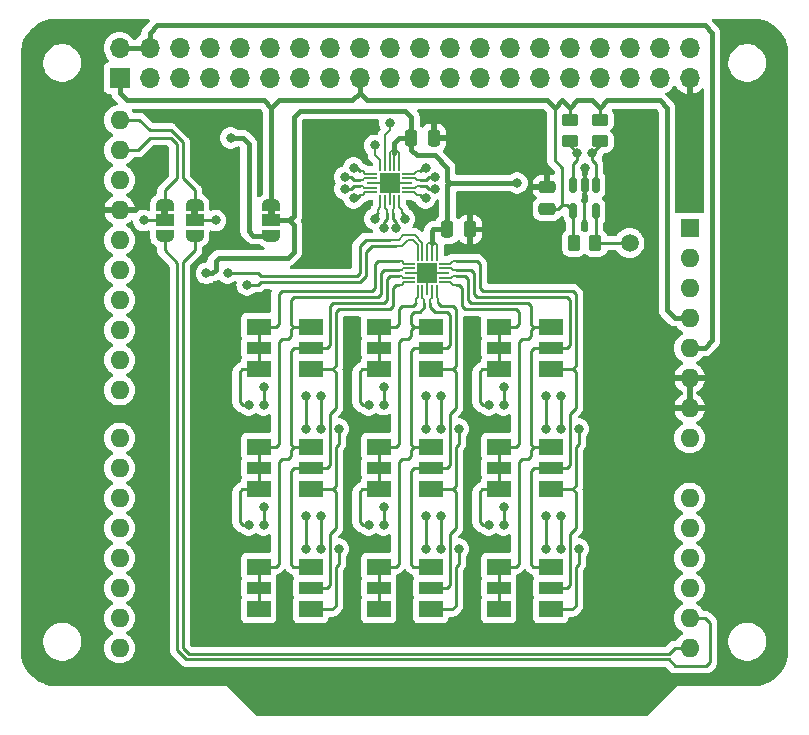
<source format=gbr>
%TF.GenerationSoftware,KiCad,Pcbnew,8.0.0*%
%TF.CreationDate,2024-04-26T11:05:52+02:00*%
%TF.ProjectId,mender-shield,6d656e64-6572-42d7-9368-69656c642e6b,rev?*%
%TF.SameCoordinates,Original*%
%TF.FileFunction,Copper,L1,Top*%
%TF.FilePolarity,Positive*%
%FSLAX46Y46*%
G04 Gerber Fmt 4.6, Leading zero omitted, Abs format (unit mm)*
G04 Created by KiCad (PCBNEW 8.0.0) date 2024-04-26 11:05:52*
%MOMM*%
%LPD*%
G01*
G04 APERTURE LIST*
G04 Aperture macros list*
%AMRoundRect*
0 Rectangle with rounded corners*
0 $1 Rounding radius*
0 $2 $3 $4 $5 $6 $7 $8 $9 X,Y pos of 4 corners*
0 Add a 4 corners polygon primitive as box body*
4,1,4,$2,$3,$4,$5,$6,$7,$8,$9,$2,$3,0*
0 Add four circle primitives for the rounded corners*
1,1,$1+$1,$2,$3*
1,1,$1+$1,$4,$5*
1,1,$1+$1,$6,$7*
1,1,$1+$1,$8,$9*
0 Add four rect primitives between the rounded corners*
20,1,$1+$1,$2,$3,$4,$5,0*
20,1,$1+$1,$4,$5,$6,$7,0*
20,1,$1+$1,$6,$7,$8,$9,0*
20,1,$1+$1,$8,$9,$2,$3,0*%
%AMFreePoly0*
4,1,19,0.550000,-0.750000,0.000000,-0.750000,0.000000,-0.744911,-0.071157,-0.744911,-0.207708,-0.704816,-0.327430,-0.627875,-0.420627,-0.520320,-0.479746,-0.390866,-0.500000,-0.250000,-0.500000,0.250000,-0.479746,0.390866,-0.420627,0.520320,-0.327430,0.627875,-0.207708,0.704816,-0.071157,0.744911,0.000000,0.744911,0.000000,0.750000,0.550000,0.750000,0.550000,-0.750000,0.550000,-0.750000,
$1*%
%AMFreePoly1*
4,1,19,0.000000,0.744911,0.071157,0.744911,0.207708,0.704816,0.327430,0.627875,0.420627,0.520320,0.479746,0.390866,0.500000,0.250000,0.500000,-0.250000,0.479746,-0.390866,0.420627,-0.520320,0.327430,-0.627875,0.207708,-0.704816,0.071157,-0.744911,0.000000,-0.744911,0.000000,-0.750000,-0.550000,-0.750000,-0.550000,0.750000,0.000000,0.750000,0.000000,0.744911,0.000000,0.744911,
$1*%
G04 Aperture macros list end*
%TA.AperFunction,EtchedComponent*%
%ADD10C,0.000000*%
%TD*%
%TA.AperFunction,SMDPad,CuDef*%
%ADD11RoundRect,0.250000X0.262500X0.450000X-0.262500X0.450000X-0.262500X-0.450000X0.262500X-0.450000X0*%
%TD*%
%TA.AperFunction,SMDPad,CuDef*%
%ADD12RoundRect,0.250000X0.450000X-0.262500X0.450000X0.262500X-0.450000X0.262500X-0.450000X-0.262500X0*%
%TD*%
%TA.AperFunction,SMDPad,CuDef*%
%ADD13RoundRect,0.250000X-0.250000X-0.475000X0.250000X-0.475000X0.250000X0.475000X-0.250000X0.475000X0*%
%TD*%
%TA.AperFunction,SMDPad,CuDef*%
%ADD14R,2.000000X1.400000*%
%TD*%
%TA.AperFunction,SMDPad,CuDef*%
%ADD15R,2.000000X1.000000*%
%TD*%
%TA.AperFunction,SMDPad,CuDef*%
%ADD16RoundRect,0.050000X-0.050000X0.350000X-0.050000X-0.350000X0.050000X-0.350000X0.050000X0.350000X0*%
%TD*%
%TA.AperFunction,SMDPad,CuDef*%
%ADD17RoundRect,0.050000X-0.350000X0.050000X-0.350000X-0.050000X0.350000X-0.050000X0.350000X0.050000X0*%
%TD*%
%TA.AperFunction,HeatsinkPad*%
%ADD18R,1.700000X1.700000*%
%TD*%
%TA.AperFunction,HeatsinkPad*%
%ADD19C,0.500000*%
%TD*%
%TA.AperFunction,ComponentPad*%
%ADD20O,1.600000X1.600000*%
%TD*%
%TA.AperFunction,ComponentPad*%
%ADD21R,1.600000X1.600000*%
%TD*%
%TA.AperFunction,SMDPad,CuDef*%
%ADD22C,1.500000*%
%TD*%
%TA.AperFunction,SMDPad,CuDef*%
%ADD23FreePoly0,270.000000*%
%TD*%
%TA.AperFunction,SMDPad,CuDef*%
%ADD24R,1.500000X1.000000*%
%TD*%
%TA.AperFunction,SMDPad,CuDef*%
%ADD25FreePoly1,270.000000*%
%TD*%
%TA.AperFunction,SMDPad,CuDef*%
%ADD26RoundRect,0.250000X-0.475000X0.250000X-0.475000X-0.250000X0.475000X-0.250000X0.475000X0.250000X0*%
%TD*%
%TA.AperFunction,SMDPad,CuDef*%
%ADD27RoundRect,0.150000X-0.150000X0.512500X-0.150000X-0.512500X0.150000X-0.512500X0.150000X0.512500X0*%
%TD*%
%TA.AperFunction,ComponentPad*%
%ADD28R,1.700000X1.700000*%
%TD*%
%TA.AperFunction,ComponentPad*%
%ADD29O,1.700000X1.700000*%
%TD*%
%TA.AperFunction,ViaPad*%
%ADD30C,0.800000*%
%TD*%
%TA.AperFunction,Conductor*%
%ADD31C,0.250000*%
%TD*%
%TA.AperFunction,Conductor*%
%ADD32C,0.200000*%
%TD*%
%TA.AperFunction,Conductor*%
%ADD33C,0.400000*%
%TD*%
G04 APERTURE END LIST*
D10*
%TA.AperFunction,EtchedComponent*%
%TO.C,JP3*%
G36*
X108250000Y-82785000D02*
G01*
X107650000Y-82785000D01*
X107650000Y-82285000D01*
X108250000Y-82285000D01*
X108250000Y-82785000D01*
G37*
%TD.AperFunction*%
%TA.AperFunction,EtchedComponent*%
%TO.C,JP2*%
G36*
X105710000Y-82785000D02*
G01*
X105110000Y-82785000D01*
X105110000Y-82285000D01*
X105710000Y-82285000D01*
X105710000Y-82785000D01*
G37*
%TD.AperFunction*%
%TA.AperFunction,EtchedComponent*%
%TO.C,JP1*%
G36*
X114727000Y-82785000D02*
G01*
X114127000Y-82785000D01*
X114127000Y-82285000D01*
X114727000Y-82285000D01*
X114727000Y-82785000D01*
G37*
%TD.AperFunction*%
%TD*%
D11*
%TO.P,R5,1*%
%TO.N,Net-(U3-WP)*%
X141882500Y-85090000D03*
%TO.P,R5,2*%
%TO.N,+3V3*%
X140057500Y-85090000D03*
%TD*%
D12*
%TO.P,R4,1*%
%TO.N,/ID_SC*%
X142240000Y-76477500D03*
%TO.P,R4,2*%
%TO.N,+3V3*%
X142240000Y-74652500D03*
%TD*%
%TO.P,R3,1*%
%TO.N,/ID_SD*%
X139700000Y-76477500D03*
%TO.P,R3,2*%
%TO.N,+3V3*%
X139700000Y-74652500D03*
%TD*%
D13*
%TO.P,C1,1*%
%TO.N,VCC*%
X129352000Y-83947000D03*
%TO.P,C1,2*%
%TO.N,GND*%
X131252000Y-83947000D03*
%TD*%
%TO.P,C2,1*%
%TO.N,VCC*%
X126304000Y-76200000D03*
%TO.P,C2,2*%
%TO.N,GND*%
X128204000Y-76200000D03*
%TD*%
D14*
%TO.P,D9,1,KB*%
%TO.N,/C2*%
X138090000Y-116100000D03*
D15*
%TO.P,D9,2,KR*%
%TO.N,/C1*%
X138090000Y-114300000D03*
D14*
%TO.P,D9,3,KG*%
%TO.N,/C4*%
X138090000Y-112500000D03*
%TO.P,D9,4,AG*%
%TO.N,/C3*%
X133690000Y-112500000D03*
D15*
%TO.P,D9,5,AR*%
X133690000Y-114300000D03*
D14*
%TO.P,D9,6,AB*%
X133690000Y-116100000D03*
%TD*%
%TO.P,D6,1,KB*%
%TO.N,/B2*%
X127930000Y-116100000D03*
D15*
%TO.P,D6,2,KR*%
%TO.N,/B1*%
X127930000Y-114300000D03*
D14*
%TO.P,D6,3,KG*%
%TO.N,/B4*%
X127930000Y-112500000D03*
%TO.P,D6,4,AG*%
%TO.N,/B3*%
X123530000Y-112500000D03*
D15*
%TO.P,D6,5,AR*%
X123530000Y-114300000D03*
D14*
%TO.P,D6,6,AB*%
X123530000Y-116100000D03*
%TD*%
%TO.P,D3,1,KB*%
%TO.N,/A2*%
X117770000Y-116100000D03*
D15*
%TO.P,D3,2,KR*%
%TO.N,/A1*%
X117770000Y-114300000D03*
D14*
%TO.P,D3,3,KG*%
%TO.N,/A4*%
X117770000Y-112500000D03*
%TO.P,D3,4,AG*%
%TO.N,/A3*%
X113370000Y-112500000D03*
D15*
%TO.P,D3,5,AR*%
X113370000Y-114300000D03*
D14*
%TO.P,D3,6,AB*%
X113370000Y-116100000D03*
%TD*%
%TO.P,D2,1,KB*%
%TO.N,/A1*%
X117770000Y-105940000D03*
D15*
%TO.P,D2,2,KR*%
%TO.N,/A4*%
X117770000Y-104140000D03*
D14*
%TO.P,D2,3,KG*%
%TO.N,/A3*%
X117770000Y-102340000D03*
%TO.P,D2,4,AG*%
%TO.N,/A2*%
X113370000Y-102340000D03*
D15*
%TO.P,D2,5,AR*%
X113370000Y-104140000D03*
D14*
%TO.P,D2,6,AB*%
X113370000Y-105940000D03*
%TD*%
%TO.P,D1,1,KB*%
%TO.N,/A4*%
X117770000Y-95780000D03*
D15*
%TO.P,D1,2,KR*%
%TO.N,/A3*%
X117770000Y-93980000D03*
D14*
%TO.P,D1,3,KG*%
%TO.N,/A2*%
X117770000Y-92180000D03*
%TO.P,D1,4,AG*%
%TO.N,/A1*%
X113370000Y-92180000D03*
D15*
%TO.P,D1,5,AR*%
X113370000Y-93980000D03*
D14*
%TO.P,D1,6,AB*%
X113370000Y-95780000D03*
%TD*%
%TO.P,D4,1,KB*%
%TO.N,/B4*%
X127930000Y-95780000D03*
D15*
%TO.P,D4,2,KR*%
%TO.N,/B3*%
X127930000Y-93980000D03*
D14*
%TO.P,D4,3,KG*%
%TO.N,/B2*%
X127930000Y-92180000D03*
%TO.P,D4,4,AG*%
%TO.N,/B1*%
X123530000Y-92180000D03*
D15*
%TO.P,D4,5,AR*%
X123530000Y-93980000D03*
D14*
%TO.P,D4,6,AB*%
X123530000Y-95780000D03*
%TD*%
%TO.P,D7,1,KB*%
%TO.N,/C4*%
X138090000Y-95780000D03*
D15*
%TO.P,D7,2,KR*%
%TO.N,/C3*%
X138090000Y-93980000D03*
D14*
%TO.P,D7,3,KG*%
%TO.N,/C2*%
X138090000Y-92180000D03*
%TO.P,D7,4,AG*%
%TO.N,/C1*%
X133690000Y-92180000D03*
D15*
%TO.P,D7,5,AR*%
X133690000Y-93980000D03*
D14*
%TO.P,D7,6,AB*%
X133690000Y-95780000D03*
%TD*%
%TO.P,D8,1,KB*%
%TO.N,/C1*%
X138090000Y-105940000D03*
D15*
%TO.P,D8,2,KR*%
%TO.N,/C4*%
X138090000Y-104140000D03*
D14*
%TO.P,D8,3,KG*%
%TO.N,/C3*%
X138090000Y-102340000D03*
%TO.P,D8,4,AG*%
%TO.N,/C2*%
X133690000Y-102340000D03*
D15*
%TO.P,D8,5,AR*%
X133690000Y-104140000D03*
D14*
%TO.P,D8,6,AB*%
X133690000Y-105940000D03*
%TD*%
%TO.P,D5,1,KB*%
%TO.N,/B1*%
X127930000Y-105940000D03*
D15*
%TO.P,D5,2,KR*%
%TO.N,/B4*%
X127930000Y-104140000D03*
D14*
%TO.P,D5,3,KG*%
%TO.N,/B3*%
X127930000Y-102340000D03*
%TO.P,D5,4,AG*%
%TO.N,/B2*%
X123530000Y-102340000D03*
D15*
%TO.P,D5,5,AR*%
X123530000Y-104140000D03*
D14*
%TO.P,D5,6,AB*%
X123530000Y-105940000D03*
%TD*%
D16*
%TO.P,U2,1,VIN*%
%TO.N,VCC*%
X125260000Y-78560000D03*
%TO.P,U2,2,VIN*%
X124860000Y-78560000D03*
%TO.P,U2,3,VCC*%
X124460000Y-78560000D03*
%TO.P,U2,4,SCL*%
%TO.N,/SCL*%
X124060000Y-78560000D03*
%TO.P,U2,5,SDA*%
%TO.N,/SDA*%
X123660000Y-78560000D03*
D17*
%TO.P,U2,6,LEDA1*%
%TO.N,/D1*%
X123010000Y-79210000D03*
%TO.P,U2,7,LEDA2*%
%TO.N,/D2*%
X123010000Y-79610000D03*
%TO.P,U2,8,GND*%
%TO.N,GND*%
X123010000Y-80010000D03*
%TO.P,U2,9,LEDA3*%
%TO.N,/D3*%
X123010000Y-80410000D03*
%TO.P,U2,10,LEDA4*%
%TO.N,/D4*%
X123010000Y-80810000D03*
D16*
%TO.P,U2,11,LEDB1*%
%TO.N,/E1*%
X123660000Y-81460000D03*
%TO.P,U2,12,LEDB2*%
%TO.N,/E2*%
X124060000Y-81460000D03*
%TO.P,U2,13,GND*%
%TO.N,GND*%
X124460000Y-81460000D03*
%TO.P,U2,14,LEDB3*%
%TO.N,/E3*%
X124860000Y-81460000D03*
%TO.P,U2,15,LEDB4*%
%TO.N,/E4*%
X125260000Y-81460000D03*
D17*
%TO.P,U2,16,LEDC1*%
%TO.N,/F1*%
X125910000Y-80810000D03*
%TO.P,U2,17,LEDC2*%
%TO.N,/F2*%
X125910000Y-80410000D03*
%TO.P,U2,18,GND*%
%TO.N,GND*%
X125910000Y-80010000D03*
%TO.P,U2,19,LEDC3*%
%TO.N,/F3*%
X125910000Y-79610000D03*
%TO.P,U2,20,LEDC4*%
%TO.N,/F4*%
X125910000Y-79210000D03*
D18*
%TO.P,U2,21,GND*%
%TO.N,GND*%
X124460000Y-80010000D03*
D19*
X125060000Y-79410000D03*
X125060000Y-80610000D03*
X123860000Y-79410000D03*
X123860000Y-80610000D03*
%TD*%
D20*
%TO.P,A1,32,SCL/A5*%
%TO.N,/SCL1*%
X101600000Y-74680000D03*
%TO.P,A1,31,SDA/A4*%
%TO.N,/SDA1*%
X101600000Y-77220000D03*
%TO.P,A1,30,AREF*%
%TO.N,unconnected-(A1-AREF-Pad30)*%
X101600000Y-79760000D03*
%TO.P,A1,29,GND*%
%TO.N,GND*%
X101600000Y-82300000D03*
%TO.P,A1,28,D13*%
%TO.N,unconnected-(A1-D13-Pad28)*%
X101600000Y-84840000D03*
%TO.P,A1,27,D12*%
%TO.N,unconnected-(A1-D12-Pad27)*%
X101600000Y-87380000D03*
%TO.P,A1,26,D11*%
%TO.N,unconnected-(A1-D11-Pad26)*%
X101600000Y-89920000D03*
%TO.P,A1,25,D10*%
%TO.N,unconnected-(A1-D10-Pad25)*%
X101600000Y-92460000D03*
%TO.P,A1,24,D9*%
%TO.N,unconnected-(A1-D9-Pad24)*%
X101600000Y-95000000D03*
%TO.P,A1,23,D8*%
%TO.N,unconnected-(A1-D8-Pad23)*%
X101600000Y-97540000D03*
%TO.P,A1,22,D7*%
%TO.N,unconnected-(A1-D7-Pad22)*%
X101600000Y-101600000D03*
%TO.P,A1,21,D6*%
%TO.N,unconnected-(A1-D6-Pad21)*%
X101600000Y-104140000D03*
%TO.P,A1,20,D5*%
%TO.N,unconnected-(A1-D5-Pad20)*%
X101600000Y-106680000D03*
%TO.P,A1,19,D4*%
%TO.N,unconnected-(A1-D4-Pad19)*%
X101600000Y-109220000D03*
%TO.P,A1,18,D3*%
%TO.N,unconnected-(A1-D3-Pad18)*%
X101600000Y-111760000D03*
%TO.P,A1,17,D2*%
%TO.N,unconnected-(A1-D2-Pad17)*%
X101600000Y-114300000D03*
%TO.P,A1,16,D1/TX*%
%TO.N,unconnected-(A1-D1{slash}TX-Pad16)*%
X101600000Y-116840000D03*
%TO.P,A1,15,D0/RX*%
%TO.N,unconnected-(A1-D0{slash}RX-Pad15)*%
X101600000Y-119380000D03*
%TO.P,A1,14,SCL/A5*%
%TO.N,/SCL0*%
X149860000Y-119380000D03*
%TO.P,A1,13,SDA/A4*%
%TO.N,/SDA0*%
X149860000Y-116840000D03*
%TO.P,A1,12,A3*%
%TO.N,unconnected-(A1-A3-Pad12)*%
X149860000Y-114300000D03*
%TO.P,A1,11,A2*%
%TO.N,unconnected-(A1-A2-Pad11)*%
X149860000Y-111760000D03*
%TO.P,A1,10,A1*%
%TO.N,unconnected-(A1-A1-Pad10)*%
X149860000Y-109220000D03*
%TO.P,A1,9,A0*%
%TO.N,unconnected-(A1-A0-Pad9)*%
X149860000Y-106680000D03*
%TO.P,A1,8,VIN*%
%TO.N,unconnected-(A1-VIN-Pad8)*%
X149860000Y-101600000D03*
%TO.P,A1,7,GND*%
%TO.N,GND*%
X149860000Y-99060000D03*
%TO.P,A1,6,GND*%
X149860000Y-96520000D03*
%TO.P,A1,5,+5V*%
%TO.N,+5V*%
X149860000Y-93980000D03*
%TO.P,A1,4,3V3*%
%TO.N,+3V3*%
X149860000Y-91440000D03*
%TO.P,A1,3,~{RESET}*%
%TO.N,unconnected-(A1-~{RESET}-Pad3)*%
X149860000Y-88900000D03*
%TO.P,A1,2,IOREF*%
%TO.N,unconnected-(A1-IOREF-Pad2)*%
X149860000Y-86360000D03*
D21*
%TO.P,A1,1,NC*%
%TO.N,unconnected-(A1-NC-Pad1)*%
X149860000Y-83820000D03*
%TD*%
D22*
%TO.P,TP1,1,1*%
%TO.N,Net-(U3-WP)*%
X144780000Y-85090000D03*
%TD*%
D23*
%TO.P,JP3,1,A*%
%TO.N,/SCL1*%
X107950000Y-81885000D03*
D24*
%TO.P,JP3,2,C*%
%TO.N,/SCL*%
X107950000Y-83185000D03*
D25*
%TO.P,JP3,3,B*%
%TO.N,/SCL0*%
X107950000Y-84485000D03*
%TD*%
D23*
%TO.P,JP2,1,A*%
%TO.N,/SDA1*%
X105410000Y-81885000D03*
D24*
%TO.P,JP2,2,C*%
%TO.N,/SDA*%
X105410000Y-83185000D03*
D25*
%TO.P,JP2,3,B*%
%TO.N,/SDA0*%
X105410000Y-84485000D03*
%TD*%
D23*
%TO.P,JP1,1,A*%
%TO.N,+3V3*%
X114427000Y-81885000D03*
D24*
%TO.P,JP1,2,C*%
%TO.N,VCC*%
X114427000Y-83185000D03*
D25*
%TO.P,JP1,3,B*%
%TO.N,+5V*%
X114427000Y-84485000D03*
%TD*%
D26*
%TO.P,C3,1*%
%TO.N,GND*%
X137795000Y-80330000D03*
%TO.P,C3,2*%
%TO.N,+3V3*%
X137795000Y-82230000D03*
%TD*%
D16*
%TO.P,U1,1,VIN*%
%TO.N,VCC*%
X128435000Y-86180000D03*
%TO.P,U1,2,VIN*%
X128035000Y-86180000D03*
%TO.P,U1,3,VCC*%
X127635000Y-86180000D03*
%TO.P,U1,4,SCL*%
%TO.N,/SCL*%
X127235000Y-86180000D03*
%TO.P,U1,5,SDA*%
%TO.N,/SDA*%
X126835000Y-86180000D03*
D17*
%TO.P,U1,6,LEDA1*%
%TO.N,/A1*%
X126185000Y-86830000D03*
%TO.P,U1,7,LEDA2*%
%TO.N,/A2*%
X126185000Y-87230000D03*
%TO.P,U1,8,GND*%
%TO.N,GND*%
X126185000Y-87630000D03*
%TO.P,U1,9,LEDA3*%
%TO.N,/A3*%
X126185000Y-88030000D03*
%TO.P,U1,10,LEDA4*%
%TO.N,/A4*%
X126185000Y-88430000D03*
D16*
%TO.P,U1,11,LEDB1*%
%TO.N,/B1*%
X126835000Y-89080000D03*
%TO.P,U1,12,LEDB2*%
%TO.N,/B2*%
X127235000Y-89080000D03*
%TO.P,U1,13,GND*%
%TO.N,GND*%
X127635000Y-89080000D03*
%TO.P,U1,14,LEDB3*%
%TO.N,/B3*%
X128035000Y-89080000D03*
%TO.P,U1,15,LEDB4*%
%TO.N,/B4*%
X128435000Y-89080000D03*
D17*
%TO.P,U1,16,LEDC1*%
%TO.N,/C1*%
X129085000Y-88430000D03*
%TO.P,U1,17,LEDC2*%
%TO.N,/C2*%
X129085000Y-88030000D03*
%TO.P,U1,18,GND*%
%TO.N,GND*%
X129085000Y-87630000D03*
%TO.P,U1,19,LEDC3*%
%TO.N,/C3*%
X129085000Y-87230000D03*
%TO.P,U1,20,LEDC4*%
%TO.N,/C4*%
X129085000Y-86830000D03*
D18*
%TO.P,U1,21,GND*%
%TO.N,GND*%
X127635000Y-87630000D03*
D19*
X128235000Y-87030000D03*
X128235000Y-88230000D03*
X127035000Y-87030000D03*
X127035000Y-88230000D03*
%TD*%
D27*
%TO.P,U3,1,SCL*%
%TO.N,/ID_SC*%
X141920000Y-80142500D03*
%TO.P,U3,2,GND*%
%TO.N,GND*%
X140970000Y-80142500D03*
%TO.P,U3,3,SDA*%
%TO.N,/ID_SD*%
X140020000Y-80142500D03*
%TO.P,U3,4,VCC*%
%TO.N,+3V3*%
X140020000Y-82417500D03*
%TO.P,U3,5,WP*%
%TO.N,Net-(U3-WP)*%
X141920000Y-82417500D03*
%TD*%
D28*
%TO.P,J1,1,3V3*%
%TO.N,+3V3*%
X101600000Y-71120000D03*
D29*
%TO.P,J1,2,5V*%
%TO.N,+5V*%
X101600000Y-68580000D03*
%TO.P,J1,3,SDA/GPIO2*%
%TO.N,/SDA*%
X104140000Y-71120000D03*
%TO.P,J1,4,5V*%
%TO.N,+5V*%
X104140000Y-68580000D03*
%TO.P,J1,5,SCL/GPIO3*%
%TO.N,/SCL*%
X106680000Y-71120000D03*
%TO.P,J1,6,GND*%
%TO.N,GND*%
X106680000Y-68580000D03*
%TO.P,J1,7,GCLK0/GPIO4*%
%TO.N,unconnected-(J1-GCLK0{slash}GPIO4-Pad7)*%
X109220000Y-71120000D03*
%TO.P,J1,8,GPIO14/TXD*%
%TO.N,unconnected-(J1-GPIO14{slash}TXD-Pad8)*%
X109220000Y-68580000D03*
%TO.P,J1,9,GND*%
%TO.N,GND*%
X111760000Y-71120000D03*
%TO.P,J1,10,GPIO15/RXD*%
%TO.N,unconnected-(J1-GPIO15{slash}RXD-Pad10)*%
X111760000Y-68580000D03*
%TO.P,J1,11,GPIO17*%
%TO.N,unconnected-(J1-GPIO17-Pad11)*%
X114300000Y-71120000D03*
%TO.P,J1,12,GPIO18/PWM0*%
%TO.N,unconnected-(J1-GPIO18{slash}PWM0-Pad12)*%
X114300000Y-68580000D03*
%TO.P,J1,13,GPIO27*%
%TO.N,unconnected-(J1-GPIO27-Pad13)*%
X116840000Y-71120000D03*
%TO.P,J1,14,GND*%
%TO.N,GND*%
X116840000Y-68580000D03*
%TO.P,J1,15,GPIO22*%
%TO.N,unconnected-(J1-GPIO22-Pad15)*%
X119380000Y-71120000D03*
%TO.P,J1,16,GPIO23*%
%TO.N,unconnected-(J1-GPIO23-Pad16)*%
X119380000Y-68580000D03*
%TO.P,J1,17,3V3*%
%TO.N,+3V3*%
X121920000Y-71120000D03*
%TO.P,J1,18,GPIO24*%
%TO.N,unconnected-(J1-GPIO24-Pad18)*%
X121920000Y-68580000D03*
%TO.P,J1,19,MOSI0/GPIO10*%
%TO.N,unconnected-(J1-MOSI0{slash}GPIO10-Pad19)*%
X124460000Y-71120000D03*
%TO.P,J1,20,GND*%
%TO.N,GND*%
X124460000Y-68580000D03*
%TO.P,J1,21,MISO0/GPIO9*%
%TO.N,unconnected-(J1-MISO0{slash}GPIO9-Pad21)*%
X127000000Y-71120000D03*
%TO.P,J1,22,GPIO25*%
%TO.N,unconnected-(J1-GPIO25-Pad22)*%
X127000000Y-68580000D03*
%TO.P,J1,23,SCLK0/GPIO11*%
%TO.N,unconnected-(J1-SCLK0{slash}GPIO11-Pad23)*%
X129540000Y-71120000D03*
%TO.P,J1,24,~{CE0}/GPIO8*%
%TO.N,unconnected-(J1-~{CE0}{slash}GPIO8-Pad24)*%
X129540000Y-68580000D03*
%TO.P,J1,25,GND*%
%TO.N,GND*%
X132080000Y-71120000D03*
%TO.P,J1,26,~{CE1}/GPIO7*%
%TO.N,unconnected-(J1-~{CE1}{slash}GPIO7-Pad26)*%
X132080000Y-68580000D03*
%TO.P,J1,27,ID_SD/GPIO0*%
%TO.N,/ID_SD*%
X134620000Y-71120000D03*
%TO.P,J1,28,ID_SC/GPIO1*%
%TO.N,/ID_SC*%
X134620000Y-68580000D03*
%TO.P,J1,29,GCLK1/GPIO5*%
%TO.N,unconnected-(J1-GCLK1{slash}GPIO5-Pad29)*%
X137160000Y-71120000D03*
%TO.P,J1,30,GND*%
%TO.N,GND*%
X137160000Y-68580000D03*
%TO.P,J1,31,GCLK2/GPIO6*%
%TO.N,unconnected-(J1-GCLK2{slash}GPIO6-Pad31)*%
X139700000Y-71120000D03*
%TO.P,J1,32,PWM0/GPIO12*%
%TO.N,unconnected-(J1-PWM0{slash}GPIO12-Pad32)*%
X139700000Y-68580000D03*
%TO.P,J1,33,PWM1/GPIO13*%
%TO.N,unconnected-(J1-PWM1{slash}GPIO13-Pad33)*%
X142240000Y-71120000D03*
%TO.P,J1,34,GND*%
%TO.N,GND*%
X142240000Y-68580000D03*
%TO.P,J1,35,GPIO19/MISO1*%
%TO.N,unconnected-(J1-GPIO19{slash}MISO1-Pad35)*%
X144780000Y-71120000D03*
%TO.P,J1,36,GPIO16*%
%TO.N,unconnected-(J1-GPIO16-Pad36)*%
X144780000Y-68580000D03*
%TO.P,J1,37,GPIO26*%
%TO.N,unconnected-(J1-GPIO26-Pad37)*%
X147320000Y-71120000D03*
%TO.P,J1,38,GPIO20/MOSI1*%
%TO.N,unconnected-(J1-GPIO20{slash}MOSI1-Pad38)*%
X147320000Y-68580000D03*
%TO.P,J1,39,GND*%
%TO.N,GND*%
X149860000Y-71120000D03*
%TO.P,J1,40,GPIO21/SCLK1*%
%TO.N,unconnected-(J1-GPIO21{slash}SCLK1-Pad40)*%
X149860000Y-68580000D03*
%TD*%
D30*
%TO.N,GND*%
X112776000Y-74930000D03*
%TO.N,VCC*%
X108942500Y-87653500D03*
%TO.N,/SCL*%
X110744000Y-87630000D03*
%TO.N,GND*%
X118364000Y-77724000D03*
%TO.N,/SDA*%
X112395000Y-88646000D03*
%TO.N,+5V*%
X110998000Y-76200000D03*
%TO.N,GND*%
X127508000Y-83058000D03*
X108458000Y-74930000D03*
X104140000Y-78486000D03*
X146050000Y-74168000D03*
X149860000Y-80518000D03*
X149860000Y-74168000D03*
X131572000Y-74168000D03*
X131572000Y-77724000D03*
X111252000Y-93980000D03*
X141732000Y-93980000D03*
X141732000Y-104140000D03*
X141732000Y-114300000D03*
X111252000Y-104140000D03*
X111252000Y-114300000D03*
X121412000Y-114300000D03*
X131572000Y-114300000D03*
X131572000Y-104140000D03*
X121412000Y-104140000D03*
X121412000Y-93980000D03*
X131572000Y-93980000D03*
X121412000Y-83058000D03*
X140970000Y-78740000D03*
%TO.N,VCC*%
X135255000Y-80010000D03*
%TO.N,/SDA*%
X103632000Y-83185000D03*
%TO.N,/SCL*%
X109728000Y-83185000D03*
%TO.N,/SDA*%
X123190000Y-76835000D03*
%TO.N,/SCL*%
X124460000Y-74930000D03*
%TO.N,/ID_SC*%
X141605000Y-77470000D03*
%TO.N,/ID_SD*%
X140335000Y-77470000D03*
%TO.N,/D1*%
X121412000Y-78740000D03*
%TO.N,/D4*%
X121412000Y-81280000D03*
%TO.N,/D2*%
X120650000Y-79502000D03*
%TO.N,/D3*%
X120650000Y-80518000D03*
%TO.N,/F4*%
X127508000Y-78740000D03*
%TO.N,/F3*%
X128270000Y-79502000D03*
%TO.N,/F2*%
X128270000Y-80518000D03*
%TO.N,/F1*%
X127508000Y-81280000D03*
%TO.N,/E1*%
X123190000Y-83058000D03*
%TO.N,/E4*%
X125730000Y-83058000D03*
%TO.N,/E3*%
X124968000Y-83820000D03*
%TO.N,/E2*%
X123952000Y-83820000D03*
%TO.N,/D1*%
X117348000Y-98044000D03*
%TO.N,/A1*%
X118618000Y-98044000D03*
%TO.N,/D1*%
X113792000Y-98806000D03*
X113792000Y-97282000D03*
X117348000Y-100838000D03*
%TO.N,/A1*%
X118618000Y-100838000D03*
%TO.N,/D2*%
X113792000Y-108966000D03*
X117348000Y-108204000D03*
X117348000Y-110998000D03*
X113792000Y-107442000D03*
%TO.N,/A1*%
X112522000Y-98806000D03*
X120142000Y-100838000D03*
%TO.N,/A2*%
X118618000Y-108204000D03*
X118618000Y-110998000D03*
X120142000Y-110998000D03*
X112522000Y-108966000D03*
%TO.N,/F1*%
X134112000Y-98806000D03*
X134112000Y-97282000D03*
X137668000Y-98044000D03*
X137668000Y-100838000D03*
%TO.N,/F2*%
X134112000Y-108966000D03*
X134112000Y-107442000D03*
X137668000Y-108204000D03*
X137668000Y-110998000D03*
%TO.N,/C2*%
X138938000Y-108204000D03*
X138938000Y-110998000D03*
X140462000Y-110998000D03*
X132842000Y-108966000D03*
%TO.N,/C1*%
X132842000Y-98806000D03*
X138938000Y-98044000D03*
X138938000Y-100838000D03*
X140462000Y-100838000D03*
%TO.N,/B2*%
X122682000Y-108966000D03*
%TO.N,/E2*%
X123952000Y-108966000D03*
X123952000Y-107442000D03*
X127508000Y-108204000D03*
%TO.N,/B2*%
X128778000Y-108204000D03*
X128778000Y-110998000D03*
X130302000Y-110998000D03*
%TO.N,/E2*%
X127508000Y-110998000D03*
%TO.N,/B1*%
X122682000Y-98806000D03*
%TO.N,/E1*%
X123952000Y-98769000D03*
X123952000Y-97282000D03*
X127508000Y-98044000D03*
X127508000Y-100838000D03*
%TO.N,/B1*%
X130302000Y-100838000D03*
X128778000Y-100838000D03*
X128778000Y-98044000D03*
%TD*%
D31*
%TO.N,/B4*%
X130048000Y-90678000D02*
X130048000Y-95526000D01*
X129794000Y-90424000D02*
X130048000Y-90678000D01*
X128841500Y-90424000D02*
X129794000Y-90424000D01*
X128587500Y-90170000D02*
X128841500Y-90424000D01*
X130048000Y-95526000D02*
X129794000Y-95780000D01*
D32*
%TO.N,/SCL*%
X124460000Y-75565000D02*
X124460000Y-74930000D01*
X124060000Y-75965000D02*
X124460000Y-75565000D01*
X124060000Y-78560000D02*
X124060000Y-75965000D01*
D33*
%TO.N,VCC*%
X114427000Y-83185000D02*
X115951000Y-83185000D01*
D31*
%TO.N,/SDA*%
X105410000Y-83185000D02*
X103632000Y-83185000D01*
%TO.N,/SCL1*%
X104140000Y-75565000D02*
X105919396Y-75565000D01*
X106934000Y-79629000D02*
X107950000Y-80645000D01*
X103255000Y-74680000D02*
X104140000Y-75565000D01*
X106934000Y-76579604D02*
X106934000Y-79629000D01*
X101600000Y-74680000D02*
X103255000Y-74680000D01*
X105919396Y-75565000D02*
X106934000Y-76579604D01*
X107950000Y-80645000D02*
X107950000Y-81885000D01*
%TO.N,/SDA1*%
X106426000Y-79629000D02*
X106426000Y-76708000D01*
X105410000Y-80645000D02*
X106426000Y-79629000D01*
X106426000Y-76708000D02*
X105918000Y-76200000D01*
X105918000Y-76200000D02*
X104140000Y-76200000D01*
X104140000Y-76200000D02*
X103120000Y-77220000D01*
X103120000Y-77220000D02*
X101600000Y-77220000D01*
X105410000Y-81885000D02*
X105410000Y-80645000D01*
%TO.N,/SCL*%
X121920000Y-87630000D02*
X121920000Y-85344000D01*
X121920000Y-85344000D02*
X122428000Y-84836000D01*
X122428000Y-84836000D02*
X124460000Y-84836000D01*
X113538000Y-87884000D02*
X121666000Y-87884000D01*
X113284000Y-87630000D02*
X113538000Y-87884000D01*
X121666000Y-87884000D02*
X121920000Y-87630000D01*
X110744000Y-87630000D02*
X113284000Y-87630000D01*
D33*
%TO.N,VCC*%
X109728000Y-87376000D02*
X109450500Y-87653500D01*
X116332000Y-85852000D02*
X115824000Y-86360000D01*
X109728000Y-86614000D02*
X109728000Y-87376000D01*
X109728000Y-86614000D02*
X109982000Y-86360000D01*
X115824000Y-86360000D02*
X109982000Y-86360000D01*
X116332000Y-83566000D02*
X116332000Y-85852000D01*
X115951000Y-83185000D02*
X116332000Y-83566000D01*
X109450500Y-87653500D02*
X108942500Y-87653500D01*
D31*
%TO.N,/SDA*%
X113284000Y-88646000D02*
X112395000Y-88646000D01*
X113538000Y-88392000D02*
X113284000Y-88646000D01*
X122428000Y-85852000D02*
X122428000Y-87884000D01*
X122936000Y-85344000D02*
X122428000Y-85852000D01*
X124968000Y-85344000D02*
X122936000Y-85344000D01*
X122428000Y-87884000D02*
X121920000Y-88392000D01*
X121920000Y-88392000D02*
X113538000Y-88392000D01*
%TO.N,/SCL0*%
X106934000Y-86741000D02*
X107950000Y-85725000D01*
X107442000Y-119888000D02*
X106934000Y-119380000D01*
X148082000Y-119888000D02*
X107442000Y-119888000D01*
X106934000Y-119380000D02*
X106934000Y-86741000D01*
X148590000Y-119380000D02*
X148082000Y-119888000D01*
X107950000Y-85725000D02*
X107950000Y-84485000D01*
X149860000Y-119380000D02*
X148590000Y-119380000D01*
%TO.N,/SDA0*%
X106484000Y-86799000D02*
X105410000Y-85725000D01*
X106484000Y-119566396D02*
X106484000Y-86799000D01*
X105410000Y-85725000D02*
X105410000Y-84485000D01*
X151257000Y-120904000D02*
X148648000Y-120904000D01*
X107255604Y-120338000D02*
X106484000Y-119566396D01*
X151574500Y-120586500D02*
X151257000Y-120904000D01*
X151574500Y-117284500D02*
X151574500Y-120586500D01*
X151130000Y-116840000D02*
X151574500Y-117284500D01*
X148082000Y-120338000D02*
X107255604Y-120338000D01*
X149860000Y-116840000D02*
X151130000Y-116840000D01*
X148648000Y-120904000D02*
X148082000Y-120338000D01*
%TO.N,+3V3*%
X140020000Y-82417500D02*
X139517500Y-81915000D01*
X139517500Y-81915000D02*
X139065000Y-81915000D01*
D33*
%TO.N,VCC*%
X129335000Y-79805000D02*
X129335000Y-78994000D01*
X129540000Y-80010000D02*
X129335000Y-79805000D01*
X129335000Y-78740000D02*
X129335000Y-78994000D01*
X129540000Y-80010000D02*
X129352000Y-80198000D01*
X130048000Y-80010000D02*
X129540000Y-80010000D01*
X129352000Y-82550000D02*
X129352000Y-80198000D01*
X129352000Y-82550000D02*
X129352000Y-83947000D01*
D32*
%TO.N,/SCL*%
X127235000Y-85071000D02*
X127235000Y-86180000D01*
X126619000Y-84455000D02*
X127235000Y-85071000D01*
X125222000Y-84836000D02*
X125603000Y-84455000D01*
X124460000Y-84836000D02*
X125222000Y-84836000D01*
X125603000Y-84455000D02*
X126619000Y-84455000D01*
%TO.N,/SDA*%
X125984000Y-84855000D02*
X126453314Y-84855000D01*
X125495000Y-85344000D02*
X125984000Y-84855000D01*
X124968000Y-85344000D02*
X125495000Y-85344000D01*
X126453314Y-84855000D02*
X126835000Y-85236686D01*
X126835000Y-85236686D02*
X126835000Y-86180000D01*
D33*
%TO.N,VCC*%
X116840000Y-73914000D02*
X116332000Y-74422000D01*
X125796000Y-73914000D02*
X116840000Y-73914000D01*
X116332000Y-74422000D02*
X116332000Y-82804000D01*
X126304000Y-74422000D02*
X125796000Y-73914000D01*
X126304000Y-76200000D02*
X126304000Y-74422000D01*
X116332000Y-82804000D02*
X115951000Y-83185000D01*
D31*
%TO.N,/SCL*%
X107950000Y-83185000D02*
X109728000Y-83185000D01*
D33*
%TO.N,+5V*%
X112014000Y-76200000D02*
X112522000Y-76708000D01*
X110998000Y-76200000D02*
X112014000Y-76200000D01*
X112522000Y-76708000D02*
X112522000Y-82804000D01*
X112522000Y-84074000D02*
X112522000Y-82804000D01*
X112933000Y-84485000D02*
X112522000Y-84074000D01*
X114427000Y-84485000D02*
X112933000Y-84485000D01*
%TO.N,+3V3*%
X102235000Y-73025000D02*
X113792000Y-73025000D01*
X101600000Y-72390000D02*
X102235000Y-73025000D01*
X113792000Y-73025000D02*
X114427000Y-73660000D01*
X101600000Y-71120000D02*
X101600000Y-72390000D01*
X114427000Y-73660000D02*
X115062000Y-73025000D01*
X114427000Y-81885000D02*
X114427000Y-73660000D01*
X115062000Y-73025000D02*
X121285000Y-73025000D01*
%TO.N,VCC*%
X126304000Y-77184000D02*
X126795000Y-77675000D01*
X126304000Y-76200000D02*
X126304000Y-77184000D01*
X128270000Y-77675000D02*
X126795000Y-77675000D01*
X125260000Y-76200000D02*
X126304000Y-76200000D01*
X128162000Y-83947000D02*
X128035000Y-84074000D01*
X129352000Y-83947000D02*
X128162000Y-83947000D01*
X128035000Y-85109000D02*
X128035000Y-84074000D01*
X135255000Y-80010000D02*
X130048000Y-80010000D01*
X128270000Y-77675000D02*
X129335000Y-78740000D01*
%TO.N,+3V3*%
X121285000Y-73025000D02*
X121920000Y-72390000D01*
D31*
%TO.N,/ID_SD*%
X140020000Y-78420000D02*
X140335000Y-78105000D01*
X140020000Y-80142500D02*
X140020000Y-78420000D01*
%TO.N,/ID_SC*%
X141920000Y-78420000D02*
X141605000Y-78105000D01*
X141920000Y-80142500D02*
X141920000Y-78420000D01*
%TO.N,GND*%
X140970000Y-78740000D02*
X140970000Y-80142500D01*
%TO.N,/ID_SC*%
X142240000Y-76835000D02*
X141605000Y-77470000D01*
X142240000Y-76477500D02*
X142240000Y-76835000D01*
%TO.N,/ID_SD*%
X139700000Y-76835000D02*
X140335000Y-77470000D01*
X139700000Y-76477500D02*
X139700000Y-76835000D01*
X140335000Y-78105000D02*
X140335000Y-77470000D01*
%TO.N,/ID_SC*%
X141605000Y-78105000D02*
X141605000Y-77470000D01*
D32*
%TO.N,VCC*%
X128270000Y-85090000D02*
X128016000Y-85090000D01*
D33*
X125260000Y-76200000D02*
X124860000Y-76600000D01*
X124860000Y-76600000D02*
X124860000Y-77451000D01*
D32*
%TO.N,/SDA*%
X123190000Y-77635000D02*
X123660000Y-78105000D01*
X123190000Y-76835000D02*
X123190000Y-77635000D01*
X123660000Y-78560000D02*
X123660000Y-78105000D01*
X123190000Y-76835000D02*
X123190000Y-77216000D01*
D33*
%TO.N,+3V3*%
X138430000Y-73660000D02*
X137795000Y-73025000D01*
X122555000Y-73025000D02*
X137795000Y-73025000D01*
X138430000Y-73660000D02*
X139065000Y-73025000D01*
D31*
X138430000Y-78105000D02*
X138430000Y-73660000D01*
X140020000Y-85052500D02*
X140057500Y-85090000D01*
X140020000Y-82417500D02*
X140020000Y-85052500D01*
X139065000Y-78740000D02*
X138430000Y-78105000D01*
X139065000Y-81915000D02*
X139065000Y-78740000D01*
X138750000Y-82230000D02*
X139065000Y-81915000D01*
X137795000Y-82230000D02*
X138750000Y-82230000D01*
%TO.N,GND*%
X140970534Y-80141966D02*
X140970000Y-80142500D01*
%TO.N,+3V3*%
X139700000Y-73660000D02*
X139700000Y-74652500D01*
X142240000Y-73660000D02*
X142240000Y-74652500D01*
D33*
X139065000Y-73025000D02*
X139700000Y-73660000D01*
X121920000Y-72390000D02*
X122555000Y-73025000D01*
X140335000Y-73025000D02*
X139700000Y-73660000D01*
X147320000Y-73025000D02*
X147955000Y-73660000D01*
X147955000Y-90805000D02*
X147955000Y-73660000D01*
X147320000Y-73025000D02*
X142875000Y-73025000D01*
X141605000Y-73025000D02*
X140335000Y-73025000D01*
X142240000Y-73660000D02*
X141605000Y-73025000D01*
X142875000Y-73025000D02*
X142240000Y-73660000D01*
X149860000Y-91440000D02*
X148590000Y-91440000D01*
X148590000Y-91440000D02*
X147955000Y-90805000D01*
%TO.N,+5V*%
X104775000Y-66675000D02*
X104140000Y-67310000D01*
X151130000Y-66675000D02*
X104775000Y-66675000D01*
X104140000Y-67310000D02*
X104140000Y-68580000D01*
X151765000Y-67310000D02*
X151130000Y-66675000D01*
X151130000Y-93980000D02*
X151765000Y-93345000D01*
X151765000Y-93345000D02*
X151765000Y-67310000D01*
X149860000Y-93980000D02*
X151130000Y-93980000D01*
X104140000Y-68580000D02*
X101600000Y-68580000D01*
%TO.N,+3V3*%
X121920000Y-71120000D02*
X121920000Y-72390000D01*
D31*
%TO.N,Net-(U3-WP)*%
X141882500Y-85090000D02*
X144780000Y-85090000D01*
X141920000Y-82417500D02*
X141920000Y-85052500D01*
X141920000Y-85052500D02*
X141882500Y-85090000D01*
D32*
%TO.N,VCC*%
X125095000Y-77343000D02*
X124968000Y-77343000D01*
X125260000Y-77508000D02*
X125095000Y-77343000D01*
X125260000Y-78560000D02*
X125260000Y-77508000D01*
X124860000Y-77489000D02*
X124860000Y-78560000D01*
X124714000Y-77343000D02*
X124860000Y-77489000D01*
X124587000Y-77343000D02*
X124714000Y-77343000D01*
X124460000Y-77470000D02*
X124587000Y-77343000D01*
X124460000Y-78560000D02*
X124460000Y-77470000D01*
X128035000Y-85109000D02*
X128016000Y-85090000D01*
X128035000Y-86180000D02*
X128035000Y-85109000D01*
X124714000Y-77343000D02*
X124968000Y-77343000D01*
X124860000Y-77451000D02*
X124968000Y-77343000D01*
X124860000Y-78560000D02*
X124860000Y-77705000D01*
X127762000Y-85090000D02*
X128016000Y-85090000D01*
X128435000Y-86180000D02*
X128435000Y-85255000D01*
X128435000Y-85255000D02*
X128270000Y-85090000D01*
X127635000Y-86180000D02*
X127635000Y-85217000D01*
X127635000Y-85217000D02*
X127762000Y-85090000D01*
D31*
%TO.N,/D1*%
X121666000Y-78740000D02*
X121920000Y-78994000D01*
X121412000Y-78740000D02*
X121666000Y-78740000D01*
%TO.N,/D4*%
X121666000Y-81280000D02*
X121920000Y-81026000D01*
X121412000Y-81280000D02*
X121666000Y-81280000D01*
%TO.N,/D2*%
X121412000Y-79756000D02*
X121920000Y-79756000D01*
X121158000Y-79502000D02*
X121412000Y-79756000D01*
X120650000Y-79502000D02*
X121158000Y-79502000D01*
%TO.N,/D3*%
X121412000Y-80264000D02*
X121920000Y-80264000D01*
X121158000Y-80518000D02*
X121412000Y-80264000D01*
X120650000Y-80518000D02*
X121158000Y-80518000D01*
%TO.N,/F4*%
X127254000Y-78740000D02*
X127000000Y-78994000D01*
X127508000Y-78740000D02*
X127254000Y-78740000D01*
%TO.N,/F3*%
X127762000Y-79502000D02*
X127508000Y-79756000D01*
X127508000Y-79756000D02*
X127000000Y-79756000D01*
X128270000Y-79502000D02*
X127762000Y-79502000D01*
%TO.N,/F2*%
X127508000Y-80264000D02*
X127000000Y-80264000D01*
X127762000Y-80518000D02*
X127508000Y-80264000D01*
X128270000Y-80518000D02*
X127762000Y-80518000D01*
%TO.N,/F1*%
X127508000Y-81280000D02*
X127254000Y-81280000D01*
X127254000Y-81280000D02*
X127000000Y-81026000D01*
D32*
%TO.N,/D1*%
X122174000Y-78994000D02*
X121920000Y-78994000D01*
X123010000Y-79210000D02*
X122390000Y-79210000D01*
X122390000Y-79210000D02*
X122174000Y-78994000D01*
%TO.N,/D2*%
X122174000Y-79756000D02*
X121920000Y-79756000D01*
X122320000Y-79610000D02*
X122174000Y-79756000D01*
X123010000Y-79610000D02*
X122320000Y-79610000D01*
%TO.N,/D3*%
X122174000Y-80264000D02*
X121920000Y-80264000D01*
X122320000Y-80410000D02*
X122174000Y-80264000D01*
X123010000Y-80410000D02*
X122320000Y-80410000D01*
%TO.N,/D4*%
X122174000Y-81026000D02*
X121920000Y-81026000D01*
X122390000Y-80810000D02*
X122174000Y-81026000D01*
X123010000Y-80810000D02*
X122390000Y-80810000D01*
%TO.N,/F4*%
X126746000Y-78994000D02*
X127000000Y-78994000D01*
X126530000Y-79210000D02*
X126746000Y-78994000D01*
X125910000Y-79210000D02*
X126530000Y-79210000D01*
%TO.N,/F1*%
X126530000Y-80810000D02*
X126746000Y-81026000D01*
X125910000Y-80810000D02*
X126530000Y-80810000D01*
X126746000Y-81026000D02*
X127000000Y-81026000D01*
%TO.N,/F2*%
X126746000Y-80264000D02*
X127000000Y-80264000D01*
X126600000Y-80410000D02*
X126746000Y-80264000D01*
X125910000Y-80410000D02*
X126600000Y-80410000D01*
%TO.N,/F3*%
X126746000Y-79756000D02*
X127000000Y-79756000D01*
X126600000Y-79610000D02*
X126746000Y-79756000D01*
X125910000Y-79610000D02*
X126600000Y-79610000D01*
D31*
%TO.N,/E1*%
X123190000Y-82804000D02*
X123444000Y-82550000D01*
X123190000Y-83058000D02*
X123190000Y-82804000D01*
%TO.N,/E4*%
X125730000Y-83058000D02*
X125730000Y-82804000D01*
X125730000Y-82804000D02*
X125476000Y-82550000D01*
%TO.N,/E3*%
X124714000Y-83058000D02*
X124714000Y-82550000D01*
X124968000Y-83312000D02*
X124714000Y-83058000D01*
X124968000Y-83820000D02*
X124968000Y-83312000D01*
%TO.N,/E2*%
X123952000Y-83820000D02*
X123952000Y-83312000D01*
X123952000Y-83312000D02*
X124206000Y-83058000D01*
X124206000Y-83058000D02*
X124206000Y-82550000D01*
D32*
%TO.N,GND*%
X125910000Y-80010000D02*
X124460000Y-80010000D01*
X124460000Y-81460000D02*
X124460000Y-80010000D01*
X123010000Y-80010000D02*
X124460000Y-80010000D01*
%TO.N,/E4*%
X125476000Y-82296000D02*
X125476000Y-82550000D01*
X125260000Y-82080000D02*
X125476000Y-82296000D01*
X125260000Y-81460000D02*
X125260000Y-82080000D01*
%TO.N,/E3*%
X124714000Y-82296000D02*
X124714000Y-82550000D01*
X124860000Y-82150000D02*
X124714000Y-82296000D01*
X124860000Y-81460000D02*
X124860000Y-82150000D01*
%TO.N,/E2*%
X124206000Y-82296000D02*
X124206000Y-82550000D01*
X124060000Y-82150000D02*
X124206000Y-82296000D01*
X124060000Y-81460000D02*
X124060000Y-82150000D01*
%TO.N,/E1*%
X123444000Y-82296000D02*
X123444000Y-82550000D01*
X123660000Y-82080000D02*
X123444000Y-82296000D01*
X123660000Y-81460000D02*
X123660000Y-82080000D01*
D31*
%TO.N,/C4*%
X131826000Y-86614000D02*
X130048000Y-86614000D01*
X132080000Y-86868000D02*
X131826000Y-86614000D01*
X132080000Y-88900000D02*
X132080000Y-86868000D01*
X132334000Y-89154000D02*
X132080000Y-88900000D01*
X139954000Y-89154000D02*
X132334000Y-89154000D01*
X140208000Y-89408000D02*
X139954000Y-89154000D01*
X140208000Y-95504000D02*
X140208000Y-89408000D01*
X139932000Y-95780000D02*
X140208000Y-95504000D01*
%TO.N,/C3*%
X131318000Y-87376000D02*
X130048000Y-87376000D01*
X131572000Y-89408000D02*
X131572000Y-87630000D01*
X139446000Y-89662000D02*
X131826000Y-89662000D01*
X131572000Y-87630000D02*
X131318000Y-87376000D01*
X139700000Y-89916000D02*
X139446000Y-89662000D01*
X139700000Y-93726000D02*
X139700000Y-89916000D01*
X138090000Y-93980000D02*
X139446000Y-93980000D01*
X139446000Y-93980000D02*
X139700000Y-93726000D01*
X131826000Y-89662000D02*
X131572000Y-89408000D01*
%TO.N,/C2*%
X136630000Y-92180000D02*
X136674000Y-92180000D01*
X136144000Y-90170000D02*
X136398000Y-90424000D01*
X131318000Y-90170000D02*
X136144000Y-90170000D01*
X131064000Y-89916000D02*
X131318000Y-90170000D01*
X130810000Y-87884000D02*
X131064000Y-88138000D01*
X136398000Y-90424000D02*
X136398000Y-91948000D01*
X130048000Y-87884000D02*
X130810000Y-87884000D01*
X131064000Y-88138000D02*
X131064000Y-89916000D01*
X136398000Y-91948000D02*
X136630000Y-92180000D01*
%TO.N,/C1*%
X135150000Y-92180000D02*
X133690000Y-92180000D01*
X135128000Y-90678000D02*
X135382000Y-90932000D01*
X135382000Y-90932000D02*
X135382000Y-91948000D01*
X130556000Y-90424000D02*
X130810000Y-90678000D01*
X130556000Y-88900000D02*
X130556000Y-90424000D01*
X130810000Y-90678000D02*
X135128000Y-90678000D01*
X130302000Y-88646000D02*
X130556000Y-88900000D01*
X130048000Y-88646000D02*
X130302000Y-88646000D01*
X135382000Y-91948000D02*
X135150000Y-92180000D01*
D32*
%TO.N,/C4*%
X129794000Y-86614000D02*
X130048000Y-86614000D01*
X129578000Y-86830000D02*
X129794000Y-86614000D01*
X129085000Y-86830000D02*
X129578000Y-86830000D01*
%TO.N,/C3*%
X129794000Y-87376000D02*
X130048000Y-87376000D01*
X129648000Y-87230000D02*
X129794000Y-87376000D01*
X129085000Y-87230000D02*
X129648000Y-87230000D01*
%TO.N,/C2*%
X129794000Y-87884000D02*
X130048000Y-87884000D01*
X129648000Y-88030000D02*
X129794000Y-87884000D01*
X129085000Y-88030000D02*
X129648000Y-88030000D01*
%TO.N,/C1*%
X129794000Y-88646000D02*
X130048000Y-88646000D01*
X129578000Y-88430000D02*
X129794000Y-88646000D01*
X129085000Y-88430000D02*
X129578000Y-88430000D01*
D31*
%TO.N,/A1*%
X123190000Y-86868000D02*
X123444000Y-86614000D01*
X123444000Y-86614000D02*
X125222000Y-86614000D01*
X123190000Y-88900000D02*
X123190000Y-86868000D01*
X122936000Y-89154000D02*
X123190000Y-88900000D01*
X115062000Y-91948000D02*
X115062000Y-89408000D01*
X114830000Y-92180000D02*
X115062000Y-91948000D01*
X115316000Y-89154000D02*
X122936000Y-89154000D01*
X115062000Y-89408000D02*
X115316000Y-89154000D01*
X113370000Y-92180000D02*
X114830000Y-92180000D01*
%TO.N,/A2*%
X123698000Y-87630000D02*
X123952000Y-87376000D01*
X123698000Y-89408000D02*
X123698000Y-87630000D01*
X123444000Y-89662000D02*
X123698000Y-89408000D01*
X116332000Y-89662000D02*
X123444000Y-89662000D01*
X116078000Y-89916000D02*
X116332000Y-89662000D01*
X116078000Y-91948000D02*
X116078000Y-89916000D01*
X116310000Y-92180000D02*
X116078000Y-91948000D01*
X123952000Y-87376000D02*
X125222000Y-87376000D01*
%TO.N,/A3*%
X124206000Y-89916000D02*
X124206000Y-88138000D01*
X123952000Y-90170000D02*
X124206000Y-89916000D01*
X119634000Y-90170000D02*
X123952000Y-90170000D01*
X124206000Y-88138000D02*
X124460000Y-87884000D01*
X119380000Y-93726000D02*
X119380000Y-90424000D01*
X119126000Y-93980000D02*
X119380000Y-93726000D01*
X119380000Y-90424000D02*
X119634000Y-90170000D01*
X117770000Y-93980000D02*
X119126000Y-93980000D01*
X124460000Y-87884000D02*
X125222000Y-87884000D01*
%TO.N,/A4*%
X124714000Y-90424000D02*
X124714000Y-88900000D01*
X124968000Y-88646000D02*
X124714000Y-88900000D01*
X124968000Y-88646000D02*
X125222000Y-88646000D01*
X124460000Y-90678000D02*
X124714000Y-90424000D01*
X120142000Y-90678000D02*
X124460000Y-90678000D01*
X119888000Y-90932000D02*
X120142000Y-90678000D01*
X119888000Y-95504000D02*
X119888000Y-90932000D01*
X119612000Y-95780000D02*
X119888000Y-95504000D01*
D32*
%TO.N,/A3*%
X125476000Y-87884000D02*
X125222000Y-87884000D01*
%TO.N,/A4*%
X125476000Y-88646000D02*
X125222000Y-88646000D01*
X125692000Y-88430000D02*
X125476000Y-88646000D01*
X126185000Y-88430000D02*
X125692000Y-88430000D01*
%TO.N,/A3*%
X125622000Y-88030000D02*
X125476000Y-87884000D01*
X126185000Y-88030000D02*
X125622000Y-88030000D01*
%TO.N,GND*%
X127635000Y-89080000D02*
X127635000Y-87630000D01*
X129085000Y-87630000D02*
X127635000Y-87630000D01*
X126185000Y-87630000D02*
X127635000Y-87630000D01*
%TO.N,/A2*%
X125476000Y-87376000D02*
X125222000Y-87376000D01*
X125622000Y-87230000D02*
X125476000Y-87376000D01*
X126185000Y-87230000D02*
X125622000Y-87230000D01*
%TO.N,/A1*%
X125476000Y-86614000D02*
X125222000Y-86614000D01*
X125692000Y-86830000D02*
X125476000Y-86614000D01*
X126185000Y-86830000D02*
X125692000Y-86830000D01*
D31*
%TO.N,/B1*%
X126428500Y-90424000D02*
X126682500Y-90170000D01*
X125222000Y-91948000D02*
X125222000Y-90678000D01*
X124990000Y-92180000D02*
X125222000Y-91948000D01*
X125476000Y-90424000D02*
X126428500Y-90424000D01*
X123530000Y-92180000D02*
X124990000Y-92180000D01*
X125222000Y-90678000D02*
X125476000Y-90424000D01*
%TO.N,/B2*%
X126492000Y-90932000D02*
X126238000Y-91186000D01*
X126238000Y-91186000D02*
X126238000Y-91926000D01*
X126492000Y-90932000D02*
X127000000Y-90932000D01*
X127381000Y-90551000D02*
X127381000Y-90170000D01*
X127000000Y-90932000D02*
X127381000Y-90551000D01*
%TO.N,/B3*%
X127889000Y-90551000D02*
X127889000Y-90170000D01*
X128270000Y-90932000D02*
X127889000Y-90551000D01*
D32*
%TO.N,/B1*%
X126682500Y-89852500D02*
X126682500Y-90170000D01*
X126835000Y-89700000D02*
X126682500Y-89852500D01*
X126835000Y-89080000D02*
X126835000Y-89700000D01*
%TO.N,/B2*%
X127235000Y-89706500D02*
X127381000Y-89852500D01*
X127381000Y-89852500D02*
X127381000Y-90170000D01*
X127235000Y-89080000D02*
X127235000Y-89706500D01*
%TO.N,/B3*%
X127889000Y-89852500D02*
X128035000Y-89706500D01*
%TO.N,/B4*%
X128587500Y-89852500D02*
X128587500Y-90170000D01*
X128435000Y-89700000D02*
X128587500Y-89852500D01*
X128435000Y-89636500D02*
X128435000Y-89662000D01*
X128435000Y-89662000D02*
X128435000Y-89700000D01*
D31*
%TO.N,/B3*%
X129286000Y-90932000D02*
X128270000Y-90932000D01*
X129540000Y-93726000D02*
X129540000Y-91186000D01*
X129286000Y-93980000D02*
X129540000Y-93726000D01*
X129540000Y-91186000D02*
X129286000Y-90932000D01*
X127930000Y-93980000D02*
X129286000Y-93980000D01*
D32*
X127889000Y-89852500D02*
X127889000Y-90170000D01*
X128035000Y-89080000D02*
X128035000Y-89706500D01*
%TO.N,/B4*%
X128435000Y-89080000D02*
X128435000Y-89636500D01*
D31*
%TO.N,/B2*%
X126238000Y-91926000D02*
X126492000Y-92180000D01*
%TO.N,/D1*%
X117348000Y-100838000D02*
X117348000Y-98044000D01*
%TO.N,/A1*%
X118618000Y-100838000D02*
X118618000Y-98044000D01*
%TO.N,/D1*%
X113792000Y-97282000D02*
X113792000Y-98806000D01*
%TO.N,/D2*%
X113792000Y-107442000D02*
X113792000Y-108966000D01*
X117348000Y-110998000D02*
X117348000Y-108204000D01*
%TO.N,/A1*%
X111760000Y-98552000D02*
X112014000Y-98806000D01*
X111992000Y-95780000D02*
X111760000Y-96012000D01*
X112014000Y-98806000D02*
X112522000Y-98806000D01*
X111760000Y-96012000D02*
X111760000Y-98552000D01*
X113370000Y-95780000D02*
X111992000Y-95780000D01*
%TO.N,/A4*%
X119888000Y-96056000D02*
X119612000Y-95780000D01*
X119126000Y-104140000D02*
X119380000Y-103886000D01*
X119380000Y-99568000D02*
X119888000Y-99060000D01*
X117770000Y-104140000D02*
X119126000Y-104140000D01*
X119380000Y-103886000D02*
X119380000Y-99568000D01*
X119888000Y-99060000D02*
X119888000Y-96056000D01*
%TO.N,/A1*%
X120142000Y-102108000D02*
X120142000Y-100838000D01*
X119888000Y-102362000D02*
X120142000Y-102108000D01*
X119888000Y-105664000D02*
X119888000Y-102362000D01*
X119656000Y-105896000D02*
X119888000Y-105664000D01*
X119656000Y-105940000D02*
X119656000Y-105896000D01*
%TO.N,/A2*%
X118618000Y-110998000D02*
X118618000Y-108204000D01*
X120142000Y-111760000D02*
X120142000Y-110998000D01*
X119888000Y-112522000D02*
X120142000Y-112268000D01*
X119888000Y-114554000D02*
X119888000Y-112522000D01*
X120142000Y-112268000D02*
X120142000Y-111760000D01*
X119888000Y-115824000D02*
X119888000Y-114554000D01*
X119612000Y-116100000D02*
X119888000Y-115824000D01*
X117770000Y-116100000D02*
X119612000Y-116100000D01*
%TO.N,/A1*%
X119656000Y-105940000D02*
X119888000Y-106172000D01*
X117770000Y-105940000D02*
X119656000Y-105940000D01*
X119380000Y-109728000D02*
X119888000Y-109220000D01*
X119380000Y-114046000D02*
X119380000Y-109728000D01*
X119126000Y-114300000D02*
X119380000Y-114046000D01*
X119888000Y-109220000D02*
X119888000Y-106172000D01*
X117770000Y-114300000D02*
X119126000Y-114300000D01*
%TO.N,/A2*%
X112014000Y-108966000D02*
X112522000Y-108966000D01*
X111760000Y-106172000D02*
X111760000Y-108712000D01*
X111992000Y-105940000D02*
X111760000Y-106172000D01*
X111760000Y-108712000D02*
X112014000Y-108966000D01*
X113370000Y-105940000D02*
X111992000Y-105940000D01*
%TO.N,/A4*%
X116332000Y-104140000D02*
X117770000Y-104140000D01*
X116078000Y-104394000D02*
X116332000Y-104140000D01*
X116078000Y-112268000D02*
X116078000Y-104394000D01*
X117770000Y-112500000D02*
X116310000Y-112500000D01*
X116310000Y-112500000D02*
X116078000Y-112268000D01*
%TO.N,/A3*%
X113370000Y-112500000D02*
X113370000Y-114300000D01*
X113370000Y-116100000D02*
X113370000Y-114300000D01*
X116332000Y-102362000D02*
X116332000Y-102340000D01*
X116078000Y-102616000D02*
X116332000Y-102362000D01*
X115316000Y-103378000D02*
X115824000Y-103378000D01*
X115062000Y-103632000D02*
X115316000Y-103378000D01*
X115062000Y-112268000D02*
X115062000Y-103632000D01*
X114830000Y-112500000D02*
X115062000Y-112268000D01*
X116078000Y-103124000D02*
X116078000Y-102616000D01*
X113370000Y-112500000D02*
X114830000Y-112500000D01*
X115824000Y-103378000D02*
X116078000Y-103124000D01*
X116332000Y-102340000D02*
X116310000Y-102340000D01*
X117770000Y-102340000D02*
X116332000Y-102340000D01*
%TO.N,/A2*%
X113370000Y-102340000D02*
X113370000Y-104140000D01*
X113370000Y-105940000D02*
X113370000Y-104140000D01*
%TO.N,/A3*%
X116078000Y-94234000D02*
X116332000Y-93980000D01*
X116078000Y-102108000D02*
X116078000Y-94234000D01*
X116310000Y-102340000D02*
X116078000Y-102108000D01*
X116332000Y-93980000D02*
X117770000Y-93980000D01*
%TO.N,/A2*%
X113370000Y-102340000D02*
X114830000Y-102340000D01*
X114830000Y-102340000D02*
X115062000Y-102108000D01*
X115062000Y-93472000D02*
X115062000Y-102108000D01*
X115316000Y-93218000D02*
X115062000Y-93472000D01*
X116078000Y-92456000D02*
X116078000Y-92964000D01*
X116310000Y-92224000D02*
X116078000Y-92456000D01*
X115824000Y-93218000D02*
X115316000Y-93218000D01*
X116078000Y-92964000D02*
X115824000Y-93218000D01*
X116310000Y-92180000D02*
X116310000Y-92224000D01*
%TO.N,/A4*%
X117770000Y-95780000D02*
X119612000Y-95780000D01*
%TO.N,/A2*%
X117770000Y-92180000D02*
X116310000Y-92180000D01*
%TO.N,/A1*%
X113370000Y-93980000D02*
X113370000Y-95780000D01*
X113370000Y-92180000D02*
X113370000Y-93980000D01*
%TO.N,/F1*%
X134112000Y-97282000D02*
X134112000Y-98806000D01*
X137668000Y-100838000D02*
X137668000Y-98044000D01*
%TO.N,/F2*%
X134112000Y-107442000D02*
X134112000Y-108966000D01*
X137668000Y-110998000D02*
X137668000Y-108204000D01*
%TO.N,/C2*%
X138938000Y-110998000D02*
X138938000Y-108204000D01*
X140462000Y-112268000D02*
X140462000Y-110998000D01*
X140208000Y-112522000D02*
X140462000Y-112268000D01*
X140208000Y-115824000D02*
X140208000Y-112522000D01*
X139932000Y-116100000D02*
X140208000Y-115824000D01*
X138090000Y-116100000D02*
X139932000Y-116100000D01*
%TO.N,/C1*%
X139446000Y-114300000D02*
X138090000Y-114300000D01*
X139700000Y-114046000D02*
X139446000Y-114300000D01*
X139700000Y-109728000D02*
X139700000Y-114046000D01*
X140208000Y-109220000D02*
X139700000Y-109728000D01*
X139932000Y-105940000D02*
X140208000Y-106216000D01*
X140208000Y-106216000D02*
X140208000Y-109220000D01*
%TO.N,/C2*%
X132080000Y-108712000D02*
X132334000Y-108966000D01*
X132080000Y-106172000D02*
X132080000Y-108712000D01*
X132334000Y-108966000D02*
X132842000Y-108966000D01*
X132312000Y-105940000D02*
X132080000Y-106172000D01*
X133690000Y-105940000D02*
X132312000Y-105940000D01*
%TO.N,/C1*%
X132080000Y-98552000D02*
X132334000Y-98806000D01*
X132080000Y-96012000D02*
X132080000Y-98552000D01*
X132312000Y-95780000D02*
X132080000Y-96012000D01*
X132334000Y-98806000D02*
X132842000Y-98806000D01*
X133690000Y-95780000D02*
X132312000Y-95780000D01*
X138938000Y-100838000D02*
X138938000Y-98044000D01*
X140462000Y-102108000D02*
X140462000Y-100838000D01*
X140208000Y-102362000D02*
X140462000Y-102108000D01*
X140208000Y-105664000D02*
X140208000Y-102362000D01*
X139932000Y-105940000D02*
X140208000Y-105664000D01*
X138090000Y-105940000D02*
X139932000Y-105940000D01*
%TO.N,/C4*%
X136652000Y-104140000D02*
X136398000Y-104394000D01*
X138090000Y-104140000D02*
X136652000Y-104140000D01*
X136630000Y-112500000D02*
X136398000Y-112268000D01*
X138090000Y-112500000D02*
X136630000Y-112500000D01*
X136398000Y-112268000D02*
X136398000Y-104394000D01*
%TO.N,/C3*%
X133690000Y-116100000D02*
X133690000Y-114300000D01*
X133690000Y-114300000D02*
X133690000Y-112500000D01*
X135150000Y-112500000D02*
X135382000Y-112268000D01*
X133690000Y-112500000D02*
X135150000Y-112500000D01*
X135382000Y-103632000D02*
X135382000Y-112268000D01*
X135636000Y-103378000D02*
X135382000Y-103632000D01*
X136144000Y-103378000D02*
X135636000Y-103378000D01*
X136398000Y-103124000D02*
X136144000Y-103378000D01*
X136398000Y-102616000D02*
X136398000Y-103124000D01*
X136652000Y-102362000D02*
X136398000Y-102616000D01*
X136652000Y-102340000D02*
X136652000Y-102362000D01*
X136652000Y-102340000D02*
X136630000Y-102340000D01*
X138090000Y-102340000D02*
X136652000Y-102340000D01*
%TO.N,/C4*%
X139446000Y-104140000D02*
X138090000Y-104140000D01*
X139700000Y-103886000D02*
X139446000Y-104140000D01*
X139700000Y-99568000D02*
X139700000Y-103886000D01*
X140208000Y-99060000D02*
X139700000Y-99568000D01*
X140208000Y-96012000D02*
X140208000Y-99060000D01*
X139976000Y-95780000D02*
X140208000Y-96012000D01*
X139932000Y-95780000D02*
X139976000Y-95780000D01*
X138090000Y-95780000D02*
X139932000Y-95780000D01*
%TO.N,/C1*%
X133690000Y-92180000D02*
X133690000Y-93980000D01*
X133690000Y-95780000D02*
X133690000Y-93980000D01*
%TO.N,/C3*%
X136398000Y-94234000D02*
X136652000Y-93980000D01*
X136652000Y-93980000D02*
X138090000Y-93980000D01*
X136398000Y-102108000D02*
X136398000Y-94234000D01*
X136630000Y-102340000D02*
X136398000Y-102108000D01*
%TO.N,/C2*%
X135106000Y-102340000D02*
X133690000Y-102340000D01*
X135128000Y-102362000D02*
X135106000Y-102340000D01*
X135382000Y-102108000D02*
X135128000Y-102362000D01*
X136144000Y-93218000D02*
X135636000Y-93218000D01*
X136398000Y-92964000D02*
X136144000Y-93218000D01*
X135636000Y-93218000D02*
X135382000Y-93472000D01*
X136398000Y-92456000D02*
X136398000Y-92964000D01*
X135382000Y-93472000D02*
X135382000Y-102108000D01*
X138090000Y-92180000D02*
X136674000Y-92180000D01*
X136674000Y-92180000D02*
X136398000Y-92456000D01*
X133690000Y-104140000D02*
X133690000Y-102340000D01*
X133690000Y-105940000D02*
X133690000Y-104140000D01*
%TO.N,/B2*%
X121920000Y-106172000D02*
X122152000Y-105940000D01*
X121920000Y-108712000D02*
X121920000Y-106172000D01*
X122152000Y-105940000D02*
X123530000Y-105940000D01*
X122174000Y-108966000D02*
X121920000Y-108712000D01*
X122682000Y-108966000D02*
X122174000Y-108966000D01*
%TO.N,/E2*%
X123952000Y-107442000D02*
X123952000Y-108966000D01*
%TO.N,/B3*%
X126238000Y-103124000D02*
X126238000Y-102616000D01*
X126238000Y-102616000D02*
X126514000Y-102340000D01*
X125476000Y-103378000D02*
X125984000Y-103378000D01*
X125984000Y-103378000D02*
X126238000Y-103124000D01*
X125222000Y-103632000D02*
X125476000Y-103378000D01*
X125222000Y-112268000D02*
X125222000Y-103632000D01*
X124990000Y-112500000D02*
X125222000Y-112268000D01*
X123530000Y-112500000D02*
X124990000Y-112500000D01*
%TO.N,/B2*%
X128778000Y-110998000D02*
X128778000Y-108204000D01*
%TO.N,/B1*%
X122152000Y-95780000D02*
X123530000Y-95780000D01*
X121920000Y-96012000D02*
X122152000Y-95780000D01*
X121920000Y-98552000D02*
X121920000Y-96012000D01*
X122174000Y-98806000D02*
X121920000Y-98552000D01*
X122682000Y-98806000D02*
X122174000Y-98806000D01*
%TO.N,/B2*%
X130048000Y-115824000D02*
X130048000Y-112522000D01*
X129772000Y-116100000D02*
X130048000Y-115824000D01*
X127930000Y-116100000D02*
X129772000Y-116100000D01*
X130048000Y-112522000D02*
X130302000Y-112268000D01*
X130302000Y-112268000D02*
X130302000Y-110998000D01*
%TO.N,/E2*%
X127508000Y-110998000D02*
X127508000Y-108204000D01*
%TO.N,/B1*%
X128778000Y-98044000D02*
X128778000Y-100838000D01*
%TO.N,/E1*%
X127508000Y-98044000D02*
X127508000Y-100838000D01*
X123952000Y-97282000D02*
X123952000Y-98769000D01*
%TO.N,/B1*%
X130302000Y-102108000D02*
X130048000Y-102362000D01*
X130302000Y-100838000D02*
X130302000Y-102108000D01*
X130048000Y-102362000D02*
X130048000Y-105686000D01*
X130048000Y-105686000D02*
X129794000Y-105940000D01*
X129540000Y-109728000D02*
X129540000Y-114046000D01*
X130048000Y-109220000D02*
X129540000Y-109728000D01*
X129540000Y-114046000D02*
X129286000Y-114300000D01*
X129286000Y-114300000D02*
X127930000Y-114300000D01*
X130048000Y-106194000D02*
X130048000Y-109220000D01*
X129794000Y-105940000D02*
X130048000Y-106194000D01*
X129794000Y-105940000D02*
X127930000Y-105940000D01*
%TO.N,/B4*%
X129286000Y-104140000D02*
X127930000Y-104140000D01*
X129540000Y-103886000D02*
X129286000Y-104140000D01*
X129540000Y-99568000D02*
X129540000Y-103886000D01*
X130048000Y-99060000D02*
X129540000Y-99568000D01*
X130048000Y-96774000D02*
X130048000Y-99060000D01*
X130048000Y-96774000D02*
X130048000Y-96034000D01*
X130048000Y-96266000D02*
X130048000Y-96774000D01*
X130048000Y-96034000D02*
X129794000Y-95780000D01*
X129562000Y-95780000D02*
X129794000Y-95780000D01*
%TO.N,/B2*%
X126492000Y-92180000D02*
X127930000Y-92180000D01*
X126238000Y-92456000D02*
X126238000Y-92434000D01*
X126238000Y-92964000D02*
X126238000Y-92456000D01*
X126238000Y-92434000D02*
X126492000Y-92180000D01*
X125984000Y-93218000D02*
X126238000Y-92964000D01*
X125476000Y-93218000D02*
X125984000Y-93218000D01*
X125222000Y-102108000D02*
X125222000Y-93472000D01*
X124990000Y-102340000D02*
X125222000Y-102108000D01*
X123530000Y-102340000D02*
X124990000Y-102340000D01*
X125222000Y-93472000D02*
X125476000Y-93218000D01*
%TO.N,/B3*%
X126492000Y-93980000D02*
X127930000Y-93980000D01*
X126238000Y-94234000D02*
X126492000Y-93980000D01*
X126470000Y-102340000D02*
X126238000Y-102108000D01*
X126514000Y-102340000D02*
X126470000Y-102340000D01*
X126238000Y-102108000D02*
X126238000Y-94234000D01*
X126514000Y-102340000D02*
X127930000Y-102340000D01*
%TO.N,/B4*%
X126238000Y-104394000D02*
X126238000Y-112268000D01*
X126492000Y-104140000D02*
X126238000Y-104394000D01*
X126238000Y-112268000D02*
X126470000Y-112500000D01*
X126470000Y-112500000D02*
X127930000Y-112500000D01*
X127930000Y-104140000D02*
X126492000Y-104140000D01*
%TO.N,/B3*%
X123530000Y-112500000D02*
X123530000Y-114300000D01*
X123530000Y-116100000D02*
X123530000Y-114300000D01*
%TO.N,/B4*%
X129518000Y-95780000D02*
X129562000Y-95780000D01*
%TO.N,/B2*%
X123530000Y-102340000D02*
X123530000Y-104140000D01*
X123530000Y-105940000D02*
X123530000Y-104140000D01*
%TO.N,/B4*%
X127930000Y-95780000D02*
X129518000Y-95780000D01*
%TO.N,/B1*%
X123530000Y-95780000D02*
X123530000Y-93980000D01*
X123530000Y-92180000D02*
X123530000Y-93980000D01*
%TD*%
%TA.AperFunction,Conductor*%
%TO.N,GND*%
G36*
X104127019Y-66119685D02*
G01*
X104172774Y-66172489D01*
X104182718Y-66241647D01*
X104153693Y-66305203D01*
X104147661Y-66311681D01*
X103595888Y-66863453D01*
X103595887Y-66863454D01*
X103519222Y-66978192D01*
X103466421Y-67105667D01*
X103466418Y-67105677D01*
X103439500Y-67241004D01*
X103439500Y-67357288D01*
X103419815Y-67424327D01*
X103386624Y-67458863D01*
X103268594Y-67541508D01*
X103101506Y-67708596D01*
X103018864Y-67826623D01*
X102964287Y-67870248D01*
X102917289Y-67879500D01*
X102822711Y-67879500D01*
X102755672Y-67859815D01*
X102721136Y-67826623D01*
X102638494Y-67708597D01*
X102471402Y-67541506D01*
X102471395Y-67541501D01*
X102277834Y-67405967D01*
X102277830Y-67405965D01*
X102213175Y-67375816D01*
X102063663Y-67306097D01*
X102063659Y-67306096D01*
X102063655Y-67306094D01*
X101835413Y-67244938D01*
X101835403Y-67244936D01*
X101600001Y-67224341D01*
X101599999Y-67224341D01*
X101364596Y-67244936D01*
X101364586Y-67244938D01*
X101136344Y-67306094D01*
X101136335Y-67306098D01*
X100922171Y-67405964D01*
X100922169Y-67405965D01*
X100728597Y-67541505D01*
X100561505Y-67708597D01*
X100425965Y-67902169D01*
X100425964Y-67902171D01*
X100326098Y-68116335D01*
X100326094Y-68116344D01*
X100264938Y-68344586D01*
X100264936Y-68344596D01*
X100244341Y-68579999D01*
X100244341Y-68580000D01*
X100264936Y-68815403D01*
X100264938Y-68815413D01*
X100326094Y-69043655D01*
X100326096Y-69043659D01*
X100326097Y-69043663D01*
X100405801Y-69214588D01*
X100425965Y-69257830D01*
X100425967Y-69257834D01*
X100534281Y-69412521D01*
X100561504Y-69451400D01*
X100561506Y-69451402D01*
X100683430Y-69573326D01*
X100716915Y-69634649D01*
X100711931Y-69704341D01*
X100670059Y-69760274D01*
X100639083Y-69777189D01*
X100507669Y-69826203D01*
X100507664Y-69826206D01*
X100392455Y-69912452D01*
X100392452Y-69912455D01*
X100306206Y-70027664D01*
X100306202Y-70027671D01*
X100255908Y-70162517D01*
X100249501Y-70222116D01*
X100249500Y-70222135D01*
X100249500Y-72017870D01*
X100249501Y-72017876D01*
X100255908Y-72077483D01*
X100306202Y-72212328D01*
X100306206Y-72212335D01*
X100392452Y-72327544D01*
X100392455Y-72327547D01*
X100507664Y-72413793D01*
X100507671Y-72413797D01*
X100527560Y-72421215D01*
X100642517Y-72464091D01*
X100702127Y-72470500D01*
X100800024Y-72470499D01*
X100867062Y-72490183D01*
X100912818Y-72542986D01*
X100921641Y-72570305D01*
X100926419Y-72594325D01*
X100926421Y-72594332D01*
X100979222Y-72721807D01*
X101055887Y-72836545D01*
X101411036Y-73191694D01*
X101444521Y-73253017D01*
X101439537Y-73322709D01*
X101397665Y-73378642D01*
X101355449Y-73399150D01*
X101153508Y-73453259D01*
X101153502Y-73453261D01*
X100947267Y-73549431D01*
X100947265Y-73549432D01*
X100760858Y-73679954D01*
X100599954Y-73840858D01*
X100469432Y-74027265D01*
X100469431Y-74027267D01*
X100373261Y-74233502D01*
X100373258Y-74233511D01*
X100314366Y-74453302D01*
X100314364Y-74453313D01*
X100294532Y-74679998D01*
X100294532Y-74680001D01*
X100314364Y-74906686D01*
X100314366Y-74906697D01*
X100373258Y-75126488D01*
X100373261Y-75126497D01*
X100469431Y-75332732D01*
X100469432Y-75332734D01*
X100599954Y-75519141D01*
X100760858Y-75680045D01*
X100760861Y-75680047D01*
X100947266Y-75810568D01*
X100992616Y-75831715D01*
X101005275Y-75837618D01*
X101057714Y-75883791D01*
X101076866Y-75950984D01*
X101056650Y-76017865D01*
X101005275Y-76062382D01*
X100947267Y-76089431D01*
X100947265Y-76089432D01*
X100760858Y-76219954D01*
X100599954Y-76380858D01*
X100469432Y-76567265D01*
X100469431Y-76567267D01*
X100373261Y-76773502D01*
X100373258Y-76773511D01*
X100314366Y-76993302D01*
X100314364Y-76993313D01*
X100294532Y-77219998D01*
X100294532Y-77220001D01*
X100314364Y-77446686D01*
X100314366Y-77446697D01*
X100373258Y-77666488D01*
X100373261Y-77666497D01*
X100469431Y-77872732D01*
X100469432Y-77872734D01*
X100599954Y-78059141D01*
X100760858Y-78220045D01*
X100760861Y-78220047D01*
X100947266Y-78350568D01*
X101005275Y-78377618D01*
X101057714Y-78423791D01*
X101076866Y-78490984D01*
X101056650Y-78557865D01*
X101005275Y-78602382D01*
X100947267Y-78629431D01*
X100947265Y-78629432D01*
X100760858Y-78759954D01*
X100599954Y-78920858D01*
X100469432Y-79107265D01*
X100469431Y-79107267D01*
X100373261Y-79313502D01*
X100373258Y-79313511D01*
X100314366Y-79533302D01*
X100314364Y-79533313D01*
X100294532Y-79759998D01*
X100294532Y-79760001D01*
X100314364Y-79986686D01*
X100314366Y-79986697D01*
X100373258Y-80206488D01*
X100373261Y-80206497D01*
X100469431Y-80412732D01*
X100469432Y-80412734D01*
X100599954Y-80599141D01*
X100760858Y-80760045D01*
X100760861Y-80760047D01*
X100947266Y-80890568D01*
X101005865Y-80917893D01*
X101058305Y-80964065D01*
X101077457Y-81031258D01*
X101057242Y-81098139D01*
X101005867Y-81142657D01*
X100947515Y-81169867D01*
X100761179Y-81300342D01*
X100600342Y-81461179D01*
X100469865Y-81647517D01*
X100373734Y-81853673D01*
X100373730Y-81853682D01*
X100321127Y-82049999D01*
X100321128Y-82050000D01*
X101166988Y-82050000D01*
X101134075Y-82107007D01*
X101100000Y-82234174D01*
X101100000Y-82365826D01*
X101134075Y-82492993D01*
X101166988Y-82550000D01*
X100321128Y-82550000D01*
X100373730Y-82746317D01*
X100373734Y-82746326D01*
X100469865Y-82952482D01*
X100600342Y-83138820D01*
X100761179Y-83299657D01*
X100947518Y-83430134D01*
X100947520Y-83430135D01*
X101005865Y-83457342D01*
X101058305Y-83503514D01*
X101077457Y-83570707D01*
X101057242Y-83637589D01*
X101005867Y-83682105D01*
X100947268Y-83709431D01*
X100947264Y-83709433D01*
X100760858Y-83839954D01*
X100599954Y-84000858D01*
X100469432Y-84187265D01*
X100469431Y-84187267D01*
X100373261Y-84393502D01*
X100373258Y-84393511D01*
X100314366Y-84613302D01*
X100314364Y-84613313D01*
X100294532Y-84839998D01*
X100294532Y-84840001D01*
X100314364Y-85066686D01*
X100314366Y-85066697D01*
X100373258Y-85286488D01*
X100373261Y-85286497D01*
X100469431Y-85492732D01*
X100469432Y-85492734D01*
X100599954Y-85679141D01*
X100760858Y-85840045D01*
X100788406Y-85859334D01*
X100947266Y-85970568D01*
X101005275Y-85997618D01*
X101057714Y-86043791D01*
X101076866Y-86110984D01*
X101056650Y-86177865D01*
X101005275Y-86222381D01*
X101000059Y-86224814D01*
X100947267Y-86249431D01*
X100947265Y-86249432D01*
X100760858Y-86379954D01*
X100599954Y-86540858D01*
X100469432Y-86727265D01*
X100469431Y-86727267D01*
X100373261Y-86933502D01*
X100373258Y-86933511D01*
X100314366Y-87153302D01*
X100314364Y-87153313D01*
X100294532Y-87379998D01*
X100294532Y-87380001D01*
X100314364Y-87606686D01*
X100314366Y-87606697D01*
X100373258Y-87826488D01*
X100373261Y-87826497D01*
X100469431Y-88032732D01*
X100469432Y-88032734D01*
X100599954Y-88219141D01*
X100760858Y-88380045D01*
X100760861Y-88380047D01*
X100947266Y-88510568D01*
X101005275Y-88537618D01*
X101057714Y-88583791D01*
X101076866Y-88650984D01*
X101056650Y-88717865D01*
X101005275Y-88762382D01*
X100947267Y-88789431D01*
X100947265Y-88789432D01*
X100760858Y-88919954D01*
X100599954Y-89080858D01*
X100469432Y-89267265D01*
X100469432Y-89267266D01*
X100373261Y-89473502D01*
X100373258Y-89473511D01*
X100314366Y-89693302D01*
X100314364Y-89693313D01*
X100294532Y-89919998D01*
X100294532Y-89920001D01*
X100314364Y-90146686D01*
X100314366Y-90146697D01*
X100373258Y-90366488D01*
X100373261Y-90366497D01*
X100469431Y-90572732D01*
X100469432Y-90572734D01*
X100599954Y-90759141D01*
X100760858Y-90920045D01*
X100760861Y-90920047D01*
X100947266Y-91050568D01*
X101005275Y-91077618D01*
X101057714Y-91123791D01*
X101076866Y-91190984D01*
X101056650Y-91257865D01*
X101005275Y-91302382D01*
X100947267Y-91329431D01*
X100947265Y-91329432D01*
X100760858Y-91459954D01*
X100599954Y-91620858D01*
X100469432Y-91807265D01*
X100469431Y-91807267D01*
X100373261Y-92013502D01*
X100373258Y-92013511D01*
X100314366Y-92233302D01*
X100314364Y-92233313D01*
X100294532Y-92459998D01*
X100294532Y-92460001D01*
X100314364Y-92686686D01*
X100314366Y-92686697D01*
X100373258Y-92906488D01*
X100373261Y-92906497D01*
X100469431Y-93112732D01*
X100469432Y-93112734D01*
X100599954Y-93299141D01*
X100760858Y-93460045D01*
X100760861Y-93460047D01*
X100947266Y-93590568D01*
X101005275Y-93617618D01*
X101057714Y-93663791D01*
X101076866Y-93730984D01*
X101056650Y-93797865D01*
X101005275Y-93842382D01*
X100947267Y-93869431D01*
X100947265Y-93869432D01*
X100760858Y-93999954D01*
X100599954Y-94160858D01*
X100469432Y-94347265D01*
X100469431Y-94347267D01*
X100373261Y-94553502D01*
X100373258Y-94553511D01*
X100314366Y-94773302D01*
X100314364Y-94773313D01*
X100294532Y-94999998D01*
X100294532Y-95000001D01*
X100314364Y-95226686D01*
X100314366Y-95226697D01*
X100373258Y-95446488D01*
X100373261Y-95446497D01*
X100451028Y-95613266D01*
X100469432Y-95652734D01*
X100513528Y-95715710D01*
X100599954Y-95839141D01*
X100760858Y-96000045D01*
X100760861Y-96000047D01*
X100947266Y-96130568D01*
X101005275Y-96157618D01*
X101057714Y-96203791D01*
X101076866Y-96270984D01*
X101056650Y-96337865D01*
X101005275Y-96382382D01*
X100947267Y-96409431D01*
X100947265Y-96409432D01*
X100760858Y-96539954D01*
X100599954Y-96700858D01*
X100469432Y-96887265D01*
X100469431Y-96887267D01*
X100373261Y-97093502D01*
X100373258Y-97093511D01*
X100314366Y-97313302D01*
X100314364Y-97313313D01*
X100294532Y-97539998D01*
X100294532Y-97540001D01*
X100314364Y-97766686D01*
X100314366Y-97766697D01*
X100373258Y-97986488D01*
X100373261Y-97986497D01*
X100469431Y-98192732D01*
X100469432Y-98192734D01*
X100599954Y-98379141D01*
X100760858Y-98540045D01*
X100760861Y-98540047D01*
X100947266Y-98670568D01*
X101153504Y-98766739D01*
X101373308Y-98825635D01*
X101535230Y-98839801D01*
X101599998Y-98845468D01*
X101600000Y-98845468D01*
X101600002Y-98845468D01*
X101656673Y-98840509D01*
X101826692Y-98825635D01*
X102046496Y-98766739D01*
X102252734Y-98670568D01*
X102439139Y-98540047D01*
X102600047Y-98379139D01*
X102730568Y-98192734D01*
X102826739Y-97986496D01*
X102885635Y-97766692D01*
X102905468Y-97540000D01*
X102885635Y-97313308D01*
X102826739Y-97093504D01*
X102730568Y-96887266D01*
X102600047Y-96700861D01*
X102600045Y-96700858D01*
X102439141Y-96539954D01*
X102252734Y-96409432D01*
X102252728Y-96409429D01*
X102194725Y-96382382D01*
X102142285Y-96336210D01*
X102123133Y-96269017D01*
X102143348Y-96202135D01*
X102194725Y-96157618D01*
X102252734Y-96130568D01*
X102439139Y-96000047D01*
X102600047Y-95839139D01*
X102730568Y-95652734D01*
X102826739Y-95446496D01*
X102885635Y-95226692D01*
X102905468Y-95000000D01*
X102885635Y-94773308D01*
X102826739Y-94553504D01*
X102730568Y-94347266D01*
X102600047Y-94160861D01*
X102600045Y-94160858D01*
X102439141Y-93999954D01*
X102252734Y-93869432D01*
X102252728Y-93869429D01*
X102194725Y-93842382D01*
X102142285Y-93796210D01*
X102123133Y-93729017D01*
X102143348Y-93662135D01*
X102194725Y-93617618D01*
X102252734Y-93590568D01*
X102439139Y-93460047D01*
X102600047Y-93299139D01*
X102730568Y-93112734D01*
X102826739Y-92906496D01*
X102885635Y-92686692D01*
X102905468Y-92460000D01*
X102885635Y-92233308D01*
X102826739Y-92013504D01*
X102730568Y-91807266D01*
X102600047Y-91620861D01*
X102600045Y-91620858D01*
X102439141Y-91459954D01*
X102252734Y-91329432D01*
X102252728Y-91329429D01*
X102194725Y-91302382D01*
X102142285Y-91256210D01*
X102123133Y-91189017D01*
X102143348Y-91122135D01*
X102194725Y-91077618D01*
X102252734Y-91050568D01*
X102439139Y-90920047D01*
X102600047Y-90759139D01*
X102730568Y-90572734D01*
X102826739Y-90366496D01*
X102885635Y-90146692D01*
X102905468Y-89920000D01*
X102885635Y-89693308D01*
X102826739Y-89473504D01*
X102730568Y-89267266D01*
X102615541Y-89102989D01*
X102600045Y-89080858D01*
X102439141Y-88919954D01*
X102252734Y-88789432D01*
X102252728Y-88789429D01*
X102194725Y-88762382D01*
X102142285Y-88716210D01*
X102123133Y-88649017D01*
X102143348Y-88582135D01*
X102194725Y-88537618D01*
X102252734Y-88510568D01*
X102439139Y-88380047D01*
X102600047Y-88219139D01*
X102730568Y-88032734D01*
X102826739Y-87826496D01*
X102885635Y-87606692D01*
X102905468Y-87380000D01*
X102885635Y-87153308D01*
X102826739Y-86933504D01*
X102730568Y-86727266D01*
X102600047Y-86540861D01*
X102600045Y-86540858D01*
X102439141Y-86379954D01*
X102252734Y-86249432D01*
X102252728Y-86249429D01*
X102203912Y-86226666D01*
X102194724Y-86222381D01*
X102142285Y-86176210D01*
X102123133Y-86109017D01*
X102143348Y-86042135D01*
X102194725Y-85997618D01*
X102252734Y-85970568D01*
X102439139Y-85840047D01*
X102600047Y-85679139D01*
X102730568Y-85492734D01*
X102826739Y-85286496D01*
X102885635Y-85066692D01*
X102904902Y-84846471D01*
X102905468Y-84840001D01*
X102905468Y-84839998D01*
X102893159Y-84699308D01*
X102885635Y-84613308D01*
X102826739Y-84393504D01*
X102730568Y-84187266D01*
X102631753Y-84046142D01*
X102600045Y-84000858D01*
X102439141Y-83839954D01*
X102252734Y-83709432D01*
X102252732Y-83709431D01*
X102241275Y-83704088D01*
X102194132Y-83682105D01*
X102141694Y-83635934D01*
X102122542Y-83568740D01*
X102142758Y-83501859D01*
X102194134Y-83457341D01*
X102252484Y-83430132D01*
X102438816Y-83299660D01*
X102526252Y-83212224D01*
X102587575Y-83178739D01*
X102657267Y-83183723D01*
X102713201Y-83225594D01*
X102737254Y-83286942D01*
X102746326Y-83373256D01*
X102746327Y-83373259D01*
X102804818Y-83553277D01*
X102804821Y-83553284D01*
X102899467Y-83717216D01*
X102921956Y-83742192D01*
X103026129Y-83857888D01*
X103179265Y-83969148D01*
X103179270Y-83969151D01*
X103352192Y-84046142D01*
X103352197Y-84046144D01*
X103537354Y-84085500D01*
X103537355Y-84085500D01*
X103726644Y-84085500D01*
X103726646Y-84085500D01*
X103911803Y-84046144D01*
X103980064Y-84015751D01*
X104049313Y-84006467D01*
X104112590Y-84036094D01*
X104149804Y-84095229D01*
X104154500Y-84129031D01*
X104154500Y-84556889D01*
X104174974Y-84699296D01*
X104174976Y-84699304D01*
X104215483Y-84837259D01*
X104228680Y-84866156D01*
X104275252Y-84968136D01*
X104275253Y-84968138D01*
X104349376Y-85083476D01*
X104350196Y-85084917D01*
X104352988Y-85089098D01*
X104447207Y-85197830D01*
X104447209Y-85197832D01*
X104555864Y-85291981D01*
X104555867Y-85291984D01*
X104555869Y-85291985D01*
X104555870Y-85291986D01*
X104676906Y-85369770D01*
X104712010Y-85385801D01*
X104764815Y-85431556D01*
X104784500Y-85498595D01*
X104784500Y-85663393D01*
X104784500Y-85786607D01*
X104784500Y-85786609D01*
X104784499Y-85786609D01*
X104790323Y-85815883D01*
X104790323Y-85815885D01*
X104808535Y-85907444D01*
X104808538Y-85907454D01*
X104822193Y-85940420D01*
X104822193Y-85940421D01*
X104855685Y-86021280D01*
X104855687Y-86021283D01*
X104855688Y-86021286D01*
X104888162Y-86069886D01*
X104889914Y-86072507D01*
X104889915Y-86072509D01*
X104924140Y-86123731D01*
X104924141Y-86123732D01*
X104924142Y-86123733D01*
X105011267Y-86210858D01*
X105011268Y-86210858D01*
X105018335Y-86217925D01*
X105018334Y-86217925D01*
X105018338Y-86217928D01*
X105822181Y-87021771D01*
X105855666Y-87083094D01*
X105858500Y-87109452D01*
X105858500Y-119628007D01*
X105882535Y-119748840D01*
X105882540Y-119748857D01*
X105929685Y-119862677D01*
X105929687Y-119862680D01*
X105949717Y-119892656D01*
X105949718Y-119892658D01*
X105998141Y-119965128D01*
X105998144Y-119965132D01*
X106089586Y-120056574D01*
X106089608Y-120056594D01*
X106766620Y-120733606D01*
X106766649Y-120733637D01*
X106856868Y-120823856D01*
X106856871Y-120823858D01*
X106933794Y-120875256D01*
X106959314Y-120892309D01*
X106959316Y-120892310D01*
X106959319Y-120892312D01*
X107026000Y-120919931D01*
X107026002Y-120919933D01*
X107066244Y-120936601D01*
X107073152Y-120939463D01*
X107133575Y-120951481D01*
X107193997Y-120963500D01*
X107193998Y-120963500D01*
X147771548Y-120963500D01*
X147838587Y-120983185D01*
X147859229Y-120999819D01*
X148159016Y-121299606D01*
X148159045Y-121299637D01*
X148249264Y-121389856D01*
X148249267Y-121389858D01*
X148326190Y-121441256D01*
X148351710Y-121458309D01*
X148351712Y-121458310D01*
X148351715Y-121458312D01*
X148418396Y-121485931D01*
X148418398Y-121485933D01*
X148458640Y-121502601D01*
X148465548Y-121505463D01*
X148525971Y-121517481D01*
X148586393Y-121529500D01*
X151318607Y-121529500D01*
X151379029Y-121517481D01*
X151439452Y-121505463D01*
X151439455Y-121505461D01*
X151439458Y-121505461D01*
X151472787Y-121491654D01*
X151472786Y-121491654D01*
X151472792Y-121491652D01*
X151553286Y-121458312D01*
X151604509Y-121424084D01*
X151655733Y-121389858D01*
X151742858Y-121302733D01*
X151742859Y-121302731D01*
X151749925Y-121295665D01*
X151749928Y-121295661D01*
X151973229Y-121072360D01*
X151973233Y-121072358D01*
X152060358Y-120985233D01*
X152128811Y-120882786D01*
X152128812Y-120882785D01*
X152128813Y-120882782D01*
X152128815Y-120882779D01*
X152128815Y-120882777D01*
X152131931Y-120875256D01*
X152175963Y-120768951D01*
X152178693Y-120755228D01*
X152182373Y-120736730D01*
X152187980Y-120708532D01*
X152187981Y-120708532D01*
X152187981Y-120708529D01*
X152200000Y-120648107D01*
X152200000Y-120524893D01*
X152200000Y-118975961D01*
X153129500Y-118975961D01*
X153168910Y-119224785D01*
X153246760Y-119464383D01*
X153325413Y-119618747D01*
X153330129Y-119628003D01*
X153361132Y-119688848D01*
X153509201Y-119892649D01*
X153509205Y-119892654D01*
X153687345Y-120070794D01*
X153687350Y-120070798D01*
X153865117Y-120199952D01*
X153891155Y-120218870D01*
X154008186Y-120278500D01*
X154115616Y-120333239D01*
X154115618Y-120333239D01*
X154115621Y-120333241D01*
X154355215Y-120411090D01*
X154604038Y-120450500D01*
X154604039Y-120450500D01*
X154855961Y-120450500D01*
X154855962Y-120450500D01*
X155104785Y-120411090D01*
X155344379Y-120333241D01*
X155568845Y-120218870D01*
X155772656Y-120070793D01*
X155950793Y-119892656D01*
X156098870Y-119688845D01*
X156213241Y-119464379D01*
X156291090Y-119224785D01*
X156330500Y-118975962D01*
X156330500Y-118724038D01*
X156291090Y-118475215D01*
X156213241Y-118235621D01*
X156213239Y-118235618D01*
X156213239Y-118235616D01*
X156127191Y-118066739D01*
X156098870Y-118011155D01*
X156069381Y-117970567D01*
X155950798Y-117807350D01*
X155950794Y-117807345D01*
X155772654Y-117629205D01*
X155772649Y-117629201D01*
X155568848Y-117481132D01*
X155568847Y-117481131D01*
X155568845Y-117481130D01*
X155498747Y-117445413D01*
X155344383Y-117366760D01*
X155104785Y-117288910D01*
X155089493Y-117286488D01*
X154855962Y-117249500D01*
X154604038Y-117249500D01*
X154479626Y-117269205D01*
X154355214Y-117288910D01*
X154115616Y-117366760D01*
X153891151Y-117481132D01*
X153687350Y-117629201D01*
X153687345Y-117629205D01*
X153509205Y-117807345D01*
X153509201Y-117807350D01*
X153361132Y-118011151D01*
X153246760Y-118235616D01*
X153168910Y-118475214D01*
X153129500Y-118724038D01*
X153129500Y-118975961D01*
X152200000Y-118975961D01*
X152200000Y-117222894D01*
X152175963Y-117102048D01*
X152151228Y-117042331D01*
X152142993Y-117022450D01*
X152128814Y-116988219D01*
X152128809Y-116988210D01*
X152111757Y-116962691D01*
X152111756Y-116962690D01*
X152060358Y-116885767D01*
X152060356Y-116885764D01*
X151970137Y-116795545D01*
X151970106Y-116795516D01*
X151620198Y-116445608D01*
X151620178Y-116445586D01*
X151528733Y-116354141D01*
X151477509Y-116319915D01*
X151426287Y-116285689D01*
X151426286Y-116285688D01*
X151426283Y-116285686D01*
X151426280Y-116285685D01*
X151345792Y-116252347D01*
X151312453Y-116238537D01*
X151302427Y-116236543D01*
X151252029Y-116226518D01*
X151191610Y-116214500D01*
X151191607Y-116214500D01*
X151191606Y-116214500D01*
X151074188Y-116214500D01*
X151007149Y-116194815D01*
X150972613Y-116161623D01*
X150860045Y-116000858D01*
X150699141Y-115839954D01*
X150512734Y-115709432D01*
X150512728Y-115709429D01*
X150454725Y-115682382D01*
X150402285Y-115636210D01*
X150383133Y-115569017D01*
X150403348Y-115502135D01*
X150454725Y-115457618D01*
X150512734Y-115430568D01*
X150699139Y-115300047D01*
X150860047Y-115139139D01*
X150990568Y-114952734D01*
X151086739Y-114746496D01*
X151145635Y-114526692D01*
X151165468Y-114300000D01*
X151145635Y-114073308D01*
X151086739Y-113853504D01*
X150990568Y-113647266D01*
X150887452Y-113500000D01*
X150860045Y-113460858D01*
X150699141Y-113299954D01*
X150512734Y-113169432D01*
X150512728Y-113169429D01*
X150454725Y-113142382D01*
X150402285Y-113096210D01*
X150383133Y-113029017D01*
X150403348Y-112962135D01*
X150454725Y-112917618D01*
X150512734Y-112890568D01*
X150699139Y-112760047D01*
X150860047Y-112599139D01*
X150990568Y-112412734D01*
X151086739Y-112206496D01*
X151145635Y-111986692D01*
X151165468Y-111760000D01*
X151145635Y-111533308D01*
X151086739Y-111313504D01*
X150990568Y-111107266D01*
X150860047Y-110920861D01*
X150860045Y-110920858D01*
X150699141Y-110759954D01*
X150512734Y-110629432D01*
X150512728Y-110629429D01*
X150454725Y-110602382D01*
X150402285Y-110556210D01*
X150383133Y-110489017D01*
X150403348Y-110422135D01*
X150454725Y-110377618D01*
X150512734Y-110350568D01*
X150699139Y-110220047D01*
X150860047Y-110059139D01*
X150990568Y-109872734D01*
X151086739Y-109666496D01*
X151145635Y-109446692D01*
X151165468Y-109220000D01*
X151145635Y-108993308D01*
X151086739Y-108773504D01*
X150990568Y-108567266D01*
X150860047Y-108380861D01*
X150860045Y-108380858D01*
X150699141Y-108219954D01*
X150512734Y-108089432D01*
X150512728Y-108089429D01*
X150454725Y-108062382D01*
X150402285Y-108016210D01*
X150383133Y-107949017D01*
X150403348Y-107882135D01*
X150454725Y-107837618D01*
X150512734Y-107810568D01*
X150699139Y-107680047D01*
X150860047Y-107519139D01*
X150990568Y-107332734D01*
X151086739Y-107126496D01*
X151145635Y-106906692D01*
X151165468Y-106680000D01*
X151145635Y-106453308D01*
X151086739Y-106233504D01*
X150990568Y-106027266D01*
X150860047Y-105840861D01*
X150860045Y-105840858D01*
X150699141Y-105679954D01*
X150512734Y-105549432D01*
X150512732Y-105549431D01*
X150306497Y-105453261D01*
X150306488Y-105453258D01*
X150086697Y-105394366D01*
X150086693Y-105394365D01*
X150086692Y-105394365D01*
X150086691Y-105394364D01*
X150086686Y-105394364D01*
X149860002Y-105374532D01*
X149859998Y-105374532D01*
X149633313Y-105394364D01*
X149633302Y-105394366D01*
X149413511Y-105453258D01*
X149413502Y-105453261D01*
X149207267Y-105549431D01*
X149207265Y-105549432D01*
X149020858Y-105679954D01*
X148859954Y-105840858D01*
X148729432Y-106027265D01*
X148729431Y-106027267D01*
X148633261Y-106233502D01*
X148633258Y-106233511D01*
X148574366Y-106453302D01*
X148574364Y-106453313D01*
X148554532Y-106679998D01*
X148554532Y-106680001D01*
X148574364Y-106906686D01*
X148574366Y-106906697D01*
X148633258Y-107126488D01*
X148633261Y-107126497D01*
X148729431Y-107332732D01*
X148729432Y-107332734D01*
X148859954Y-107519141D01*
X149020858Y-107680045D01*
X149020861Y-107680047D01*
X149207266Y-107810568D01*
X149265275Y-107837618D01*
X149317714Y-107883791D01*
X149336866Y-107950984D01*
X149316650Y-108017865D01*
X149265275Y-108062382D01*
X149207267Y-108089431D01*
X149207265Y-108089432D01*
X149020858Y-108219954D01*
X148859954Y-108380858D01*
X148729432Y-108567265D01*
X148729431Y-108567267D01*
X148633261Y-108773502D01*
X148633258Y-108773511D01*
X148574366Y-108993302D01*
X148574364Y-108993313D01*
X148554532Y-109219998D01*
X148554532Y-109220001D01*
X148574364Y-109446686D01*
X148574366Y-109446697D01*
X148633258Y-109666488D01*
X148633261Y-109666497D01*
X148729431Y-109872732D01*
X148729432Y-109872734D01*
X148859954Y-110059141D01*
X149020858Y-110220045D01*
X149020861Y-110220047D01*
X149207266Y-110350568D01*
X149244677Y-110368013D01*
X149265275Y-110377618D01*
X149317714Y-110423791D01*
X149336866Y-110490984D01*
X149316650Y-110557865D01*
X149265275Y-110602382D01*
X149207267Y-110629431D01*
X149207265Y-110629432D01*
X149020858Y-110759954D01*
X148859954Y-110920858D01*
X148729432Y-111107265D01*
X148729431Y-111107267D01*
X148633261Y-111313502D01*
X148633258Y-111313511D01*
X148574366Y-111533302D01*
X148574364Y-111533313D01*
X148554532Y-111759998D01*
X148554532Y-111760001D01*
X148574364Y-111986686D01*
X148574366Y-111986697D01*
X148633258Y-112206488D01*
X148633261Y-112206497D01*
X148729431Y-112412732D01*
X148729432Y-112412734D01*
X148859954Y-112599141D01*
X149020858Y-112760045D01*
X149020861Y-112760047D01*
X149207266Y-112890568D01*
X149265275Y-112917618D01*
X149317714Y-112963791D01*
X149336866Y-113030984D01*
X149316650Y-113097865D01*
X149265275Y-113142382D01*
X149207267Y-113169431D01*
X149207265Y-113169432D01*
X149020858Y-113299954D01*
X148859954Y-113460858D01*
X148729432Y-113647265D01*
X148729431Y-113647267D01*
X148633261Y-113853502D01*
X148633258Y-113853511D01*
X148574366Y-114073302D01*
X148574364Y-114073313D01*
X148554532Y-114299998D01*
X148554532Y-114300001D01*
X148574364Y-114526686D01*
X148574366Y-114526697D01*
X148633258Y-114746488D01*
X148633261Y-114746497D01*
X148729431Y-114952732D01*
X148729432Y-114952734D01*
X148859954Y-115139141D01*
X149020858Y-115300045D01*
X149020861Y-115300047D01*
X149207266Y-115430568D01*
X149265275Y-115457618D01*
X149317714Y-115503791D01*
X149336866Y-115570984D01*
X149316650Y-115637865D01*
X149265275Y-115682382D01*
X149207267Y-115709431D01*
X149207265Y-115709432D01*
X149020858Y-115839954D01*
X148859954Y-116000858D01*
X148729432Y-116187265D01*
X148729431Y-116187267D01*
X148633261Y-116393502D01*
X148633258Y-116393511D01*
X148574366Y-116613302D01*
X148574365Y-116613306D01*
X148574365Y-116613308D01*
X148568264Y-116683039D01*
X148554532Y-116839998D01*
X148554532Y-116840001D01*
X148574364Y-117066686D01*
X148574366Y-117066697D01*
X148633258Y-117286488D01*
X148633261Y-117286497D01*
X148729431Y-117492732D01*
X148729432Y-117492734D01*
X148859954Y-117679141D01*
X149020858Y-117840045D01*
X149020861Y-117840047D01*
X149207266Y-117970568D01*
X149265275Y-117997618D01*
X149317714Y-118043791D01*
X149336866Y-118110984D01*
X149316650Y-118177865D01*
X149265275Y-118222382D01*
X149207267Y-118249431D01*
X149207265Y-118249432D01*
X149020858Y-118379954D01*
X148859954Y-118540858D01*
X148747387Y-118701623D01*
X148692811Y-118745248D01*
X148645812Y-118754500D01*
X148528388Y-118754500D01*
X148407555Y-118778535D01*
X148407547Y-118778537D01*
X148293716Y-118825687D01*
X148191267Y-118894141D01*
X148109448Y-118975961D01*
X147859227Y-119226182D01*
X147797906Y-119259666D01*
X147771548Y-119262500D01*
X107752453Y-119262500D01*
X107685414Y-119242815D01*
X107664772Y-119226181D01*
X107595819Y-119157228D01*
X107562334Y-119095905D01*
X107559500Y-119069547D01*
X107559500Y-87051451D01*
X107579185Y-86984412D01*
X107595815Y-86963774D01*
X108348729Y-86210860D01*
X108348733Y-86210858D01*
X108435858Y-86123733D01*
X108470084Y-86072509D01*
X108504312Y-86021286D01*
X108537807Y-85940420D01*
X108551463Y-85907452D01*
X108561035Y-85859331D01*
X108569676Y-85815889D01*
X108569676Y-85815885D01*
X108575500Y-85786607D01*
X108575500Y-85663393D01*
X108575500Y-85498595D01*
X108595185Y-85431557D01*
X108647989Y-85385802D01*
X108647989Y-85385801D01*
X108683094Y-85369770D01*
X108804130Y-85291986D01*
X108912791Y-85197832D01*
X108912794Y-85197829D01*
X109007015Y-85089091D01*
X109084747Y-84968137D01*
X109144517Y-84837259D01*
X109185024Y-84699304D01*
X109205500Y-84556889D01*
X109205500Y-84129031D01*
X109225185Y-84061992D01*
X109277989Y-84016237D01*
X109347147Y-84006293D01*
X109379934Y-84015751D01*
X109448197Y-84046144D01*
X109633354Y-84085500D01*
X109633355Y-84085500D01*
X109822644Y-84085500D01*
X109822646Y-84085500D01*
X110007803Y-84046144D01*
X110180730Y-83969151D01*
X110333871Y-83857888D01*
X110460533Y-83717216D01*
X110555179Y-83553284D01*
X110613674Y-83373256D01*
X110633460Y-83185000D01*
X110613674Y-82996744D01*
X110555179Y-82816716D01*
X110460533Y-82652784D01*
X110333871Y-82512112D01*
X110333870Y-82512111D01*
X110180734Y-82400851D01*
X110180729Y-82400848D01*
X110007807Y-82323857D01*
X110007802Y-82323855D01*
X109862001Y-82292865D01*
X109822646Y-82284500D01*
X109633354Y-82284500D01*
X109600897Y-82291398D01*
X109448197Y-82323855D01*
X109379935Y-82354248D01*
X109310685Y-82363532D01*
X109247409Y-82333904D01*
X109210196Y-82274769D01*
X109205500Y-82240968D01*
X109205500Y-81813114D01*
X109205500Y-81813111D01*
X109185024Y-81670696D01*
X109144517Y-81532741D01*
X109084747Y-81401863D01*
X109079241Y-81393296D01*
X109010623Y-81286523D01*
X109009802Y-81285081D01*
X109007011Y-81280901D01*
X108912792Y-81172169D01*
X108912789Y-81172166D01*
X108804135Y-81078018D01*
X108804132Y-81078015D01*
X108760875Y-81050216D01*
X108683094Y-81000230D01*
X108683087Y-81000227D01*
X108683081Y-81000223D01*
X108647988Y-80984197D01*
X108595184Y-80938442D01*
X108575500Y-80871403D01*
X108575500Y-80583394D01*
X108575499Y-80583388D01*
X108574726Y-80579503D01*
X108574722Y-80579485D01*
X108556736Y-80489056D01*
X108556736Y-80489055D01*
X108551464Y-80462553D01*
X108551463Y-80462552D01*
X108551463Y-80462548D01*
X108517892Y-80381500D01*
X108504312Y-80348714D01*
X108470084Y-80297490D01*
X108435858Y-80246267D01*
X108435856Y-80246264D01*
X108345637Y-80156045D01*
X108345606Y-80156016D01*
X107595819Y-79406229D01*
X107562334Y-79344906D01*
X107559500Y-79318548D01*
X107559500Y-76517997D01*
X107559499Y-76517993D01*
X107555181Y-76496285D01*
X107535463Y-76397152D01*
X107499059Y-76309266D01*
X107496375Y-76302785D01*
X107488313Y-76283320D01*
X107447434Y-76222142D01*
X107432639Y-76200000D01*
X107419858Y-76180871D01*
X107419855Y-76180868D01*
X107419853Y-76180865D01*
X107329637Y-76090649D01*
X107329606Y-76090620D01*
X106409594Y-75170608D01*
X106409574Y-75170586D01*
X106318132Y-75079144D01*
X106318128Y-75079141D01*
X106263701Y-75042774D01*
X106263698Y-75042770D01*
X106215688Y-75010692D01*
X106215687Y-75010691D01*
X106215682Y-75010688D01*
X106215679Y-75010686D01*
X106215676Y-75010685D01*
X106135188Y-74977347D01*
X106101849Y-74963537D01*
X106091823Y-74961543D01*
X106041425Y-74951518D01*
X105981006Y-74939500D01*
X105981003Y-74939500D01*
X105981002Y-74939500D01*
X104450452Y-74939500D01*
X104383413Y-74919815D01*
X104362771Y-74903181D01*
X103745198Y-74285608D01*
X103745178Y-74285586D01*
X103653736Y-74194144D01*
X103653732Y-74194141D01*
X103581458Y-74145849D01*
X103551286Y-74125688D01*
X103551287Y-74125688D01*
X103551285Y-74125687D01*
X103508433Y-74107938D01*
X103465580Y-74090188D01*
X103465578Y-74090186D01*
X103437455Y-74078538D01*
X103437453Y-74078537D01*
X103437452Y-74078537D01*
X103377029Y-74066518D01*
X103316610Y-74054500D01*
X103316607Y-74054500D01*
X103316606Y-74054500D01*
X102814188Y-74054500D01*
X102747149Y-74034815D01*
X102712613Y-74001623D01*
X102655897Y-73920623D01*
X102633570Y-73854417D01*
X102650581Y-73786649D01*
X102701529Y-73738837D01*
X102757472Y-73725500D01*
X113450481Y-73725500D01*
X113517520Y-73745185D01*
X113538162Y-73761819D01*
X113690181Y-73913838D01*
X113723666Y-73975161D01*
X113726500Y-74001519D01*
X113726500Y-80911573D01*
X113706815Y-80978612D01*
X113669539Y-81015889D01*
X113572867Y-81078015D01*
X113572863Y-81078018D01*
X113464226Y-81172152D01*
X113464207Y-81172169D01*
X113464190Y-81172187D01*
X113440213Y-81199860D01*
X113381436Y-81237635D01*
X113311566Y-81237635D01*
X113252788Y-81199861D01*
X113223762Y-81136306D01*
X113222500Y-81118658D01*
X113222500Y-76639004D01*
X113222499Y-76639002D01*
X113195581Y-76503677D01*
X113195579Y-76503670D01*
X113192522Y-76496290D01*
X113192519Y-76496282D01*
X113154431Y-76404328D01*
X113142778Y-76376195D01*
X113142771Y-76376182D01*
X113066115Y-76261459D01*
X113024609Y-76219953D01*
X112968542Y-76163886D01*
X112855504Y-76050848D01*
X112460546Y-75655888D01*
X112460545Y-75655887D01*
X112345807Y-75579222D01*
X112218332Y-75526421D01*
X112218322Y-75526418D01*
X112082996Y-75499500D01*
X112082994Y-75499500D01*
X112082993Y-75499500D01*
X111606156Y-75499500D01*
X111539117Y-75479815D01*
X111533271Y-75475818D01*
X111450734Y-75415851D01*
X111450729Y-75415848D01*
X111277807Y-75338857D01*
X111277802Y-75338855D01*
X111132001Y-75307865D01*
X111092646Y-75299500D01*
X110903354Y-75299500D01*
X110875126Y-75305500D01*
X110718197Y-75338855D01*
X110718192Y-75338857D01*
X110545270Y-75415848D01*
X110545265Y-75415851D01*
X110392129Y-75527111D01*
X110265468Y-75667783D01*
X110265466Y-75667784D01*
X110170821Y-75831715D01*
X110170818Y-75831722D01*
X110114237Y-76005863D01*
X110112326Y-76011744D01*
X110092540Y-76200000D01*
X110112326Y-76388256D01*
X110112327Y-76388259D01*
X110170818Y-76568277D01*
X110170821Y-76568284D01*
X110265467Y-76732216D01*
X110367185Y-76845185D01*
X110392129Y-76872888D01*
X110545265Y-76984148D01*
X110545270Y-76984151D01*
X110718192Y-77061142D01*
X110718197Y-77061144D01*
X110903354Y-77100500D01*
X110903355Y-77100500D01*
X111092644Y-77100500D01*
X111092646Y-77100500D01*
X111277803Y-77061144D01*
X111450730Y-76984151D01*
X111515880Y-76936817D01*
X111533271Y-76924182D01*
X111599077Y-76900702D01*
X111606156Y-76900500D01*
X111672480Y-76900500D01*
X111739519Y-76920185D01*
X111760159Y-76936817D01*
X111785179Y-76961836D01*
X111818666Y-77023158D01*
X111821500Y-77049519D01*
X111821500Y-82735006D01*
X111821500Y-82735007D01*
X111821500Y-84005006D01*
X111821500Y-84142994D01*
X111821500Y-84142996D01*
X111821499Y-84142996D01*
X111848418Y-84278322D01*
X111848421Y-84278332D01*
X111901222Y-84405807D01*
X111977887Y-84520545D01*
X112486454Y-85029112D01*
X112601192Y-85105777D01*
X112728667Y-85158578D01*
X112728672Y-85158580D01*
X112728676Y-85158580D01*
X112728677Y-85158581D01*
X112864003Y-85185500D01*
X112864006Y-85185500D01*
X112864007Y-85185500D01*
X113403728Y-85185500D01*
X113470767Y-85205185D01*
X113484930Y-85215787D01*
X113572863Y-85291981D01*
X113572867Y-85291984D01*
X113572869Y-85291985D01*
X113572870Y-85291986D01*
X113693906Y-85369770D01*
X113693920Y-85369776D01*
X113693923Y-85369778D01*
X113809818Y-85422706D01*
X113862622Y-85468460D01*
X113882307Y-85535500D01*
X113862623Y-85602539D01*
X113809819Y-85648294D01*
X113758307Y-85659500D01*
X109913005Y-85659500D01*
X109851003Y-85671833D01*
X109820002Y-85678000D01*
X109786090Y-85684745D01*
X109777670Y-85686420D01*
X109650190Y-85739224D01*
X109535454Y-85815887D01*
X109183887Y-86167454D01*
X109156002Y-86209187D01*
X109128243Y-86250733D01*
X109107225Y-86282189D01*
X109107222Y-86282194D01*
X109054421Y-86409667D01*
X109054418Y-86409677D01*
X109027500Y-86545004D01*
X109027500Y-86629000D01*
X109007815Y-86696039D01*
X108955011Y-86741794D01*
X108903500Y-86753000D01*
X108847854Y-86753000D01*
X108815397Y-86759898D01*
X108662697Y-86792355D01*
X108662692Y-86792357D01*
X108489770Y-86869348D01*
X108489765Y-86869351D01*
X108336629Y-86980611D01*
X108209966Y-87121285D01*
X108115321Y-87285215D01*
X108115318Y-87285222D01*
X108056827Y-87465240D01*
X108056826Y-87465244D01*
X108037040Y-87653500D01*
X108056826Y-87841756D01*
X108056827Y-87841759D01*
X108115318Y-88021777D01*
X108115321Y-88021784D01*
X108209967Y-88185716D01*
X108330709Y-88319813D01*
X108336629Y-88326388D01*
X108489765Y-88437648D01*
X108489770Y-88437651D01*
X108662692Y-88514642D01*
X108662697Y-88514644D01*
X108847854Y-88554000D01*
X108847855Y-88554000D01*
X109037144Y-88554000D01*
X109037146Y-88554000D01*
X109222303Y-88514644D01*
X109395230Y-88437651D01*
X109484916Y-88372489D01*
X109533607Y-88351193D01*
X109573611Y-88343235D01*
X109654828Y-88327080D01*
X109782311Y-88274275D01*
X109897043Y-88197614D01*
X109897044Y-88197612D01*
X109899154Y-88196203D01*
X109965832Y-88175325D01*
X110033212Y-88193810D01*
X110060192Y-88216330D01*
X110095461Y-88255500D01*
X110138129Y-88302888D01*
X110291265Y-88414148D01*
X110291270Y-88414151D01*
X110464192Y-88491142D01*
X110464197Y-88491144D01*
X110649354Y-88530500D01*
X110649355Y-88530500D01*
X110838644Y-88530500D01*
X110838646Y-88530500D01*
X111023803Y-88491144D01*
X111196730Y-88414151D01*
X111316041Y-88327466D01*
X111381843Y-88303988D01*
X111449897Y-88319813D01*
X111498592Y-88369919D01*
X111512468Y-88438397D01*
X111510216Y-88453555D01*
X111509327Y-88457737D01*
X111509326Y-88457742D01*
X111509326Y-88457744D01*
X111489540Y-88646000D01*
X111509326Y-88834256D01*
X111509327Y-88834259D01*
X111567818Y-89014277D01*
X111567821Y-89014284D01*
X111662467Y-89178216D01*
X111775239Y-89303462D01*
X111789129Y-89318888D01*
X111942265Y-89430148D01*
X111942270Y-89430151D01*
X112115192Y-89507142D01*
X112115197Y-89507144D01*
X112300354Y-89546500D01*
X112300355Y-89546500D01*
X112489644Y-89546500D01*
X112489646Y-89546500D01*
X112674803Y-89507144D01*
X112847730Y-89430151D01*
X113000871Y-89318888D01*
X113003788Y-89315647D01*
X113006600Y-89312526D01*
X113066087Y-89275879D01*
X113098748Y-89271500D01*
X113345608Y-89271500D01*
X113345608Y-89271499D01*
X113443642Y-89252000D01*
X113443643Y-89252000D01*
X113451314Y-89250473D01*
X113466452Y-89247463D01*
X113519357Y-89225549D01*
X113580286Y-89200312D01*
X113631509Y-89166084D01*
X113682733Y-89131858D01*
X113760773Y-89053817D01*
X113822094Y-89020334D01*
X113848453Y-89017500D01*
X114361134Y-89017500D01*
X114428173Y-89037185D01*
X114473928Y-89089989D01*
X114483872Y-89159147D01*
X114475698Y-89188945D01*
X114474347Y-89192207D01*
X114470991Y-89200310D01*
X114460537Y-89225545D01*
X114460537Y-89225547D01*
X114460537Y-89225548D01*
X114460536Y-89225555D01*
X114452238Y-89267265D01*
X114452239Y-89267266D01*
X114438213Y-89337784D01*
X114436500Y-89346396D01*
X114436500Y-90855500D01*
X114416815Y-90922539D01*
X114364011Y-90968294D01*
X114312500Y-90979500D01*
X112322129Y-90979500D01*
X112322123Y-90979501D01*
X112262516Y-90985908D01*
X112127671Y-91036202D01*
X112127664Y-91036206D01*
X112012455Y-91122452D01*
X112012452Y-91122455D01*
X111926206Y-91237664D01*
X111926202Y-91237671D01*
X111875908Y-91372517D01*
X111869501Y-91432116D01*
X111869500Y-91432135D01*
X111869500Y-92927870D01*
X111869501Y-92927876D01*
X111875908Y-92987483D01*
X111929303Y-93130641D01*
X111927575Y-93131285D01*
X111940095Y-93188853D01*
X111928310Y-93228988D01*
X111929303Y-93229359D01*
X111875908Y-93372517D01*
X111869501Y-93432116D01*
X111869500Y-93432135D01*
X111869500Y-94527870D01*
X111869501Y-94527876D01*
X111875908Y-94587483D01*
X111929303Y-94730641D01*
X111927575Y-94731285D01*
X111940095Y-94788853D01*
X111928310Y-94828988D01*
X111929303Y-94829359D01*
X111875908Y-94972517D01*
X111869501Y-95032116D01*
X111869500Y-95032135D01*
X111869500Y-95070849D01*
X111849815Y-95137888D01*
X111797011Y-95183643D01*
X111792955Y-95185409D01*
X111769245Y-95195230D01*
X111762397Y-95198067D01*
X111695719Y-95225685D01*
X111695717Y-95225686D01*
X111593266Y-95294141D01*
X111593263Y-95294144D01*
X111367067Y-95520342D01*
X111361269Y-95526140D01*
X111361267Y-95526142D01*
X111321806Y-95565603D01*
X111274142Y-95613266D01*
X111260912Y-95633066D01*
X111247771Y-95652734D01*
X111205690Y-95715710D01*
X111205685Y-95715719D01*
X111179002Y-95780141D01*
X111179002Y-95780142D01*
X111158537Y-95829546D01*
X111134500Y-95950396D01*
X111134500Y-98613607D01*
X111136477Y-98623546D01*
X111136477Y-98623549D01*
X111136478Y-98623549D01*
X111155043Y-98716888D01*
X111158537Y-98734451D01*
X111205688Y-98848286D01*
X111205689Y-98848288D01*
X111205691Y-98848292D01*
X111225238Y-98877543D01*
X111225240Y-98877550D01*
X111225242Y-98877550D01*
X111274138Y-98950728D01*
X111274144Y-98950736D01*
X111365586Y-99042178D01*
X111365608Y-99042198D01*
X111525016Y-99201606D01*
X111525045Y-99201637D01*
X111615263Y-99291855D01*
X111615267Y-99291858D01*
X111717707Y-99360307D01*
X111717716Y-99360312D01*
X111837176Y-99409794D01*
X111836200Y-99412149D01*
X111882539Y-99441583D01*
X111897978Y-99458730D01*
X111916132Y-99478891D01*
X111916135Y-99478893D01*
X112069265Y-99590148D01*
X112069270Y-99590151D01*
X112242192Y-99667142D01*
X112242197Y-99667144D01*
X112427354Y-99706500D01*
X112427355Y-99706500D01*
X112616644Y-99706500D01*
X112616646Y-99706500D01*
X112801803Y-99667144D01*
X112974730Y-99590151D01*
X113084117Y-99510676D01*
X113149920Y-99487198D01*
X113217974Y-99503023D01*
X113229871Y-99510668D01*
X113283868Y-99549899D01*
X113339270Y-99590151D01*
X113512192Y-99667142D01*
X113512197Y-99667144D01*
X113697354Y-99706500D01*
X113697355Y-99706500D01*
X113886644Y-99706500D01*
X113886646Y-99706500D01*
X114071803Y-99667144D01*
X114244730Y-99590151D01*
X114244733Y-99590148D01*
X114250363Y-99586899D01*
X114251904Y-99589569D01*
X114304948Y-99570415D01*
X114373062Y-99585980D01*
X114421948Y-99635900D01*
X114436500Y-99694185D01*
X114436500Y-101015500D01*
X114416815Y-101082539D01*
X114364011Y-101128294D01*
X114312500Y-101139500D01*
X112322129Y-101139500D01*
X112322123Y-101139501D01*
X112262516Y-101145908D01*
X112127671Y-101196202D01*
X112127664Y-101196206D01*
X112012455Y-101282452D01*
X112012452Y-101282455D01*
X111926206Y-101397664D01*
X111926202Y-101397671D01*
X111875908Y-101532517D01*
X111869501Y-101592116D01*
X111869500Y-101592135D01*
X111869500Y-103087870D01*
X111869501Y-103087876D01*
X111875908Y-103147483D01*
X111929303Y-103290641D01*
X111927575Y-103291285D01*
X111940095Y-103348853D01*
X111928310Y-103388988D01*
X111929303Y-103389359D01*
X111875908Y-103532517D01*
X111869501Y-103592116D01*
X111869500Y-103592135D01*
X111869500Y-104687870D01*
X111869501Y-104687876D01*
X111875908Y-104747483D01*
X111929303Y-104890641D01*
X111927575Y-104891285D01*
X111940095Y-104948853D01*
X111928310Y-104988988D01*
X111929303Y-104989359D01*
X111875908Y-105132517D01*
X111869501Y-105192116D01*
X111869500Y-105192135D01*
X111869500Y-105230849D01*
X111849815Y-105297888D01*
X111797011Y-105343643D01*
X111792955Y-105345409D01*
X111769245Y-105355230D01*
X111762397Y-105358067D01*
X111695719Y-105385685D01*
X111695717Y-105385686D01*
X111593266Y-105454141D01*
X111593263Y-105454144D01*
X111367456Y-105679953D01*
X111361269Y-105686140D01*
X111361267Y-105686142D01*
X111321806Y-105725603D01*
X111274142Y-105773266D01*
X111274139Y-105773271D01*
X111244742Y-105817267D01*
X111225241Y-105846452D01*
X111205685Y-105875718D01*
X111205684Y-105875721D01*
X111194445Y-105902858D01*
X111194444Y-105902861D01*
X111158538Y-105989545D01*
X111158535Y-105989555D01*
X111134500Y-106110389D01*
X111134500Y-108773607D01*
X111136477Y-108783546D01*
X111136477Y-108783549D01*
X111136478Y-108783549D01*
X111155043Y-108876888D01*
X111158537Y-108894451D01*
X111205688Y-109008286D01*
X111205689Y-109008288D01*
X111205691Y-109008292D01*
X111225238Y-109037543D01*
X111225240Y-109037550D01*
X111225242Y-109037550D01*
X111274138Y-109110728D01*
X111274144Y-109110736D01*
X111365586Y-109202178D01*
X111365608Y-109202198D01*
X111525016Y-109361606D01*
X111525045Y-109361637D01*
X111615263Y-109451855D01*
X111615267Y-109451858D01*
X111717707Y-109520307D01*
X111717716Y-109520312D01*
X111837176Y-109569794D01*
X111836200Y-109572149D01*
X111882539Y-109601583D01*
X111897978Y-109618730D01*
X111916132Y-109638891D01*
X111916135Y-109638893D01*
X112069265Y-109750148D01*
X112069270Y-109750151D01*
X112242192Y-109827142D01*
X112242197Y-109827144D01*
X112427354Y-109866500D01*
X112427355Y-109866500D01*
X112616644Y-109866500D01*
X112616646Y-109866500D01*
X112801803Y-109827144D01*
X112974730Y-109750151D01*
X113084117Y-109670676D01*
X113149920Y-109647198D01*
X113217974Y-109663023D01*
X113229871Y-109670668D01*
X113312106Y-109730415D01*
X113339270Y-109750151D01*
X113512192Y-109827142D01*
X113512197Y-109827144D01*
X113697354Y-109866500D01*
X113697355Y-109866500D01*
X113886644Y-109866500D01*
X113886646Y-109866500D01*
X114071803Y-109827144D01*
X114244730Y-109750151D01*
X114244733Y-109750148D01*
X114250363Y-109746899D01*
X114251904Y-109749569D01*
X114304948Y-109730415D01*
X114373062Y-109745980D01*
X114421948Y-109795900D01*
X114436500Y-109854185D01*
X114436500Y-111175500D01*
X114416815Y-111242539D01*
X114364011Y-111288294D01*
X114312500Y-111299500D01*
X112322129Y-111299500D01*
X112322123Y-111299501D01*
X112262516Y-111305908D01*
X112127671Y-111356202D01*
X112127664Y-111356206D01*
X112012455Y-111442452D01*
X112012452Y-111442455D01*
X111926206Y-111557664D01*
X111926202Y-111557671D01*
X111875908Y-111692517D01*
X111869501Y-111752116D01*
X111869500Y-111752135D01*
X111869500Y-113247870D01*
X111869501Y-113247876D01*
X111875908Y-113307483D01*
X111929303Y-113450641D01*
X111927575Y-113451285D01*
X111940095Y-113508853D01*
X111928310Y-113548988D01*
X111929303Y-113549359D01*
X111875908Y-113692517D01*
X111869501Y-113752116D01*
X111869501Y-113752123D01*
X111869500Y-113752135D01*
X111869500Y-114847870D01*
X111869501Y-114847876D01*
X111875908Y-114907483D01*
X111929303Y-115050641D01*
X111927575Y-115051285D01*
X111940095Y-115108853D01*
X111928310Y-115148988D01*
X111929303Y-115149359D01*
X111875908Y-115292517D01*
X111875099Y-115300047D01*
X111869501Y-115352123D01*
X111869500Y-115352135D01*
X111869500Y-116847870D01*
X111869501Y-116847876D01*
X111875908Y-116907483D01*
X111926202Y-117042328D01*
X111926206Y-117042335D01*
X112012452Y-117157544D01*
X112012455Y-117157547D01*
X112127664Y-117243793D01*
X112127671Y-117243797D01*
X112262517Y-117294091D01*
X112262516Y-117294091D01*
X112269444Y-117294835D01*
X112322127Y-117300500D01*
X114417872Y-117300499D01*
X114477483Y-117294091D01*
X114612331Y-117243796D01*
X114727546Y-117157546D01*
X114813796Y-117042331D01*
X114864091Y-116907483D01*
X114870500Y-116847873D01*
X114870499Y-115352128D01*
X114864091Y-115292517D01*
X114813796Y-115157669D01*
X114813794Y-115157666D01*
X114810696Y-115149360D01*
X114812426Y-115148714D01*
X114799902Y-115091163D01*
X114811691Y-115051011D01*
X114810696Y-115050640D01*
X114813794Y-115042333D01*
X114813796Y-115042331D01*
X114864091Y-114907483D01*
X114870500Y-114847873D01*
X114870499Y-113752128D01*
X114864091Y-113692517D01*
X114813796Y-113557669D01*
X114813794Y-113557666D01*
X114810696Y-113549360D01*
X114812426Y-113548714D01*
X114799902Y-113491163D01*
X114811691Y-113451011D01*
X114810696Y-113450640D01*
X114813794Y-113442333D01*
X114813796Y-113442331D01*
X114864091Y-113307483D01*
X114870500Y-113247873D01*
X114870500Y-113231462D01*
X114890185Y-113164423D01*
X114942989Y-113118668D01*
X114970304Y-113109845D01*
X115012452Y-113101463D01*
X115045792Y-113087652D01*
X115126286Y-113054312D01*
X115195809Y-113007857D01*
X115228733Y-112985858D01*
X115315858Y-112898733D01*
X115315858Y-112898731D01*
X115326066Y-112888524D01*
X115326066Y-112888522D01*
X115482319Y-112732270D01*
X115543643Y-112698787D01*
X115613334Y-112703772D01*
X115657681Y-112732272D01*
X115686327Y-112760918D01*
X115686332Y-112760922D01*
X115887544Y-112962135D01*
X115911268Y-112985859D01*
X116013710Y-113054309D01*
X116013711Y-113054309D01*
X116013715Y-113054312D01*
X116080396Y-113081931D01*
X116080398Y-113081933D01*
X116127543Y-113101461D01*
X116127548Y-113101463D01*
X116147597Y-113105451D01*
X116169692Y-113109846D01*
X116231603Y-113142231D01*
X116266177Y-113202947D01*
X116269501Y-113231463D01*
X116269501Y-113247876D01*
X116275908Y-113307483D01*
X116329303Y-113450641D01*
X116327575Y-113451285D01*
X116340095Y-113508853D01*
X116328310Y-113548988D01*
X116329303Y-113549359D01*
X116275908Y-113692517D01*
X116269501Y-113752116D01*
X116269501Y-113752123D01*
X116269500Y-113752135D01*
X116269500Y-114847870D01*
X116269501Y-114847876D01*
X116275908Y-114907483D01*
X116329303Y-115050641D01*
X116327575Y-115051285D01*
X116340095Y-115108853D01*
X116328310Y-115148988D01*
X116329303Y-115149359D01*
X116275908Y-115292517D01*
X116275099Y-115300047D01*
X116269501Y-115352123D01*
X116269500Y-115352135D01*
X116269500Y-116847870D01*
X116269501Y-116847876D01*
X116275908Y-116907483D01*
X116326202Y-117042328D01*
X116326206Y-117042335D01*
X116412452Y-117157544D01*
X116412455Y-117157547D01*
X116527664Y-117243793D01*
X116527671Y-117243797D01*
X116662517Y-117294091D01*
X116662516Y-117294091D01*
X116669444Y-117294835D01*
X116722127Y-117300500D01*
X118817872Y-117300499D01*
X118877483Y-117294091D01*
X119012331Y-117243796D01*
X119127546Y-117157546D01*
X119213796Y-117042331D01*
X119264091Y-116907483D01*
X119270500Y-116847873D01*
X119270500Y-116847845D01*
X119270678Y-116844548D01*
X119271934Y-116844615D01*
X119290185Y-116782461D01*
X119342989Y-116736706D01*
X119394500Y-116725500D01*
X119673607Y-116725500D01*
X119734029Y-116713481D01*
X119794452Y-116701463D01*
X119838936Y-116683037D01*
X119908286Y-116654312D01*
X119908289Y-116654309D01*
X119908291Y-116654309D01*
X119969650Y-116613309D01*
X119969652Y-116613307D01*
X120010733Y-116585858D01*
X120097858Y-116498733D01*
X120097859Y-116498731D01*
X120104925Y-116491665D01*
X120104928Y-116491661D01*
X120286729Y-116309860D01*
X120286733Y-116309858D01*
X120373858Y-116222733D01*
X120442311Y-116120286D01*
X120442312Y-116120285D01*
X120442313Y-116120282D01*
X120442315Y-116120279D01*
X120452672Y-116095272D01*
X120489463Y-116006451D01*
X120513500Y-115885607D01*
X120513500Y-115762393D01*
X120513500Y-114492394D01*
X120513500Y-112832453D01*
X120533185Y-112765414D01*
X120549814Y-112744776D01*
X120627858Y-112666733D01*
X120696311Y-112564286D01*
X120743463Y-112450452D01*
X120750966Y-112412732D01*
X120756382Y-112385503D01*
X120756382Y-112385500D01*
X120767500Y-112329607D01*
X120767500Y-112206393D01*
X120767500Y-111698394D01*
X120767500Y-111696687D01*
X120787185Y-111629648D01*
X120799350Y-111613715D01*
X120817891Y-111593122D01*
X120874533Y-111530216D01*
X120969179Y-111366284D01*
X121027674Y-111186256D01*
X121047460Y-110998000D01*
X121027674Y-110809744D01*
X120969179Y-110629716D01*
X120874533Y-110465784D01*
X120747871Y-110325112D01*
X120747870Y-110325111D01*
X120594734Y-110213851D01*
X120594729Y-110213848D01*
X120421807Y-110136857D01*
X120421802Y-110136855D01*
X120276001Y-110105865D01*
X120236646Y-110097500D01*
X120194452Y-110097500D01*
X120127413Y-110077815D01*
X120081658Y-110025011D01*
X120071714Y-109955853D01*
X120100739Y-109892297D01*
X120106771Y-109885819D01*
X120165448Y-109827142D01*
X120373857Y-109618734D01*
X120383021Y-109605019D01*
X120392057Y-109591498D01*
X120408732Y-109566540D01*
X120442311Y-109516286D01*
X120489463Y-109402452D01*
X120496966Y-109364733D01*
X120504020Y-109329270D01*
X120504020Y-109329265D01*
X120513500Y-109281607D01*
X120513500Y-109158394D01*
X120513500Y-106239741D01*
X120513501Y-106239720D01*
X120513501Y-106110391D01*
X120489464Y-105989554D01*
X120489463Y-105989553D01*
X120489463Y-105989549D01*
X120479482Y-105965452D01*
X120472013Y-105895983D01*
X120479494Y-105870518D01*
X120480362Y-105868424D01*
X120483515Y-105860810D01*
X120489463Y-105846452D01*
X120495268Y-105817267D01*
X120504020Y-105773271D01*
X120504020Y-105773266D01*
X120513501Y-105725606D01*
X120513501Y-105602393D01*
X120513501Y-105597283D01*
X120513500Y-105597257D01*
X120513500Y-102672453D01*
X120533185Y-102605414D01*
X120549814Y-102584776D01*
X120627858Y-102506733D01*
X120696311Y-102404286D01*
X120743463Y-102290452D01*
X120752831Y-102243353D01*
X120765523Y-102179548D01*
X120765523Y-102179543D01*
X120767500Y-102169607D01*
X120767500Y-102046393D01*
X120767500Y-101536687D01*
X120787185Y-101469648D01*
X120799350Y-101453715D01*
X120817891Y-101433122D01*
X120874533Y-101370216D01*
X120969179Y-101206284D01*
X121027674Y-101026256D01*
X121047460Y-100838000D01*
X121027674Y-100649744D01*
X120969179Y-100469716D01*
X120874533Y-100305784D01*
X120747871Y-100165112D01*
X120747870Y-100165111D01*
X120594734Y-100053851D01*
X120594729Y-100053848D01*
X120421807Y-99976857D01*
X120421802Y-99976855D01*
X120276001Y-99945865D01*
X120236646Y-99937500D01*
X120194452Y-99937500D01*
X120127413Y-99917815D01*
X120081658Y-99865011D01*
X120071714Y-99795853D01*
X120100739Y-99732297D01*
X120106771Y-99725819D01*
X120175405Y-99657185D01*
X120373857Y-99458734D01*
X120385114Y-99441888D01*
X120392057Y-99431498D01*
X120413780Y-99398986D01*
X120442311Y-99356286D01*
X120489463Y-99242452D01*
X120497581Y-99201637D01*
X120504325Y-99167736D01*
X120504325Y-99167733D01*
X120513500Y-99121607D01*
X120513500Y-98998394D01*
X120513500Y-95994394D01*
X120489463Y-95873548D01*
X120470368Y-95827450D01*
X120462900Y-95757983D01*
X120470368Y-95732549D01*
X120480350Y-95708452D01*
X120480354Y-95708444D01*
X120483192Y-95701590D01*
X120489463Y-95686452D01*
X120513500Y-95565606D01*
X120513500Y-91427500D01*
X120533185Y-91360461D01*
X120585989Y-91314706D01*
X120637500Y-91303500D01*
X121905570Y-91303500D01*
X121972609Y-91323185D01*
X122018364Y-91375989D01*
X122028381Y-91428806D01*
X122029500Y-91428806D01*
X122029500Y-92927870D01*
X122029501Y-92927876D01*
X122035908Y-92987483D01*
X122089303Y-93130641D01*
X122087575Y-93131285D01*
X122100095Y-93188853D01*
X122088310Y-93228988D01*
X122089303Y-93229359D01*
X122035908Y-93372517D01*
X122029501Y-93432116D01*
X122029500Y-93432135D01*
X122029500Y-94527870D01*
X122029501Y-94527876D01*
X122035908Y-94587483D01*
X122089303Y-94730641D01*
X122087575Y-94731285D01*
X122100095Y-94788853D01*
X122088310Y-94828988D01*
X122089303Y-94829359D01*
X122035908Y-94972517D01*
X122029501Y-95032116D01*
X122029500Y-95032135D01*
X122029500Y-95070849D01*
X122009815Y-95137888D01*
X121957011Y-95183643D01*
X121952955Y-95185409D01*
X121929245Y-95195230D01*
X121922397Y-95198067D01*
X121855719Y-95225685D01*
X121855717Y-95225686D01*
X121753266Y-95294141D01*
X121753263Y-95294144D01*
X121527067Y-95520342D01*
X121521269Y-95526140D01*
X121521267Y-95526142D01*
X121481806Y-95565603D01*
X121434142Y-95613266D01*
X121420912Y-95633066D01*
X121407771Y-95652734D01*
X121365690Y-95715710D01*
X121365685Y-95715719D01*
X121339002Y-95780141D01*
X121339002Y-95780142D01*
X121318537Y-95829546D01*
X121294500Y-95950396D01*
X121294500Y-98613607D01*
X121296477Y-98623546D01*
X121296477Y-98623549D01*
X121296478Y-98623549D01*
X121315043Y-98716888D01*
X121318537Y-98734451D01*
X121365688Y-98848286D01*
X121365689Y-98848288D01*
X121365691Y-98848292D01*
X121385238Y-98877543D01*
X121385240Y-98877550D01*
X121385242Y-98877550D01*
X121434138Y-98950728D01*
X121434144Y-98950736D01*
X121525586Y-99042178D01*
X121525608Y-99042198D01*
X121685016Y-99201606D01*
X121685045Y-99201637D01*
X121775263Y-99291855D01*
X121775267Y-99291858D01*
X121877707Y-99360307D01*
X121877716Y-99360312D01*
X121997176Y-99409794D01*
X121996200Y-99412149D01*
X122042539Y-99441583D01*
X122057978Y-99458730D01*
X122076132Y-99478891D01*
X122076135Y-99478893D01*
X122229265Y-99590148D01*
X122229270Y-99590151D01*
X122402192Y-99667142D01*
X122402197Y-99667144D01*
X122587354Y-99706500D01*
X122587355Y-99706500D01*
X122776644Y-99706500D01*
X122776646Y-99706500D01*
X122961803Y-99667144D01*
X123134730Y-99590151D01*
X123269581Y-99492176D01*
X123335382Y-99468698D01*
X123403436Y-99484523D01*
X123415347Y-99492178D01*
X123499265Y-99553148D01*
X123499270Y-99553151D01*
X123672192Y-99630142D01*
X123672197Y-99630144D01*
X123857354Y-99669500D01*
X123857355Y-99669500D01*
X124046644Y-99669500D01*
X124046646Y-99669500D01*
X124231803Y-99630144D01*
X124404730Y-99553151D01*
X124404733Y-99553148D01*
X124410363Y-99549899D01*
X124411904Y-99552569D01*
X124464948Y-99533415D01*
X124533062Y-99548980D01*
X124581948Y-99598900D01*
X124596500Y-99657185D01*
X124596500Y-101015500D01*
X124576815Y-101082539D01*
X124524011Y-101128294D01*
X124472500Y-101139500D01*
X122482129Y-101139500D01*
X122482123Y-101139501D01*
X122422516Y-101145908D01*
X122287671Y-101196202D01*
X122287664Y-101196206D01*
X122172455Y-101282452D01*
X122172452Y-101282455D01*
X122086206Y-101397664D01*
X122086202Y-101397671D01*
X122035908Y-101532517D01*
X122029501Y-101592116D01*
X122029500Y-101592135D01*
X122029500Y-103087870D01*
X122029501Y-103087876D01*
X122035908Y-103147483D01*
X122089303Y-103290641D01*
X122087575Y-103291285D01*
X122100095Y-103348853D01*
X122088310Y-103388988D01*
X122089303Y-103389359D01*
X122035908Y-103532517D01*
X122029501Y-103592116D01*
X122029500Y-103592135D01*
X122029500Y-104687870D01*
X122029501Y-104687876D01*
X122035908Y-104747483D01*
X122089303Y-104890641D01*
X122087575Y-104891285D01*
X122100095Y-104948853D01*
X122088310Y-104988988D01*
X122089303Y-104989359D01*
X122035908Y-105132517D01*
X122029501Y-105192116D01*
X122029500Y-105192135D01*
X122029500Y-105230849D01*
X122009815Y-105297888D01*
X121957011Y-105343643D01*
X121952955Y-105345409D01*
X121929245Y-105355230D01*
X121922397Y-105358067D01*
X121855719Y-105385685D01*
X121855717Y-105385686D01*
X121753266Y-105454141D01*
X121753263Y-105454144D01*
X121527456Y-105679953D01*
X121521269Y-105686140D01*
X121521267Y-105686142D01*
X121481806Y-105725603D01*
X121434142Y-105773266D01*
X121434139Y-105773271D01*
X121404742Y-105817267D01*
X121385241Y-105846452D01*
X121365685Y-105875718D01*
X121365684Y-105875721D01*
X121354445Y-105902858D01*
X121354444Y-105902861D01*
X121318538Y-105989545D01*
X121318535Y-105989555D01*
X121294500Y-106110389D01*
X121294500Y-108773607D01*
X121296477Y-108783546D01*
X121296477Y-108783549D01*
X121296478Y-108783549D01*
X121315043Y-108876888D01*
X121318537Y-108894451D01*
X121365688Y-109008286D01*
X121365689Y-109008288D01*
X121365691Y-109008292D01*
X121385238Y-109037543D01*
X121385240Y-109037550D01*
X121385242Y-109037550D01*
X121434138Y-109110728D01*
X121434144Y-109110736D01*
X121525586Y-109202178D01*
X121525608Y-109202198D01*
X121685016Y-109361606D01*
X121685045Y-109361637D01*
X121775263Y-109451855D01*
X121775267Y-109451858D01*
X121877707Y-109520307D01*
X121877716Y-109520312D01*
X121997176Y-109569794D01*
X121996200Y-109572149D01*
X122042539Y-109601583D01*
X122057978Y-109618730D01*
X122076132Y-109638891D01*
X122076135Y-109638893D01*
X122229265Y-109750148D01*
X122229270Y-109750151D01*
X122402192Y-109827142D01*
X122402197Y-109827144D01*
X122587354Y-109866500D01*
X122587355Y-109866500D01*
X122776644Y-109866500D01*
X122776646Y-109866500D01*
X122961803Y-109827144D01*
X123134730Y-109750151D01*
X123244117Y-109670676D01*
X123309920Y-109647198D01*
X123377974Y-109663023D01*
X123389871Y-109670668D01*
X123472106Y-109730415D01*
X123499270Y-109750151D01*
X123672192Y-109827142D01*
X123672197Y-109827144D01*
X123857354Y-109866500D01*
X123857355Y-109866500D01*
X124046644Y-109866500D01*
X124046646Y-109866500D01*
X124231803Y-109827144D01*
X124404730Y-109750151D01*
X124404733Y-109750148D01*
X124410363Y-109746899D01*
X124411904Y-109749569D01*
X124464948Y-109730415D01*
X124533062Y-109745980D01*
X124581948Y-109795900D01*
X124596500Y-109854185D01*
X124596500Y-111175500D01*
X124576815Y-111242539D01*
X124524011Y-111288294D01*
X124472500Y-111299500D01*
X122482129Y-111299500D01*
X122482123Y-111299501D01*
X122422516Y-111305908D01*
X122287671Y-111356202D01*
X122287664Y-111356206D01*
X122172455Y-111442452D01*
X122172452Y-111442455D01*
X122086206Y-111557664D01*
X122086202Y-111557671D01*
X122035908Y-111692517D01*
X122029501Y-111752116D01*
X122029500Y-111752135D01*
X122029500Y-113247870D01*
X122029501Y-113247876D01*
X122035908Y-113307483D01*
X122089303Y-113450641D01*
X122087575Y-113451285D01*
X122100095Y-113508853D01*
X122088310Y-113548988D01*
X122089303Y-113549359D01*
X122035908Y-113692517D01*
X122029501Y-113752116D01*
X122029501Y-113752123D01*
X122029500Y-113752135D01*
X122029500Y-114847870D01*
X122029501Y-114847876D01*
X122035908Y-114907483D01*
X122089303Y-115050641D01*
X122087575Y-115051285D01*
X122100095Y-115108853D01*
X122088310Y-115148988D01*
X122089303Y-115149359D01*
X122035908Y-115292517D01*
X122035099Y-115300047D01*
X122029501Y-115352123D01*
X122029500Y-115352135D01*
X122029500Y-116847870D01*
X122029501Y-116847876D01*
X122035908Y-116907483D01*
X122086202Y-117042328D01*
X122086206Y-117042335D01*
X122172452Y-117157544D01*
X122172455Y-117157547D01*
X122287664Y-117243793D01*
X122287671Y-117243797D01*
X122422517Y-117294091D01*
X122422516Y-117294091D01*
X122429444Y-117294835D01*
X122482127Y-117300500D01*
X124577872Y-117300499D01*
X124637483Y-117294091D01*
X124772331Y-117243796D01*
X124887546Y-117157546D01*
X124973796Y-117042331D01*
X125024091Y-116907483D01*
X125030500Y-116847873D01*
X125030499Y-115352128D01*
X125024091Y-115292517D01*
X124973796Y-115157669D01*
X124973794Y-115157666D01*
X124970696Y-115149360D01*
X124972426Y-115148714D01*
X124959902Y-115091163D01*
X124971691Y-115051011D01*
X124970696Y-115050640D01*
X124973794Y-115042333D01*
X124973796Y-115042331D01*
X125024091Y-114907483D01*
X125030500Y-114847873D01*
X125030499Y-113752128D01*
X125024091Y-113692517D01*
X124973796Y-113557669D01*
X124973794Y-113557666D01*
X124970696Y-113549360D01*
X124972426Y-113548714D01*
X124959902Y-113491163D01*
X124971691Y-113451011D01*
X124970696Y-113450640D01*
X124973794Y-113442333D01*
X124973796Y-113442331D01*
X125024091Y-113307483D01*
X125030500Y-113247873D01*
X125030500Y-113231462D01*
X125050185Y-113164423D01*
X125102989Y-113118668D01*
X125130304Y-113109845D01*
X125172452Y-113101463D01*
X125205792Y-113087652D01*
X125286286Y-113054312D01*
X125355809Y-113007857D01*
X125388733Y-112985858D01*
X125475858Y-112898733D01*
X125475858Y-112898731D01*
X125486066Y-112888524D01*
X125486066Y-112888522D01*
X125642319Y-112732270D01*
X125703643Y-112698787D01*
X125773334Y-112703772D01*
X125817681Y-112732272D01*
X125846327Y-112760918D01*
X125846332Y-112760922D01*
X126047544Y-112962135D01*
X126071268Y-112985859D01*
X126173710Y-113054309D01*
X126173711Y-113054309D01*
X126173715Y-113054312D01*
X126240396Y-113081931D01*
X126240398Y-113081933D01*
X126287543Y-113101461D01*
X126287548Y-113101463D01*
X126307597Y-113105451D01*
X126329692Y-113109846D01*
X126391603Y-113142231D01*
X126426177Y-113202947D01*
X126429501Y-113231463D01*
X126429501Y-113247876D01*
X126435908Y-113307483D01*
X126489303Y-113450641D01*
X126487575Y-113451285D01*
X126500095Y-113508853D01*
X126488310Y-113548988D01*
X126489303Y-113549359D01*
X126435908Y-113692517D01*
X126429501Y-113752116D01*
X126429501Y-113752123D01*
X126429500Y-113752135D01*
X126429500Y-114847870D01*
X126429501Y-114847876D01*
X126435908Y-114907483D01*
X126489303Y-115050641D01*
X126487575Y-115051285D01*
X126500095Y-115108853D01*
X126488310Y-115148988D01*
X126489303Y-115149359D01*
X126435908Y-115292517D01*
X126435099Y-115300047D01*
X126429501Y-115352123D01*
X126429500Y-115352135D01*
X126429500Y-116847870D01*
X126429501Y-116847876D01*
X126435908Y-116907483D01*
X126486202Y-117042328D01*
X126486206Y-117042335D01*
X126572452Y-117157544D01*
X126572455Y-117157547D01*
X126687664Y-117243793D01*
X126687671Y-117243797D01*
X126822517Y-117294091D01*
X126822516Y-117294091D01*
X126829444Y-117294835D01*
X126882127Y-117300500D01*
X128977872Y-117300499D01*
X129037483Y-117294091D01*
X129172331Y-117243796D01*
X129287546Y-117157546D01*
X129373796Y-117042331D01*
X129424091Y-116907483D01*
X129430500Y-116847873D01*
X129430500Y-116847845D01*
X129430678Y-116844548D01*
X129431934Y-116844615D01*
X129450185Y-116782461D01*
X129502989Y-116736706D01*
X129554500Y-116725500D01*
X129833607Y-116725500D01*
X129894029Y-116713481D01*
X129954452Y-116701463D01*
X129998936Y-116683037D01*
X130068286Y-116654312D01*
X130068289Y-116654309D01*
X130068291Y-116654309D01*
X130129650Y-116613309D01*
X130129652Y-116613307D01*
X130170733Y-116585858D01*
X130257858Y-116498733D01*
X130257859Y-116498731D01*
X130264925Y-116491665D01*
X130264928Y-116491661D01*
X130446729Y-116309860D01*
X130446733Y-116309858D01*
X130533858Y-116222733D01*
X130602311Y-116120286D01*
X130602312Y-116120285D01*
X130602313Y-116120282D01*
X130602315Y-116120279D01*
X130612672Y-116095272D01*
X130649463Y-116006451D01*
X130673500Y-115885607D01*
X130673500Y-115762393D01*
X130673500Y-112832453D01*
X130693185Y-112765414D01*
X130709814Y-112744776D01*
X130787858Y-112666733D01*
X130856311Y-112564286D01*
X130903463Y-112450452D01*
X130910966Y-112412732D01*
X130916382Y-112385503D01*
X130916382Y-112385500D01*
X130927500Y-112329607D01*
X130927500Y-112206393D01*
X130927500Y-111696687D01*
X130947185Y-111629648D01*
X130959350Y-111613715D01*
X130977891Y-111593122D01*
X131034533Y-111530216D01*
X131129179Y-111366284D01*
X131187674Y-111186256D01*
X131207460Y-110998000D01*
X131187674Y-110809744D01*
X131129179Y-110629716D01*
X131034533Y-110465784D01*
X130907871Y-110325112D01*
X130907870Y-110325111D01*
X130754734Y-110213851D01*
X130754729Y-110213848D01*
X130581807Y-110136857D01*
X130581802Y-110136855D01*
X130436001Y-110105865D01*
X130396646Y-110097500D01*
X130354452Y-110097500D01*
X130287413Y-110077815D01*
X130241658Y-110025011D01*
X130231714Y-109955853D01*
X130260739Y-109892297D01*
X130266771Y-109885819D01*
X130325448Y-109827142D01*
X130533857Y-109618734D01*
X130543021Y-109605019D01*
X130552057Y-109591498D01*
X130568732Y-109566540D01*
X130602311Y-109516286D01*
X130649463Y-109402452D01*
X130656966Y-109364733D01*
X130664020Y-109329270D01*
X130664020Y-109329265D01*
X130673500Y-109281607D01*
X130673500Y-109158394D01*
X130673500Y-106132394D01*
X130671523Y-106122457D01*
X130671523Y-106122452D01*
X130671522Y-106122453D01*
X130671522Y-106122452D01*
X130649463Y-106011549D01*
X130645344Y-106001606D01*
X130639481Y-105987453D01*
X130632012Y-105917986D01*
X130639480Y-105892550D01*
X130649463Y-105868452D01*
X130668397Y-105773262D01*
X130671523Y-105757548D01*
X130671523Y-105757543D01*
X130673500Y-105747607D01*
X130673500Y-105624393D01*
X130673500Y-102672453D01*
X130693185Y-102605414D01*
X130709814Y-102584776D01*
X130787858Y-102506733D01*
X130856311Y-102404286D01*
X130903463Y-102290452D01*
X130912831Y-102243353D01*
X130925523Y-102179548D01*
X130925523Y-102179543D01*
X130927500Y-102169607D01*
X130927500Y-102046393D01*
X130927500Y-101536687D01*
X130947185Y-101469648D01*
X130959350Y-101453715D01*
X130977891Y-101433122D01*
X131034533Y-101370216D01*
X131129179Y-101206284D01*
X131187674Y-101026256D01*
X131207460Y-100838000D01*
X131187674Y-100649744D01*
X131129179Y-100469716D01*
X131034533Y-100305784D01*
X130907871Y-100165112D01*
X130907870Y-100165111D01*
X130754734Y-100053851D01*
X130754729Y-100053848D01*
X130581807Y-99976857D01*
X130581802Y-99976855D01*
X130436001Y-99945865D01*
X130396646Y-99937500D01*
X130354452Y-99937500D01*
X130287413Y-99917815D01*
X130241658Y-99865011D01*
X130231714Y-99795853D01*
X130260739Y-99732297D01*
X130266771Y-99725819D01*
X130335405Y-99657185D01*
X130533857Y-99458734D01*
X130545114Y-99441888D01*
X130552057Y-99431498D01*
X130573780Y-99398986D01*
X130602311Y-99356286D01*
X130649463Y-99242452D01*
X130657581Y-99201637D01*
X130664325Y-99167736D01*
X130664325Y-99167733D01*
X130673500Y-99121607D01*
X130673500Y-98998394D01*
X130673500Y-96712394D01*
X130673500Y-96204394D01*
X130673500Y-95972394D01*
X130671523Y-95962457D01*
X130671523Y-95962451D01*
X130671522Y-95962452D01*
X130653839Y-95873548D01*
X130653839Y-95873547D01*
X130649464Y-95851553D01*
X130649463Y-95851552D01*
X130649463Y-95851548D01*
X130639481Y-95827452D01*
X130632013Y-95757984D01*
X130639483Y-95732544D01*
X130649463Y-95708452D01*
X130668396Y-95613266D01*
X130671523Y-95597548D01*
X130671523Y-95597543D01*
X130673500Y-95587607D01*
X130673500Y-95464393D01*
X130673500Y-91427500D01*
X130693185Y-91360461D01*
X130745989Y-91314706D01*
X130797500Y-91303500D01*
X132065570Y-91303500D01*
X132132609Y-91323185D01*
X132178364Y-91375989D01*
X132188381Y-91428806D01*
X132189500Y-91428806D01*
X132189500Y-92927870D01*
X132189501Y-92927876D01*
X132195908Y-92987483D01*
X132249303Y-93130641D01*
X132247575Y-93131285D01*
X132260095Y-93188853D01*
X132248310Y-93228988D01*
X132249303Y-93229359D01*
X132195908Y-93372517D01*
X132189501Y-93432116D01*
X132189500Y-93432135D01*
X132189500Y-94527870D01*
X132189501Y-94527876D01*
X132195908Y-94587483D01*
X132249303Y-94730641D01*
X132247575Y-94731285D01*
X132260095Y-94788853D01*
X132248310Y-94828988D01*
X132249303Y-94829359D01*
X132195908Y-94972517D01*
X132189501Y-95032116D01*
X132189500Y-95032135D01*
X132189500Y-95070849D01*
X132169815Y-95137888D01*
X132117011Y-95183643D01*
X132112955Y-95185409D01*
X132089245Y-95195230D01*
X132082397Y-95198067D01*
X132015719Y-95225685D01*
X132015717Y-95225686D01*
X131913266Y-95294141D01*
X131913263Y-95294144D01*
X131687067Y-95520342D01*
X131681269Y-95526140D01*
X131681267Y-95526142D01*
X131641806Y-95565603D01*
X131594142Y-95613266D01*
X131580912Y-95633066D01*
X131567771Y-95652734D01*
X131525690Y-95715710D01*
X131525685Y-95715719D01*
X131499002Y-95780141D01*
X131499002Y-95780142D01*
X131478537Y-95829546D01*
X131454500Y-95950396D01*
X131454500Y-98613607D01*
X131456477Y-98623546D01*
X131456477Y-98623549D01*
X131456478Y-98623549D01*
X131475043Y-98716888D01*
X131478537Y-98734451D01*
X131525688Y-98848286D01*
X131525689Y-98848288D01*
X131525691Y-98848292D01*
X131545238Y-98877543D01*
X131545240Y-98877550D01*
X131545242Y-98877550D01*
X131594138Y-98950728D01*
X131594144Y-98950736D01*
X131685586Y-99042178D01*
X131685608Y-99042198D01*
X131845016Y-99201606D01*
X131845045Y-99201637D01*
X131935263Y-99291855D01*
X131935267Y-99291858D01*
X132037707Y-99360307D01*
X132037716Y-99360312D01*
X132157176Y-99409794D01*
X132156200Y-99412149D01*
X132202539Y-99441583D01*
X132217978Y-99458730D01*
X132236132Y-99478891D01*
X132236135Y-99478893D01*
X132389265Y-99590148D01*
X132389270Y-99590151D01*
X132562192Y-99667142D01*
X132562197Y-99667144D01*
X132747354Y-99706500D01*
X132747355Y-99706500D01*
X132936644Y-99706500D01*
X132936646Y-99706500D01*
X133121803Y-99667144D01*
X133294730Y-99590151D01*
X133404117Y-99510676D01*
X133469920Y-99487198D01*
X133537974Y-99503023D01*
X133549871Y-99510668D01*
X133603868Y-99549899D01*
X133659270Y-99590151D01*
X133832192Y-99667142D01*
X133832197Y-99667144D01*
X134017354Y-99706500D01*
X134017355Y-99706500D01*
X134206644Y-99706500D01*
X134206646Y-99706500D01*
X134391803Y-99667144D01*
X134564730Y-99590151D01*
X134564733Y-99590148D01*
X134570363Y-99586899D01*
X134571904Y-99589569D01*
X134624948Y-99570415D01*
X134693062Y-99585980D01*
X134741948Y-99635900D01*
X134756500Y-99694185D01*
X134756500Y-101015500D01*
X134736815Y-101082539D01*
X134684011Y-101128294D01*
X134632500Y-101139500D01*
X132642129Y-101139500D01*
X132642123Y-101139501D01*
X132582516Y-101145908D01*
X132447671Y-101196202D01*
X132447664Y-101196206D01*
X132332455Y-101282452D01*
X132332452Y-101282455D01*
X132246206Y-101397664D01*
X132246202Y-101397671D01*
X132195908Y-101532517D01*
X132189501Y-101592116D01*
X132189500Y-101592135D01*
X132189500Y-103087870D01*
X132189501Y-103087876D01*
X132195908Y-103147483D01*
X132249303Y-103290641D01*
X132247575Y-103291285D01*
X132260095Y-103348853D01*
X132248310Y-103388988D01*
X132249303Y-103389359D01*
X132195908Y-103532517D01*
X132189501Y-103592116D01*
X132189500Y-103592135D01*
X132189500Y-104687870D01*
X132189501Y-104687876D01*
X132195908Y-104747483D01*
X132249303Y-104890641D01*
X132247575Y-104891285D01*
X132260095Y-104948853D01*
X132248310Y-104988988D01*
X132249303Y-104989359D01*
X132195908Y-105132517D01*
X132189501Y-105192116D01*
X132189500Y-105192135D01*
X132189500Y-105230849D01*
X132169815Y-105297888D01*
X132117011Y-105343643D01*
X132112955Y-105345409D01*
X132089245Y-105355230D01*
X132082397Y-105358067D01*
X132015719Y-105385685D01*
X132015717Y-105385686D01*
X131913266Y-105454141D01*
X131913263Y-105454144D01*
X131687456Y-105679953D01*
X131681269Y-105686140D01*
X131681267Y-105686142D01*
X131641806Y-105725603D01*
X131594142Y-105773266D01*
X131594139Y-105773271D01*
X131564742Y-105817267D01*
X131545241Y-105846452D01*
X131525685Y-105875718D01*
X131525684Y-105875721D01*
X131514445Y-105902858D01*
X131514444Y-105902861D01*
X131478538Y-105989545D01*
X131478535Y-105989555D01*
X131454500Y-106110389D01*
X131454500Y-108773607D01*
X131456477Y-108783546D01*
X131456477Y-108783549D01*
X131456478Y-108783549D01*
X131475043Y-108876888D01*
X131478537Y-108894451D01*
X131525688Y-109008286D01*
X131525689Y-109008288D01*
X131525691Y-109008292D01*
X131545238Y-109037543D01*
X131545240Y-109037550D01*
X131545242Y-109037550D01*
X131594138Y-109110728D01*
X131594144Y-109110736D01*
X131685586Y-109202178D01*
X131685608Y-109202198D01*
X131845016Y-109361606D01*
X131845045Y-109361637D01*
X131935263Y-109451855D01*
X131935267Y-109451858D01*
X132037707Y-109520307D01*
X132037716Y-109520312D01*
X132157176Y-109569794D01*
X132156200Y-109572149D01*
X132202539Y-109601583D01*
X132217978Y-109618730D01*
X132236132Y-109638891D01*
X132236135Y-109638893D01*
X132389265Y-109750148D01*
X132389270Y-109750151D01*
X132562192Y-109827142D01*
X132562197Y-109827144D01*
X132747354Y-109866500D01*
X132747355Y-109866500D01*
X132936644Y-109866500D01*
X132936646Y-109866500D01*
X133121803Y-109827144D01*
X133294730Y-109750151D01*
X133404117Y-109670676D01*
X133469920Y-109647198D01*
X133537974Y-109663023D01*
X133549871Y-109670668D01*
X133632106Y-109730415D01*
X133659270Y-109750151D01*
X133832192Y-109827142D01*
X133832197Y-109827144D01*
X134017354Y-109866500D01*
X134017355Y-109866500D01*
X134206644Y-109866500D01*
X134206646Y-109866500D01*
X134391803Y-109827144D01*
X134564730Y-109750151D01*
X134564733Y-109750148D01*
X134570363Y-109746899D01*
X134571904Y-109749569D01*
X134624948Y-109730415D01*
X134693062Y-109745980D01*
X134741948Y-109795900D01*
X134756500Y-109854185D01*
X134756500Y-111175500D01*
X134736815Y-111242539D01*
X134684011Y-111288294D01*
X134632500Y-111299500D01*
X132642129Y-111299500D01*
X132642123Y-111299501D01*
X132582516Y-111305908D01*
X132447671Y-111356202D01*
X132447664Y-111356206D01*
X132332455Y-111442452D01*
X132332452Y-111442455D01*
X132246206Y-111557664D01*
X132246202Y-111557671D01*
X132195908Y-111692517D01*
X132189501Y-111752116D01*
X132189500Y-111752135D01*
X132189500Y-113247870D01*
X132189501Y-113247876D01*
X132195908Y-113307483D01*
X132249303Y-113450641D01*
X132247575Y-113451285D01*
X132260095Y-113508853D01*
X132248310Y-113548988D01*
X132249303Y-113549359D01*
X132195908Y-113692517D01*
X132189501Y-113752116D01*
X132189501Y-113752123D01*
X132189500Y-113752135D01*
X132189500Y-114847870D01*
X132189501Y-114847876D01*
X132195908Y-114907483D01*
X132249303Y-115050641D01*
X132247575Y-115051285D01*
X132260095Y-115108853D01*
X132248310Y-115148988D01*
X132249303Y-115149359D01*
X132195908Y-115292517D01*
X132195099Y-115300047D01*
X132189501Y-115352123D01*
X132189500Y-115352135D01*
X132189500Y-116847870D01*
X132189501Y-116847876D01*
X132195908Y-116907483D01*
X132246202Y-117042328D01*
X132246206Y-117042335D01*
X132332452Y-117157544D01*
X132332455Y-117157547D01*
X132447664Y-117243793D01*
X132447671Y-117243797D01*
X132582517Y-117294091D01*
X132582516Y-117294091D01*
X132589444Y-117294835D01*
X132642127Y-117300500D01*
X134737872Y-117300499D01*
X134797483Y-117294091D01*
X134932331Y-117243796D01*
X135047546Y-117157546D01*
X135133796Y-117042331D01*
X135184091Y-116907483D01*
X135190500Y-116847873D01*
X135190499Y-115352128D01*
X135184091Y-115292517D01*
X135133796Y-115157669D01*
X135133794Y-115157666D01*
X135130696Y-115149360D01*
X135132426Y-115148714D01*
X135119902Y-115091163D01*
X135131691Y-115051011D01*
X135130696Y-115050640D01*
X135133794Y-115042333D01*
X135133796Y-115042331D01*
X135184091Y-114907483D01*
X135190500Y-114847873D01*
X135190499Y-113752128D01*
X135184091Y-113692517D01*
X135133796Y-113557669D01*
X135133794Y-113557666D01*
X135130696Y-113549360D01*
X135132426Y-113548714D01*
X135119902Y-113491163D01*
X135131691Y-113451011D01*
X135130696Y-113450640D01*
X135133794Y-113442333D01*
X135133796Y-113442331D01*
X135184091Y-113307483D01*
X135190500Y-113247873D01*
X135190500Y-113231462D01*
X135210185Y-113164423D01*
X135262989Y-113118668D01*
X135290304Y-113109845D01*
X135332452Y-113101463D01*
X135365792Y-113087652D01*
X135446286Y-113054312D01*
X135515809Y-113007857D01*
X135548733Y-112985858D01*
X135635858Y-112898733D01*
X135635858Y-112898731D01*
X135646066Y-112888524D01*
X135646066Y-112888522D01*
X135802319Y-112732270D01*
X135863643Y-112698787D01*
X135933334Y-112703772D01*
X135977681Y-112732272D01*
X136006327Y-112760918D01*
X136006332Y-112760922D01*
X136207544Y-112962135D01*
X136231268Y-112985859D01*
X136333710Y-113054309D01*
X136333711Y-113054309D01*
X136333715Y-113054312D01*
X136400396Y-113081931D01*
X136400398Y-113081933D01*
X136447543Y-113101461D01*
X136447548Y-113101463D01*
X136467597Y-113105451D01*
X136489692Y-113109846D01*
X136551603Y-113142231D01*
X136586177Y-113202947D01*
X136589501Y-113231463D01*
X136589501Y-113247876D01*
X136595908Y-113307483D01*
X136649303Y-113450641D01*
X136647575Y-113451285D01*
X136660095Y-113508853D01*
X136648310Y-113548988D01*
X136649303Y-113549359D01*
X136595908Y-113692517D01*
X136589501Y-113752116D01*
X136589501Y-113752123D01*
X136589500Y-113752135D01*
X136589500Y-114847870D01*
X136589501Y-114847876D01*
X136595908Y-114907483D01*
X136649303Y-115050641D01*
X136647575Y-115051285D01*
X136660095Y-115108853D01*
X136648310Y-115148988D01*
X136649303Y-115149359D01*
X136595908Y-115292517D01*
X136595099Y-115300047D01*
X136589501Y-115352123D01*
X136589500Y-115352135D01*
X136589500Y-116847870D01*
X136589501Y-116847876D01*
X136595908Y-116907483D01*
X136646202Y-117042328D01*
X136646206Y-117042335D01*
X136732452Y-117157544D01*
X136732455Y-117157547D01*
X136847664Y-117243793D01*
X136847671Y-117243797D01*
X136982517Y-117294091D01*
X136982516Y-117294091D01*
X136989444Y-117294835D01*
X137042127Y-117300500D01*
X139137872Y-117300499D01*
X139197483Y-117294091D01*
X139332331Y-117243796D01*
X139447546Y-117157546D01*
X139533796Y-117042331D01*
X139584091Y-116907483D01*
X139590500Y-116847873D01*
X139590500Y-116847845D01*
X139590678Y-116844548D01*
X139591934Y-116844615D01*
X139610185Y-116782461D01*
X139662989Y-116736706D01*
X139714500Y-116725500D01*
X139993607Y-116725500D01*
X140054029Y-116713481D01*
X140114452Y-116701463D01*
X140158936Y-116683037D01*
X140228286Y-116654312D01*
X140228289Y-116654309D01*
X140228291Y-116654309D01*
X140289650Y-116613309D01*
X140289652Y-116613307D01*
X140330733Y-116585858D01*
X140417858Y-116498733D01*
X140417859Y-116498731D01*
X140424925Y-116491665D01*
X140424928Y-116491661D01*
X140606729Y-116309860D01*
X140606733Y-116309858D01*
X140693858Y-116222733D01*
X140762311Y-116120286D01*
X140762312Y-116120285D01*
X140762313Y-116120282D01*
X140762315Y-116120279D01*
X140772672Y-116095272D01*
X140809463Y-116006451D01*
X140833500Y-115885607D01*
X140833500Y-115762393D01*
X140833500Y-112832453D01*
X140853185Y-112765414D01*
X140869814Y-112744776D01*
X140947858Y-112666733D01*
X141016311Y-112564286D01*
X141063463Y-112450452D01*
X141070966Y-112412732D01*
X141076382Y-112385503D01*
X141076382Y-112385500D01*
X141087500Y-112329607D01*
X141087500Y-112206393D01*
X141087500Y-111696687D01*
X141107185Y-111629648D01*
X141119350Y-111613715D01*
X141137891Y-111593122D01*
X141194533Y-111530216D01*
X141289179Y-111366284D01*
X141347674Y-111186256D01*
X141367460Y-110998000D01*
X141347674Y-110809744D01*
X141289179Y-110629716D01*
X141194533Y-110465784D01*
X141067871Y-110325112D01*
X141067870Y-110325111D01*
X140914734Y-110213851D01*
X140914729Y-110213848D01*
X140741807Y-110136857D01*
X140741802Y-110136855D01*
X140596001Y-110105865D01*
X140556646Y-110097500D01*
X140514452Y-110097500D01*
X140447413Y-110077815D01*
X140401658Y-110025011D01*
X140391714Y-109955853D01*
X140420739Y-109892297D01*
X140426771Y-109885819D01*
X140485448Y-109827142D01*
X140693857Y-109618734D01*
X140703021Y-109605019D01*
X140712057Y-109591498D01*
X140728732Y-109566540D01*
X140762311Y-109516286D01*
X140809463Y-109402452D01*
X140816966Y-109364733D01*
X140824020Y-109329270D01*
X140824020Y-109329265D01*
X140833500Y-109281607D01*
X140833500Y-109158394D01*
X140833500Y-106154394D01*
X140809463Y-106033548D01*
X140790368Y-105987451D01*
X140782900Y-105917983D01*
X140790368Y-105892549D01*
X140800350Y-105868452D01*
X140800354Y-105868444D01*
X140803192Y-105861590D01*
X140809463Y-105846452D01*
X140833500Y-105725606D01*
X140833500Y-102672453D01*
X140853185Y-102605414D01*
X140869814Y-102584776D01*
X140947858Y-102506733D01*
X141016311Y-102404286D01*
X141063463Y-102290452D01*
X141072831Y-102243353D01*
X141085523Y-102179548D01*
X141085523Y-102179543D01*
X141087500Y-102169607D01*
X141087500Y-102046393D01*
X141087500Y-101536687D01*
X141107185Y-101469648D01*
X141119350Y-101453715D01*
X141137891Y-101433122D01*
X141194533Y-101370216D01*
X141289179Y-101206284D01*
X141347674Y-101026256D01*
X141367460Y-100838000D01*
X141347674Y-100649744D01*
X141289179Y-100469716D01*
X141194533Y-100305784D01*
X141067871Y-100165112D01*
X141067870Y-100165111D01*
X140914734Y-100053851D01*
X140914729Y-100053848D01*
X140741807Y-99976857D01*
X140741802Y-99976855D01*
X140596001Y-99945865D01*
X140556646Y-99937500D01*
X140514452Y-99937500D01*
X140447413Y-99917815D01*
X140401658Y-99865011D01*
X140391714Y-99795853D01*
X140420739Y-99732297D01*
X140426771Y-99725819D01*
X140495405Y-99657185D01*
X140693857Y-99458734D01*
X140705114Y-99441888D01*
X140712057Y-99431498D01*
X140733780Y-99398986D01*
X140762311Y-99356286D01*
X140809463Y-99242452D01*
X140817581Y-99201637D01*
X140824325Y-99167736D01*
X140824325Y-99167733D01*
X140833500Y-99121607D01*
X140833500Y-98998394D01*
X140833500Y-96079741D01*
X140833501Y-96079720D01*
X140833501Y-95950391D01*
X140809464Y-95829554D01*
X140809463Y-95829553D01*
X140809463Y-95829549D01*
X140799482Y-95805452D01*
X140792013Y-95735983D01*
X140799494Y-95710518D01*
X140800362Y-95708424D01*
X140803515Y-95700810D01*
X140809463Y-95686452D01*
X140833500Y-95565606D01*
X140833500Y-89346394D01*
X140831788Y-89337789D01*
X140831788Y-89337783D01*
X140831787Y-89337784D01*
X140817761Y-89267266D01*
X140817761Y-89267265D01*
X140809464Y-89225555D01*
X140809463Y-89225548D01*
X140762311Y-89111714D01*
X140762310Y-89111713D01*
X140762307Y-89111707D01*
X140693858Y-89009267D01*
X140693855Y-89009263D01*
X140603637Y-88919045D01*
X140603606Y-88919016D01*
X140444198Y-88759608D01*
X140444178Y-88759586D01*
X140352735Y-88668143D01*
X140319595Y-88646000D01*
X140286456Y-88623857D01*
X140286457Y-88623857D01*
X140286455Y-88623855D01*
X140250289Y-88599690D01*
X140250288Y-88599689D01*
X140250286Y-88599688D01*
X140164997Y-88564361D01*
X140164996Y-88564360D01*
X140164994Y-88564359D01*
X140136455Y-88552538D01*
X140136453Y-88552537D01*
X140136452Y-88552537D01*
X140076029Y-88540518D01*
X140015610Y-88528500D01*
X140015607Y-88528500D01*
X140015606Y-88528500D01*
X132829500Y-88528500D01*
X132762461Y-88508815D01*
X132716706Y-88456011D01*
X132705500Y-88404500D01*
X132705500Y-86806396D01*
X132705500Y-86806394D01*
X132703523Y-86796457D01*
X132703523Y-86796451D01*
X132703522Y-86796452D01*
X132683470Y-86695639D01*
X132683470Y-86695638D01*
X132681463Y-86685550D01*
X132681463Y-86685548D01*
X132657887Y-86628631D01*
X132634314Y-86571720D01*
X132634307Y-86571707D01*
X132565858Y-86469267D01*
X132565855Y-86469263D01*
X132475637Y-86379045D01*
X132475606Y-86379016D01*
X132316198Y-86219608D01*
X132316178Y-86219586D01*
X132224733Y-86128141D01*
X132173509Y-86093915D01*
X132122286Y-86059688D01*
X132122283Y-86059686D01*
X132122280Y-86059685D01*
X132041792Y-86026347D01*
X132008453Y-86012537D01*
X131998427Y-86010543D01*
X131948029Y-86000518D01*
X131887610Y-85988500D01*
X131887607Y-85988500D01*
X131887606Y-85988500D01*
X129986394Y-85988500D01*
X129986389Y-85988500D01*
X129872686Y-86011117D01*
X129848495Y-86013500D01*
X129714943Y-86013500D01*
X129562215Y-86054423D01*
X129535433Y-86069886D01*
X129530890Y-86072509D01*
X129425285Y-86133479D01*
X129425282Y-86133481D01*
X129365583Y-86193181D01*
X129304260Y-86226666D01*
X129277902Y-86229500D01*
X129159500Y-86229500D01*
X129092461Y-86209815D01*
X129046706Y-86157011D01*
X129035500Y-86105500D01*
X129035500Y-85296499D01*
X129055185Y-85229460D01*
X129107989Y-85183705D01*
X129159496Y-85172499D01*
X129652008Y-85172499D01*
X129652016Y-85172498D01*
X129652019Y-85172498D01*
X129708302Y-85166748D01*
X129754797Y-85161999D01*
X129921334Y-85106814D01*
X130070656Y-85014712D01*
X130194712Y-84890656D01*
X130196752Y-84887347D01*
X130198745Y-84885555D01*
X130199193Y-84884989D01*
X130199289Y-84885065D01*
X130248694Y-84840623D01*
X130317656Y-84829395D01*
X130381740Y-84857234D01*
X130407829Y-84887339D01*
X130409681Y-84890341D01*
X130409683Y-84890344D01*
X130533654Y-85014315D01*
X130682875Y-85106356D01*
X130682880Y-85106358D01*
X130849302Y-85161505D01*
X130849309Y-85161506D01*
X130952019Y-85171999D01*
X131001999Y-85171998D01*
X131002000Y-85171998D01*
X131002000Y-84197000D01*
X131502000Y-84197000D01*
X131502000Y-85171999D01*
X131551972Y-85171999D01*
X131551986Y-85171998D01*
X131654697Y-85161505D01*
X131821119Y-85106358D01*
X131821124Y-85106356D01*
X131970345Y-85014315D01*
X132094315Y-84890345D01*
X132186356Y-84741124D01*
X132186358Y-84741119D01*
X132241505Y-84574697D01*
X132241506Y-84574690D01*
X132251999Y-84471986D01*
X132252000Y-84471973D01*
X132252000Y-84197000D01*
X131502000Y-84197000D01*
X131002000Y-84197000D01*
X131002000Y-82722000D01*
X131502000Y-82722000D01*
X131502000Y-83697000D01*
X132251999Y-83697000D01*
X132251999Y-83422028D01*
X132251998Y-83422013D01*
X132241505Y-83319302D01*
X132186358Y-83152880D01*
X132186356Y-83152875D01*
X132094315Y-83003654D01*
X131970345Y-82879684D01*
X131821124Y-82787643D01*
X131821119Y-82787641D01*
X131654697Y-82732494D01*
X131654690Y-82732493D01*
X131551986Y-82722000D01*
X131502000Y-82722000D01*
X131002000Y-82722000D01*
X131001999Y-82721999D01*
X130952029Y-82722000D01*
X130952011Y-82722001D01*
X130849302Y-82732494D01*
X130682880Y-82787641D01*
X130682875Y-82787643D01*
X130533654Y-82879684D01*
X130409683Y-83003655D01*
X130409679Y-83003660D01*
X130407826Y-83006665D01*
X130406018Y-83008290D01*
X130405202Y-83009323D01*
X130405025Y-83009183D01*
X130355874Y-83053385D01*
X130286911Y-83064601D01*
X130222831Y-83036752D01*
X130196753Y-83006653D01*
X130194713Y-83003346D01*
X130194712Y-83003344D01*
X130088818Y-82897450D01*
X130055334Y-82836127D01*
X130052500Y-82809769D01*
X130052500Y-80834500D01*
X130072185Y-80767461D01*
X130124989Y-80721706D01*
X130176500Y-80710500D01*
X134646844Y-80710500D01*
X134713883Y-80730185D01*
X134719729Y-80734182D01*
X134802265Y-80794148D01*
X134802270Y-80794151D01*
X134975192Y-80871142D01*
X134975197Y-80871144D01*
X135160354Y-80910500D01*
X135160355Y-80910500D01*
X135349644Y-80910500D01*
X135349646Y-80910500D01*
X135534803Y-80871144D01*
X135707730Y-80794151D01*
X135860871Y-80682888D01*
X135987533Y-80542216D01*
X136082179Y-80378284D01*
X136140674Y-80198256D01*
X136153103Y-80080000D01*
X136570000Y-80080000D01*
X137545000Y-80080000D01*
X137545000Y-79330000D01*
X137270029Y-79330000D01*
X137270012Y-79330001D01*
X137167302Y-79340494D01*
X137000880Y-79395641D01*
X137000875Y-79395643D01*
X136851654Y-79487684D01*
X136727684Y-79611654D01*
X136635643Y-79760875D01*
X136635641Y-79760880D01*
X136580494Y-79927302D01*
X136580493Y-79927309D01*
X136570000Y-80030013D01*
X136570000Y-80080000D01*
X136153103Y-80080000D01*
X136160460Y-80010000D01*
X136140674Y-79821744D01*
X136082179Y-79641716D01*
X135987533Y-79477784D01*
X135860871Y-79337112D01*
X135851084Y-79330001D01*
X135707734Y-79225851D01*
X135707729Y-79225848D01*
X135534807Y-79148857D01*
X135534802Y-79148855D01*
X135389001Y-79117865D01*
X135349646Y-79109500D01*
X135160354Y-79109500D01*
X135127897Y-79116398D01*
X134975197Y-79148855D01*
X134975192Y-79148857D01*
X134802270Y-79225848D01*
X134802265Y-79225851D01*
X134719729Y-79285818D01*
X134653923Y-79309298D01*
X134646844Y-79309500D01*
X130159500Y-79309500D01*
X130092461Y-79289815D01*
X130046706Y-79237011D01*
X130035500Y-79185500D01*
X130035500Y-78671004D01*
X130016041Y-78573181D01*
X130011777Y-78551744D01*
X130008580Y-78535671D01*
X129966641Y-78434423D01*
X129962237Y-78423791D01*
X129955778Y-78408196D01*
X129955777Y-78408195D01*
X129955775Y-78408189D01*
X129935348Y-78377618D01*
X129879115Y-78293459D01*
X129860828Y-78275172D01*
X129781542Y-78195886D01*
X128975338Y-77389681D01*
X128941854Y-77328360D01*
X128946838Y-77258668D01*
X128975339Y-77214320D01*
X129046317Y-77143342D01*
X129138356Y-76994124D01*
X129138358Y-76994119D01*
X129193505Y-76827697D01*
X129193506Y-76827690D01*
X129203999Y-76724986D01*
X129204000Y-76724973D01*
X129204000Y-76450000D01*
X128078000Y-76450000D01*
X128010961Y-76430315D01*
X127965206Y-76377511D01*
X127954000Y-76326000D01*
X127954000Y-74975000D01*
X128454000Y-74975000D01*
X128454000Y-75950000D01*
X129203999Y-75950000D01*
X129203999Y-75675028D01*
X129203998Y-75675013D01*
X129193505Y-75572302D01*
X129138358Y-75405880D01*
X129138356Y-75405875D01*
X129046315Y-75256654D01*
X128922345Y-75132684D01*
X128773124Y-75040643D01*
X128773119Y-75040641D01*
X128606697Y-74985494D01*
X128606690Y-74985493D01*
X128503986Y-74975000D01*
X128454000Y-74975000D01*
X127954000Y-74975000D01*
X127953999Y-74974999D01*
X127904029Y-74975000D01*
X127904011Y-74975001D01*
X127801302Y-74985494D01*
X127634880Y-75040641D01*
X127634875Y-75040643D01*
X127485654Y-75132684D01*
X127361683Y-75256655D01*
X127361679Y-75256660D01*
X127359826Y-75259665D01*
X127358018Y-75261290D01*
X127357202Y-75262323D01*
X127357025Y-75262183D01*
X127307874Y-75306385D01*
X127238911Y-75317601D01*
X127174831Y-75289752D01*
X127148753Y-75259653D01*
X127146713Y-75256346D01*
X127146712Y-75256344D01*
X127040818Y-75150450D01*
X127007334Y-75089127D01*
X127004500Y-75062769D01*
X127004500Y-74353004D01*
X126977581Y-74217677D01*
X126977580Y-74217676D01*
X126977580Y-74217672D01*
X126968343Y-74195371D01*
X126924778Y-74090195D01*
X126924771Y-74090182D01*
X126848114Y-73975458D01*
X126848111Y-73975454D01*
X126809838Y-73937181D01*
X126776353Y-73875858D01*
X126781337Y-73806166D01*
X126823209Y-73750233D01*
X126888673Y-73725816D01*
X126897519Y-73725500D01*
X137453481Y-73725500D01*
X137520520Y-73745185D01*
X137541162Y-73761819D01*
X137768181Y-73988838D01*
X137801666Y-74050161D01*
X137804500Y-74076519D01*
X137804500Y-78043393D01*
X137804500Y-78166607D01*
X137814944Y-78219114D01*
X137818611Y-78237549D01*
X137828536Y-78287450D01*
X137828538Y-78287454D01*
X137831986Y-78295778D01*
X137831985Y-78295778D01*
X137831987Y-78295781D01*
X137875685Y-78401280D01*
X137875687Y-78401283D01*
X137875688Y-78401286D01*
X137908162Y-78449886D01*
X137909914Y-78452507D01*
X137909915Y-78452509D01*
X137944140Y-78503731D01*
X137944141Y-78503732D01*
X137944142Y-78503733D01*
X138031267Y-78590858D01*
X138031268Y-78590858D01*
X138038335Y-78597925D01*
X138038334Y-78597925D01*
X138038338Y-78597928D01*
X138403181Y-78962771D01*
X138436666Y-79024094D01*
X138439500Y-79050452D01*
X138439500Y-79206000D01*
X138419815Y-79273039D01*
X138367011Y-79318794D01*
X138315500Y-79330000D01*
X138045000Y-79330000D01*
X138045000Y-80456000D01*
X138025315Y-80523039D01*
X137972511Y-80568794D01*
X137921000Y-80580000D01*
X136570001Y-80580000D01*
X136570001Y-80629986D01*
X136580494Y-80732697D01*
X136635641Y-80899119D01*
X136635643Y-80899124D01*
X136727684Y-81048345D01*
X136851655Y-81172316D01*
X136851659Y-81172319D01*
X136854656Y-81174168D01*
X136856279Y-81175972D01*
X136857323Y-81176798D01*
X136857181Y-81176976D01*
X136901381Y-81226116D01*
X136912602Y-81295079D01*
X136884759Y-81359161D01*
X136854661Y-81385241D01*
X136851349Y-81387283D01*
X136851343Y-81387288D01*
X136727289Y-81511342D01*
X136635187Y-81660663D01*
X136635185Y-81660668D01*
X136607349Y-81744670D01*
X136580001Y-81827203D01*
X136580001Y-81827204D01*
X136580000Y-81827204D01*
X136569500Y-81929983D01*
X136569500Y-82530001D01*
X136569501Y-82530019D01*
X136580000Y-82632796D01*
X136580001Y-82632799D01*
X136635185Y-82799331D01*
X136635187Y-82799336D01*
X136645907Y-82816716D01*
X136727288Y-82948656D01*
X136851344Y-83072712D01*
X137000666Y-83164814D01*
X137167203Y-83219999D01*
X137269991Y-83230500D01*
X138320008Y-83230499D01*
X138320016Y-83230498D01*
X138320019Y-83230498D01*
X138376302Y-83224748D01*
X138422797Y-83219999D01*
X138589334Y-83164814D01*
X138738656Y-83072712D01*
X138862712Y-82948656D01*
X138914824Y-82864167D01*
X138966771Y-82817444D01*
X138972874Y-82814719D01*
X139046286Y-82784312D01*
X139046289Y-82784309D01*
X139048049Y-82783581D01*
X139117518Y-82776114D01*
X139179997Y-82807389D01*
X139215649Y-82867479D01*
X139219500Y-82898143D01*
X139219500Y-82995701D01*
X139222401Y-83032567D01*
X139222402Y-83032573D01*
X139268254Y-83190393D01*
X139268255Y-83190396D01*
X139268256Y-83190398D01*
X139305681Y-83253681D01*
X139348583Y-83326225D01*
X139351919Y-83331865D01*
X139358179Y-83338125D01*
X139391665Y-83399445D01*
X139394500Y-83425808D01*
X139394500Y-83936042D01*
X139374815Y-84003081D01*
X139335598Y-84041580D01*
X139326344Y-84047287D01*
X139202289Y-84171342D01*
X139110187Y-84320663D01*
X139110185Y-84320668D01*
X139082349Y-84404670D01*
X139055001Y-84487203D01*
X139055001Y-84487204D01*
X139055000Y-84487204D01*
X139044500Y-84589983D01*
X139044500Y-85590001D01*
X139044501Y-85590019D01*
X139055000Y-85692796D01*
X139055001Y-85692799D01*
X139110185Y-85859331D01*
X139110187Y-85859336D01*
X139133343Y-85896878D01*
X139202288Y-86008656D01*
X139326344Y-86132712D01*
X139475666Y-86224814D01*
X139642203Y-86279999D01*
X139744991Y-86290500D01*
X140370008Y-86290499D01*
X140370016Y-86290498D01*
X140370019Y-86290498D01*
X140451358Y-86282189D01*
X140472797Y-86279999D01*
X140639334Y-86224814D01*
X140788656Y-86132712D01*
X140882319Y-86039049D01*
X140943642Y-86005564D01*
X141013334Y-86010548D01*
X141057681Y-86039049D01*
X141151344Y-86132712D01*
X141300666Y-86224814D01*
X141467203Y-86279999D01*
X141569991Y-86290500D01*
X142195008Y-86290499D01*
X142195016Y-86290498D01*
X142195019Y-86290498D01*
X142276358Y-86282189D01*
X142297797Y-86279999D01*
X142464334Y-86224814D01*
X142613656Y-86132712D01*
X142737712Y-86008656D01*
X142829814Y-85859334D01*
X142849311Y-85800493D01*
X142889084Y-85743051D01*
X142953600Y-85716228D01*
X142967017Y-85715500D01*
X143626851Y-85715500D01*
X143693890Y-85735185D01*
X143728423Y-85768374D01*
X143818402Y-85896877D01*
X143973123Y-86051598D01*
X144152361Y-86177102D01*
X144350670Y-86269575D01*
X144562023Y-86326207D01*
X144744926Y-86342208D01*
X144779998Y-86345277D01*
X144780000Y-86345277D01*
X144780002Y-86345277D01*
X144808254Y-86342805D01*
X144997977Y-86326207D01*
X145209330Y-86269575D01*
X145407639Y-86177102D01*
X145586877Y-86051598D01*
X145741598Y-85896877D01*
X145867102Y-85717639D01*
X145959575Y-85519330D01*
X146016207Y-85307977D01*
X146035277Y-85090000D01*
X146035197Y-85089091D01*
X146028690Y-85014710D01*
X146016207Y-84872023D01*
X145959575Y-84660670D01*
X145867102Y-84462362D01*
X145867100Y-84462359D01*
X145867099Y-84462357D01*
X145741599Y-84283124D01*
X145667159Y-84208684D01*
X145586877Y-84128402D01*
X145448978Y-84031844D01*
X145407638Y-84002897D01*
X145279983Y-83943371D01*
X145209330Y-83910425D01*
X145209326Y-83910424D01*
X145209322Y-83910422D01*
X144997977Y-83853793D01*
X144780002Y-83834723D01*
X144779998Y-83834723D01*
X144634682Y-83847436D01*
X144562023Y-83853793D01*
X144562020Y-83853793D01*
X144350677Y-83910422D01*
X144350668Y-83910426D01*
X144152361Y-84002898D01*
X144152357Y-84002900D01*
X143973121Y-84128402D01*
X143818402Y-84283121D01*
X143728425Y-84411623D01*
X143673848Y-84455248D01*
X143626850Y-84464500D01*
X142967017Y-84464500D01*
X142899978Y-84444815D01*
X142854223Y-84392011D01*
X142849311Y-84379505D01*
X142839582Y-84350145D01*
X142829814Y-84320666D01*
X142737712Y-84171344D01*
X142613656Y-84047288D01*
X142613655Y-84047287D01*
X142604402Y-84041580D01*
X142557678Y-83989632D01*
X142545500Y-83936042D01*
X142545500Y-83425808D01*
X142565185Y-83358769D01*
X142581817Y-83338128D01*
X142588081Y-83331865D01*
X142671744Y-83190398D01*
X142717598Y-83032569D01*
X142720500Y-82995694D01*
X142720500Y-81839306D01*
X142717598Y-81802431D01*
X142671744Y-81644602D01*
X142588081Y-81503135D01*
X142588079Y-81503133D01*
X142588076Y-81503129D01*
X142471870Y-81386923D01*
X142471867Y-81386921D01*
X142471865Y-81386919D01*
X142471549Y-81386732D01*
X142471353Y-81386522D01*
X142465702Y-81382139D01*
X142466409Y-81381227D01*
X142423866Y-81335664D01*
X142411362Y-81266923D01*
X142438006Y-81202333D01*
X142465921Y-81178144D01*
X142465702Y-81177861D01*
X142470911Y-81173820D01*
X142471550Y-81173267D01*
X142471865Y-81173081D01*
X142588081Y-81056865D01*
X142671744Y-80915398D01*
X142717598Y-80757569D01*
X142720500Y-80720694D01*
X142720500Y-79564306D01*
X142717598Y-79527431D01*
X142706050Y-79487684D01*
X142671745Y-79369606D01*
X142671744Y-79369603D01*
X142671744Y-79369602D01*
X142588081Y-79228135D01*
X142588079Y-79228133D01*
X142588076Y-79228129D01*
X142581819Y-79221872D01*
X142548334Y-79160549D01*
X142545500Y-79134191D01*
X142545500Y-78358396D01*
X142544573Y-78353735D01*
X142543944Y-78350573D01*
X142543944Y-78350569D01*
X142521463Y-78237549D01*
X142521462Y-78237547D01*
X142520613Y-78235497D01*
X142520609Y-78235487D01*
X142474312Y-78123716D01*
X142474307Y-78123707D01*
X142406142Y-78021692D01*
X142385264Y-77955015D01*
X142401857Y-77890801D01*
X142432179Y-77838284D01*
X142490674Y-77658256D01*
X142495571Y-77611665D01*
X142496635Y-77601539D01*
X142523219Y-77536924D01*
X142580516Y-77496938D01*
X142619956Y-77490499D01*
X142740002Y-77490499D01*
X142740008Y-77490499D01*
X142747889Y-77489694D01*
X142757895Y-77488671D01*
X142842797Y-77479999D01*
X143009334Y-77424814D01*
X143158656Y-77332712D01*
X143282712Y-77208656D01*
X143374814Y-77059334D01*
X143429999Y-76892797D01*
X143440500Y-76790009D01*
X143440499Y-76164992D01*
X143432780Y-76089432D01*
X143429999Y-76062203D01*
X143429998Y-76062200D01*
X143414758Y-76016210D01*
X143374814Y-75895666D01*
X143282712Y-75746344D01*
X143189049Y-75652681D01*
X143155564Y-75591358D01*
X143160548Y-75521666D01*
X143189049Y-75477319D01*
X143227476Y-75438892D01*
X143282712Y-75383656D01*
X143374814Y-75234334D01*
X143429999Y-75067797D01*
X143440500Y-74965009D01*
X143440499Y-74339992D01*
X143434500Y-74281270D01*
X143429999Y-74237203D01*
X143429998Y-74237200D01*
X143416137Y-74195371D01*
X143374814Y-74070666D01*
X143282712Y-73921344D01*
X143282710Y-73921342D01*
X143278920Y-73915197D01*
X143281533Y-73913584D01*
X143260573Y-73861560D01*
X143273644Y-73792924D01*
X143321747Y-73742250D01*
X143383985Y-73725500D01*
X146978481Y-73725500D01*
X147045520Y-73745185D01*
X147066162Y-73761819D01*
X147218181Y-73913838D01*
X147251666Y-73975161D01*
X147254500Y-74001519D01*
X147254500Y-90736006D01*
X147254500Y-90873994D01*
X147254500Y-90873996D01*
X147254499Y-90873996D01*
X147281418Y-91009322D01*
X147281421Y-91009332D01*
X147334222Y-91136807D01*
X147410887Y-91251545D01*
X148143454Y-91984112D01*
X148258192Y-92060777D01*
X148385667Y-92113578D01*
X148385672Y-92113580D01*
X148385676Y-92113580D01*
X148385677Y-92113581D01*
X148521003Y-92140500D01*
X148521006Y-92140500D01*
X148521007Y-92140500D01*
X148698327Y-92140500D01*
X148765366Y-92160185D01*
X148799902Y-92193377D01*
X148859954Y-92279141D01*
X149020858Y-92440045D01*
X149067693Y-92472839D01*
X149207266Y-92570568D01*
X149265275Y-92597618D01*
X149317714Y-92643791D01*
X149336866Y-92710984D01*
X149316650Y-92777865D01*
X149265275Y-92822382D01*
X149207267Y-92849431D01*
X149207265Y-92849432D01*
X149020858Y-92979954D01*
X148859954Y-93140858D01*
X148729432Y-93327265D01*
X148729431Y-93327267D01*
X148633261Y-93533502D01*
X148633258Y-93533511D01*
X148574366Y-93753302D01*
X148574364Y-93753313D01*
X148554532Y-93979998D01*
X148554532Y-93980001D01*
X148574364Y-94206686D01*
X148574366Y-94206697D01*
X148633258Y-94426488D01*
X148633261Y-94426497D01*
X148729431Y-94632732D01*
X148729432Y-94632734D01*
X148859954Y-94819141D01*
X149020858Y-94980045D01*
X149067693Y-95012839D01*
X149207266Y-95110568D01*
X149265865Y-95137893D01*
X149318305Y-95184065D01*
X149337457Y-95251258D01*
X149317242Y-95318139D01*
X149265867Y-95362657D01*
X149207515Y-95389867D01*
X149021179Y-95520342D01*
X148860342Y-95681179D01*
X148729865Y-95867517D01*
X148633734Y-96073673D01*
X148633730Y-96073682D01*
X148581127Y-96269999D01*
X148581128Y-96270000D01*
X149426988Y-96270000D01*
X149394075Y-96327007D01*
X149360000Y-96454174D01*
X149360000Y-96585826D01*
X149394075Y-96712993D01*
X149426988Y-96770000D01*
X148581128Y-96770000D01*
X148633730Y-96966317D01*
X148633734Y-96966326D01*
X148729865Y-97172482D01*
X148860342Y-97358820D01*
X149021179Y-97519657D01*
X149207517Y-97650134D01*
X149266457Y-97677618D01*
X149318896Y-97723790D01*
X149338048Y-97790984D01*
X149317832Y-97857865D01*
X149266457Y-97902382D01*
X149207517Y-97929865D01*
X149021179Y-98060342D01*
X148860342Y-98221179D01*
X148729865Y-98407517D01*
X148633734Y-98613673D01*
X148633730Y-98613682D01*
X148581127Y-98809999D01*
X148581128Y-98810000D01*
X149426988Y-98810000D01*
X149394075Y-98867007D01*
X149360000Y-98994174D01*
X149360000Y-99125826D01*
X149394075Y-99252993D01*
X149426988Y-99310000D01*
X148581128Y-99310000D01*
X148633730Y-99506317D01*
X148633734Y-99506326D01*
X148729865Y-99712482D01*
X148860342Y-99898820D01*
X149021179Y-100059657D01*
X149207518Y-100190134D01*
X149207520Y-100190135D01*
X149265865Y-100217342D01*
X149318305Y-100263514D01*
X149337457Y-100330707D01*
X149317242Y-100397589D01*
X149265867Y-100442105D01*
X149207268Y-100469431D01*
X149207264Y-100469433D01*
X149020858Y-100599954D01*
X148859954Y-100760858D01*
X148729432Y-100947265D01*
X148729431Y-100947267D01*
X148633261Y-101153502D01*
X148633258Y-101153511D01*
X148574366Y-101373302D01*
X148574364Y-101373313D01*
X148554532Y-101599998D01*
X148554532Y-101600001D01*
X148574364Y-101826686D01*
X148574366Y-101826697D01*
X148633258Y-102046488D01*
X148633261Y-102046497D01*
X148729431Y-102252732D01*
X148729432Y-102252734D01*
X148859954Y-102439141D01*
X149020858Y-102600045D01*
X149020861Y-102600047D01*
X149207266Y-102730568D01*
X149413504Y-102826739D01*
X149633308Y-102885635D01*
X149795230Y-102899801D01*
X149859998Y-102905468D01*
X149860000Y-102905468D01*
X149860002Y-102905468D01*
X149916673Y-102900509D01*
X150086692Y-102885635D01*
X150306496Y-102826739D01*
X150512734Y-102730568D01*
X150699139Y-102600047D01*
X150860047Y-102439139D01*
X150990568Y-102252734D01*
X151086739Y-102046496D01*
X151145635Y-101826692D01*
X151165468Y-101600000D01*
X151145635Y-101373308D01*
X151086739Y-101153504D01*
X150990568Y-100947266D01*
X150860047Y-100760861D01*
X150860045Y-100760858D01*
X150699141Y-100599954D01*
X150512734Y-100469432D01*
X150512732Y-100469431D01*
X150501275Y-100464088D01*
X150454132Y-100442105D01*
X150401694Y-100395934D01*
X150382542Y-100328740D01*
X150402758Y-100261859D01*
X150454134Y-100217341D01*
X150512484Y-100190132D01*
X150698820Y-100059657D01*
X150859657Y-99898820D01*
X150990134Y-99712482D01*
X151086265Y-99506326D01*
X151086269Y-99506317D01*
X151138872Y-99310000D01*
X150293012Y-99310000D01*
X150325925Y-99252993D01*
X150360000Y-99125826D01*
X150360000Y-98994174D01*
X150325925Y-98867007D01*
X150293012Y-98810000D01*
X151138872Y-98810000D01*
X151138872Y-98809999D01*
X151086269Y-98613682D01*
X151086265Y-98613673D01*
X150990134Y-98407517D01*
X150859657Y-98221179D01*
X150698820Y-98060342D01*
X150512481Y-97929865D01*
X150512479Y-97929864D01*
X150453543Y-97902382D01*
X150401103Y-97856210D01*
X150381951Y-97789017D01*
X150402166Y-97722136D01*
X150453543Y-97677618D01*
X150512479Y-97650135D01*
X150512481Y-97650134D01*
X150698820Y-97519657D01*
X150859657Y-97358820D01*
X150990134Y-97172482D01*
X151086265Y-96966326D01*
X151086269Y-96966317D01*
X151138872Y-96770000D01*
X150293012Y-96770000D01*
X150325925Y-96712993D01*
X150360000Y-96585826D01*
X150360000Y-96454174D01*
X150325925Y-96327007D01*
X150293012Y-96270000D01*
X151138872Y-96270000D01*
X151138872Y-96269999D01*
X151086269Y-96073682D01*
X151086265Y-96073673D01*
X150990134Y-95867517D01*
X150859657Y-95681179D01*
X150698820Y-95520342D01*
X150512482Y-95389865D01*
X150454133Y-95362657D01*
X150401694Y-95316484D01*
X150382542Y-95249291D01*
X150402758Y-95182410D01*
X150454129Y-95137895D01*
X150512734Y-95110568D01*
X150699139Y-94980047D01*
X150860047Y-94819139D01*
X150920098Y-94733377D01*
X150974675Y-94689752D01*
X151021673Y-94680500D01*
X151198996Y-94680500D01*
X151290040Y-94662389D01*
X151334328Y-94653580D01*
X151398069Y-94627177D01*
X151461807Y-94600777D01*
X151461808Y-94600776D01*
X151461811Y-94600775D01*
X151576543Y-94524114D01*
X152309114Y-93791543D01*
X152385775Y-93676811D01*
X152438580Y-93549328D01*
X152447389Y-93505040D01*
X152465500Y-93413996D01*
X152465500Y-69975962D01*
X153129500Y-69975962D01*
X153146278Y-70081891D01*
X153168910Y-70224785D01*
X153246760Y-70464383D01*
X153325413Y-70618747D01*
X153344566Y-70656337D01*
X153361132Y-70688848D01*
X153509201Y-70892649D01*
X153509205Y-70892654D01*
X153687345Y-71070794D01*
X153687350Y-71070798D01*
X153845674Y-71185826D01*
X153891155Y-71218870D01*
X154034184Y-71291747D01*
X154115616Y-71333239D01*
X154115618Y-71333239D01*
X154115621Y-71333241D01*
X154355215Y-71411090D01*
X154604038Y-71450500D01*
X154604039Y-71450500D01*
X154855961Y-71450500D01*
X154855962Y-71450500D01*
X155104785Y-71411090D01*
X155344379Y-71333241D01*
X155568845Y-71218870D01*
X155772656Y-71070793D01*
X155950793Y-70892656D01*
X156098870Y-70688845D01*
X156213241Y-70464379D01*
X156291090Y-70224785D01*
X156330500Y-69975962D01*
X156330500Y-69724038D01*
X156291090Y-69475215D01*
X156213241Y-69235621D01*
X156213239Y-69235618D01*
X156213239Y-69235616D01*
X156144588Y-69100882D01*
X156098870Y-69011155D01*
X156036709Y-68925597D01*
X155950798Y-68807350D01*
X155950794Y-68807345D01*
X155772654Y-68629205D01*
X155772649Y-68629201D01*
X155568848Y-68481132D01*
X155568847Y-68481131D01*
X155568845Y-68481130D01*
X155498747Y-68445413D01*
X155344383Y-68366760D01*
X155104785Y-68288910D01*
X155020920Y-68275627D01*
X154855962Y-68249500D01*
X154604038Y-68249500D01*
X154479626Y-68269205D01*
X154355214Y-68288910D01*
X154115616Y-68366760D01*
X153891151Y-68481132D01*
X153687350Y-68629201D01*
X153687345Y-68629205D01*
X153509205Y-68807345D01*
X153509201Y-68807350D01*
X153361132Y-69011151D01*
X153246760Y-69235616D01*
X153168910Y-69475214D01*
X153153371Y-69573325D01*
X153129500Y-69724038D01*
X153129500Y-69975962D01*
X152465500Y-69975962D01*
X152465500Y-67241004D01*
X152438581Y-67105677D01*
X152438580Y-67105676D01*
X152438580Y-67105672D01*
X152438230Y-67104826D01*
X152385777Y-66978192D01*
X152309112Y-66863454D01*
X151757339Y-66311681D01*
X151723854Y-66250358D01*
X151728838Y-66180666D01*
X151770710Y-66124733D01*
X151836174Y-66100316D01*
X151845020Y-66100000D01*
X155229118Y-66100000D01*
X155230855Y-66100011D01*
X155392269Y-66102274D01*
X155404390Y-66103041D01*
X155708553Y-66137312D01*
X155725992Y-66139277D01*
X155739700Y-66141606D01*
X156054366Y-66213426D01*
X156067725Y-66217273D01*
X156372392Y-66323881D01*
X156385228Y-66329199D01*
X156676025Y-66469239D01*
X156688195Y-66475965D01*
X156961486Y-66647685D01*
X156972827Y-66655732D01*
X157225173Y-66856971D01*
X157235541Y-66866237D01*
X157463762Y-67094458D01*
X157473028Y-67104826D01*
X157674267Y-67357172D01*
X157682314Y-67368513D01*
X157854034Y-67641804D01*
X157860760Y-67653974D01*
X158000798Y-67944766D01*
X158006120Y-67957613D01*
X158112724Y-68262270D01*
X158116573Y-68275633D01*
X158188393Y-68590299D01*
X158190722Y-68604007D01*
X158226957Y-68925597D01*
X158227725Y-68937743D01*
X158229988Y-69099144D01*
X158230000Y-69100882D01*
X158230000Y-119599117D01*
X158229988Y-119600855D01*
X158227725Y-119762256D01*
X158226957Y-119774402D01*
X158190722Y-120095992D01*
X158188393Y-120109700D01*
X158116573Y-120424366D01*
X158112724Y-120437729D01*
X158006120Y-120742386D01*
X158000798Y-120755233D01*
X157860760Y-121046025D01*
X157854034Y-121058195D01*
X157682314Y-121331486D01*
X157674267Y-121342827D01*
X157473028Y-121595173D01*
X157463762Y-121605541D01*
X157235541Y-121833762D01*
X157225173Y-121843028D01*
X156972827Y-122044267D01*
X156961486Y-122052314D01*
X156688195Y-122224034D01*
X156676025Y-122230760D01*
X156385233Y-122370798D01*
X156372386Y-122376120D01*
X156067729Y-122482724D01*
X156054366Y-122486573D01*
X155739700Y-122558393D01*
X155725992Y-122560722D01*
X155404402Y-122596957D01*
X155392256Y-122597725D01*
X155230856Y-122599988D01*
X155229118Y-122600000D01*
X148799999Y-122600000D01*
X146296319Y-125103681D01*
X146234996Y-125137166D01*
X146208638Y-125140000D01*
X113291362Y-125140000D01*
X113224323Y-125120315D01*
X113203681Y-125103681D01*
X110700000Y-122600000D01*
X96230882Y-122600000D01*
X96229144Y-122599988D01*
X96067743Y-122597725D01*
X96055597Y-122596957D01*
X95734007Y-122560722D01*
X95720299Y-122558393D01*
X95405633Y-122486573D01*
X95392270Y-122482724D01*
X95087613Y-122376120D01*
X95074766Y-122370798D01*
X94783974Y-122230760D01*
X94771804Y-122224034D01*
X94498513Y-122052314D01*
X94487172Y-122044267D01*
X94234826Y-121843028D01*
X94224458Y-121833762D01*
X93996237Y-121605541D01*
X93986971Y-121595173D01*
X93915428Y-121505461D01*
X93785730Y-121342824D01*
X93777685Y-121331486D01*
X93757653Y-121299606D01*
X93605964Y-121058193D01*
X93599239Y-121046025D01*
X93459199Y-120755228D01*
X93453879Y-120742386D01*
X93372762Y-120510568D01*
X93347273Y-120437725D01*
X93343426Y-120424366D01*
X93271606Y-120109700D01*
X93269277Y-120095992D01*
X93264836Y-120056574D01*
X93233041Y-119774390D01*
X93232274Y-119762269D01*
X93230012Y-119600855D01*
X93230000Y-119599117D01*
X93230000Y-118975961D01*
X95129500Y-118975961D01*
X95168910Y-119224785D01*
X95246760Y-119464383D01*
X95325413Y-119618747D01*
X95330129Y-119628003D01*
X95361132Y-119688848D01*
X95509201Y-119892649D01*
X95509205Y-119892654D01*
X95687345Y-120070794D01*
X95687350Y-120070798D01*
X95865117Y-120199952D01*
X95891155Y-120218870D01*
X96008186Y-120278500D01*
X96115616Y-120333239D01*
X96115618Y-120333239D01*
X96115621Y-120333241D01*
X96355215Y-120411090D01*
X96604038Y-120450500D01*
X96604039Y-120450500D01*
X96855961Y-120450500D01*
X96855962Y-120450500D01*
X97104785Y-120411090D01*
X97344379Y-120333241D01*
X97568845Y-120218870D01*
X97772656Y-120070793D01*
X97950793Y-119892656D01*
X98098870Y-119688845D01*
X98213241Y-119464379D01*
X98240657Y-119380001D01*
X100294532Y-119380001D01*
X100314364Y-119606686D01*
X100314366Y-119606697D01*
X100373258Y-119826488D01*
X100373261Y-119826497D01*
X100469431Y-120032732D01*
X100469432Y-120032734D01*
X100599954Y-120219141D01*
X100760858Y-120380045D01*
X100760861Y-120380047D01*
X100947266Y-120510568D01*
X101153504Y-120606739D01*
X101373308Y-120665635D01*
X101535230Y-120679801D01*
X101599998Y-120685468D01*
X101600000Y-120685468D01*
X101600002Y-120685468D01*
X101656673Y-120680509D01*
X101826692Y-120665635D01*
X102046496Y-120606739D01*
X102252734Y-120510568D01*
X102439139Y-120380047D01*
X102600047Y-120219139D01*
X102730568Y-120032734D01*
X102826739Y-119826496D01*
X102885635Y-119606692D01*
X102905468Y-119380000D01*
X102885635Y-119153308D01*
X102826739Y-118933504D01*
X102730568Y-118727266D01*
X102600047Y-118540861D01*
X102600045Y-118540858D01*
X102439141Y-118379954D01*
X102252734Y-118249432D01*
X102252728Y-118249429D01*
X102194725Y-118222382D01*
X102142285Y-118176210D01*
X102123133Y-118109017D01*
X102143348Y-118042135D01*
X102194725Y-117997618D01*
X102252734Y-117970568D01*
X102439139Y-117840047D01*
X102600047Y-117679139D01*
X102730568Y-117492734D01*
X102826739Y-117286496D01*
X102885635Y-117066692D01*
X102904779Y-116847872D01*
X102905468Y-116840001D01*
X102905468Y-116839998D01*
X102891736Y-116683039D01*
X102885635Y-116613308D01*
X102826739Y-116393504D01*
X102730568Y-116187266D01*
X102600047Y-116000861D01*
X102600045Y-116000858D01*
X102439141Y-115839954D01*
X102252734Y-115709432D01*
X102252728Y-115709429D01*
X102194725Y-115682382D01*
X102142285Y-115636210D01*
X102123133Y-115569017D01*
X102143348Y-115502135D01*
X102194725Y-115457618D01*
X102252734Y-115430568D01*
X102439139Y-115300047D01*
X102600047Y-115139139D01*
X102730568Y-114952734D01*
X102826739Y-114746496D01*
X102885635Y-114526692D01*
X102905468Y-114300000D01*
X102885635Y-114073308D01*
X102826739Y-113853504D01*
X102730568Y-113647266D01*
X102627452Y-113500000D01*
X102600045Y-113460858D01*
X102439141Y-113299954D01*
X102252734Y-113169432D01*
X102252728Y-113169429D01*
X102194725Y-113142382D01*
X102142285Y-113096210D01*
X102123133Y-113029017D01*
X102143348Y-112962135D01*
X102194725Y-112917618D01*
X102252734Y-112890568D01*
X102439139Y-112760047D01*
X102600047Y-112599139D01*
X102730568Y-112412734D01*
X102826739Y-112206496D01*
X102885635Y-111986692D01*
X102905468Y-111760000D01*
X102885635Y-111533308D01*
X102826739Y-111313504D01*
X102730568Y-111107266D01*
X102600047Y-110920861D01*
X102600045Y-110920858D01*
X102439141Y-110759954D01*
X102252734Y-110629432D01*
X102252728Y-110629429D01*
X102194725Y-110602382D01*
X102142285Y-110556210D01*
X102123133Y-110489017D01*
X102143348Y-110422135D01*
X102194725Y-110377618D01*
X102252734Y-110350568D01*
X102439139Y-110220047D01*
X102600047Y-110059139D01*
X102730568Y-109872734D01*
X102826739Y-109666496D01*
X102885635Y-109446692D01*
X102905468Y-109220000D01*
X102885635Y-108993308D01*
X102826739Y-108773504D01*
X102730568Y-108567266D01*
X102600047Y-108380861D01*
X102600045Y-108380858D01*
X102439141Y-108219954D01*
X102252734Y-108089432D01*
X102252728Y-108089429D01*
X102194725Y-108062382D01*
X102142285Y-108016210D01*
X102123133Y-107949017D01*
X102143348Y-107882135D01*
X102194725Y-107837618D01*
X102252734Y-107810568D01*
X102439139Y-107680047D01*
X102600047Y-107519139D01*
X102730568Y-107332734D01*
X102826739Y-107126496D01*
X102885635Y-106906692D01*
X102905468Y-106680000D01*
X102885635Y-106453308D01*
X102826739Y-106233504D01*
X102730568Y-106027266D01*
X102600047Y-105840861D01*
X102600045Y-105840858D01*
X102439141Y-105679954D01*
X102252734Y-105549432D01*
X102252728Y-105549429D01*
X102194725Y-105522382D01*
X102142285Y-105476210D01*
X102123133Y-105409017D01*
X102143348Y-105342135D01*
X102194725Y-105297618D01*
X102252734Y-105270568D01*
X102439139Y-105140047D01*
X102600047Y-104979139D01*
X102730568Y-104792734D01*
X102826739Y-104586496D01*
X102885635Y-104366692D01*
X102905468Y-104140000D01*
X102885635Y-103913308D01*
X102826739Y-103693504D01*
X102730568Y-103487266D01*
X102600047Y-103300861D01*
X102600045Y-103300858D01*
X102439141Y-103139954D01*
X102252734Y-103009432D01*
X102252728Y-103009429D01*
X102194725Y-102982382D01*
X102142285Y-102936210D01*
X102123133Y-102869017D01*
X102143348Y-102802135D01*
X102194725Y-102757618D01*
X102252734Y-102730568D01*
X102439139Y-102600047D01*
X102600047Y-102439139D01*
X102730568Y-102252734D01*
X102826739Y-102046496D01*
X102885635Y-101826692D01*
X102905468Y-101600000D01*
X102885635Y-101373308D01*
X102826739Y-101153504D01*
X102730568Y-100947266D01*
X102600047Y-100760861D01*
X102600045Y-100760858D01*
X102439141Y-100599954D01*
X102252734Y-100469432D01*
X102252732Y-100469431D01*
X102046497Y-100373261D01*
X102046488Y-100373258D01*
X101826697Y-100314366D01*
X101826693Y-100314365D01*
X101826692Y-100314365D01*
X101826691Y-100314364D01*
X101826686Y-100314364D01*
X101600002Y-100294532D01*
X101599998Y-100294532D01*
X101373313Y-100314364D01*
X101373302Y-100314366D01*
X101153511Y-100373258D01*
X101153502Y-100373261D01*
X100947267Y-100469431D01*
X100947265Y-100469432D01*
X100760858Y-100599954D01*
X100599954Y-100760858D01*
X100469432Y-100947265D01*
X100469431Y-100947267D01*
X100373261Y-101153502D01*
X100373258Y-101153511D01*
X100314366Y-101373302D01*
X100314364Y-101373313D01*
X100294532Y-101599998D01*
X100294532Y-101600001D01*
X100314364Y-101826686D01*
X100314366Y-101826697D01*
X100373258Y-102046488D01*
X100373261Y-102046497D01*
X100469431Y-102252732D01*
X100469432Y-102252734D01*
X100599954Y-102439141D01*
X100760858Y-102600045D01*
X100760861Y-102600047D01*
X100947266Y-102730568D01*
X101005275Y-102757618D01*
X101057714Y-102803791D01*
X101076866Y-102870984D01*
X101056650Y-102937865D01*
X101005275Y-102982382D01*
X100947267Y-103009431D01*
X100947265Y-103009432D01*
X100760858Y-103139954D01*
X100599954Y-103300858D01*
X100469432Y-103487265D01*
X100469431Y-103487267D01*
X100373261Y-103693502D01*
X100373258Y-103693511D01*
X100314366Y-103913302D01*
X100314364Y-103913313D01*
X100294532Y-104139998D01*
X100294532Y-104140001D01*
X100314364Y-104366686D01*
X100314366Y-104366697D01*
X100373258Y-104586488D01*
X100373261Y-104586497D01*
X100469431Y-104792732D01*
X100469432Y-104792734D01*
X100599954Y-104979141D01*
X100760858Y-105140045D01*
X100760861Y-105140047D01*
X100947266Y-105270568D01*
X101005275Y-105297618D01*
X101057714Y-105343791D01*
X101076866Y-105410984D01*
X101056650Y-105477865D01*
X101005275Y-105522382D01*
X100947267Y-105549431D01*
X100947265Y-105549432D01*
X100760858Y-105679954D01*
X100599954Y-105840858D01*
X100469432Y-106027265D01*
X100469431Y-106027267D01*
X100373261Y-106233502D01*
X100373258Y-106233511D01*
X100314366Y-106453302D01*
X100314364Y-106453313D01*
X100294532Y-106679998D01*
X100294532Y-106680001D01*
X100314364Y-106906686D01*
X100314366Y-106906697D01*
X100373258Y-107126488D01*
X100373261Y-107126497D01*
X100469431Y-107332732D01*
X100469432Y-107332734D01*
X100599954Y-107519141D01*
X100760858Y-107680045D01*
X100760861Y-107680047D01*
X100947266Y-107810568D01*
X101005275Y-107837618D01*
X101057714Y-107883791D01*
X101076866Y-107950984D01*
X101056650Y-108017865D01*
X101005275Y-108062382D01*
X100947267Y-108089431D01*
X100947265Y-108089432D01*
X100760858Y-108219954D01*
X100599954Y-108380858D01*
X100469432Y-108567265D01*
X100469431Y-108567267D01*
X100373261Y-108773502D01*
X100373258Y-108773511D01*
X100314366Y-108993302D01*
X100314364Y-108993313D01*
X100294532Y-109219998D01*
X100294532Y-109220001D01*
X100314364Y-109446686D01*
X100314366Y-109446697D01*
X100373258Y-109666488D01*
X100373261Y-109666497D01*
X100469431Y-109872732D01*
X100469432Y-109872734D01*
X100599954Y-110059141D01*
X100760858Y-110220045D01*
X100760861Y-110220047D01*
X100947266Y-110350568D01*
X100984677Y-110368013D01*
X101005275Y-110377618D01*
X101057714Y-110423791D01*
X101076866Y-110490984D01*
X101056650Y-110557865D01*
X101005275Y-110602382D01*
X100947267Y-110629431D01*
X100947265Y-110629432D01*
X100760858Y-110759954D01*
X100599954Y-110920858D01*
X100469432Y-111107265D01*
X100469431Y-111107267D01*
X100373261Y-111313502D01*
X100373258Y-111313511D01*
X100314366Y-111533302D01*
X100314364Y-111533313D01*
X100294532Y-111759998D01*
X100294532Y-111760001D01*
X100314364Y-111986686D01*
X100314366Y-111986697D01*
X100373258Y-112206488D01*
X100373261Y-112206497D01*
X100469431Y-112412732D01*
X100469432Y-112412734D01*
X100599954Y-112599141D01*
X100760858Y-112760045D01*
X100760861Y-112760047D01*
X100947266Y-112890568D01*
X101005275Y-112917618D01*
X101057714Y-112963791D01*
X101076866Y-113030984D01*
X101056650Y-113097865D01*
X101005275Y-113142382D01*
X100947267Y-113169431D01*
X100947265Y-113169432D01*
X100760858Y-113299954D01*
X100599954Y-113460858D01*
X100469432Y-113647265D01*
X100469431Y-113647267D01*
X100373261Y-113853502D01*
X100373258Y-113853511D01*
X100314366Y-114073302D01*
X100314364Y-114073313D01*
X100294532Y-114299998D01*
X100294532Y-114300001D01*
X100314364Y-114526686D01*
X100314366Y-114526697D01*
X100373258Y-114746488D01*
X100373261Y-114746497D01*
X100469431Y-114952732D01*
X100469432Y-114952734D01*
X100599954Y-115139141D01*
X100760858Y-115300045D01*
X100760861Y-115300047D01*
X100947266Y-115430568D01*
X101005275Y-115457618D01*
X101057714Y-115503791D01*
X101076866Y-115570984D01*
X101056650Y-115637865D01*
X101005275Y-115682382D01*
X100947267Y-115709431D01*
X100947265Y-115709432D01*
X100760858Y-115839954D01*
X100599954Y-116000858D01*
X100469432Y-116187265D01*
X100469431Y-116187267D01*
X100373261Y-116393502D01*
X100373258Y-116393511D01*
X100314366Y-116613302D01*
X100314365Y-116613306D01*
X100314365Y-116613308D01*
X100308264Y-116683039D01*
X100294532Y-116839998D01*
X100294532Y-116840001D01*
X100314364Y-117066686D01*
X100314366Y-117066697D01*
X100373258Y-117286488D01*
X100373261Y-117286497D01*
X100469431Y-117492732D01*
X100469432Y-117492734D01*
X100599954Y-117679141D01*
X100760858Y-117840045D01*
X100760861Y-117840047D01*
X100947266Y-117970568D01*
X101005275Y-117997618D01*
X101057714Y-118043791D01*
X101076866Y-118110984D01*
X101056650Y-118177865D01*
X101005275Y-118222382D01*
X100947267Y-118249431D01*
X100947265Y-118249432D01*
X100760858Y-118379954D01*
X100599954Y-118540858D01*
X100469432Y-118727265D01*
X100469431Y-118727267D01*
X100373261Y-118933502D01*
X100373258Y-118933511D01*
X100314366Y-119153302D01*
X100314364Y-119153313D01*
X100294532Y-119379998D01*
X100294532Y-119380001D01*
X98240657Y-119380001D01*
X98291090Y-119224785D01*
X98330500Y-118975962D01*
X98330500Y-118724038D01*
X98291090Y-118475215D01*
X98213241Y-118235621D01*
X98213239Y-118235618D01*
X98213239Y-118235616D01*
X98127191Y-118066739D01*
X98098870Y-118011155D01*
X98069381Y-117970567D01*
X97950798Y-117807350D01*
X97950794Y-117807345D01*
X97772654Y-117629205D01*
X97772649Y-117629201D01*
X97568848Y-117481132D01*
X97568847Y-117481131D01*
X97568845Y-117481130D01*
X97498747Y-117445413D01*
X97344383Y-117366760D01*
X97104785Y-117288910D01*
X97089493Y-117286488D01*
X96855962Y-117249500D01*
X96604038Y-117249500D01*
X96479626Y-117269205D01*
X96355214Y-117288910D01*
X96115616Y-117366760D01*
X95891151Y-117481132D01*
X95687350Y-117629201D01*
X95687345Y-117629205D01*
X95509205Y-117807345D01*
X95509201Y-117807350D01*
X95361132Y-118011151D01*
X95246760Y-118235616D01*
X95168910Y-118475214D01*
X95129500Y-118724038D01*
X95129500Y-118975961D01*
X93230000Y-118975961D01*
X93230000Y-69975962D01*
X95129500Y-69975962D01*
X95146278Y-70081891D01*
X95168910Y-70224785D01*
X95246760Y-70464383D01*
X95325413Y-70618747D01*
X95344566Y-70656337D01*
X95361132Y-70688848D01*
X95509201Y-70892649D01*
X95509205Y-70892654D01*
X95687345Y-71070794D01*
X95687350Y-71070798D01*
X95845674Y-71185826D01*
X95891155Y-71218870D01*
X96034184Y-71291747D01*
X96115616Y-71333239D01*
X96115618Y-71333239D01*
X96115621Y-71333241D01*
X96355215Y-71411090D01*
X96604038Y-71450500D01*
X96604039Y-71450500D01*
X96855961Y-71450500D01*
X96855962Y-71450500D01*
X97104785Y-71411090D01*
X97344379Y-71333241D01*
X97568845Y-71218870D01*
X97772656Y-71070793D01*
X97950793Y-70892656D01*
X98098870Y-70688845D01*
X98213241Y-70464379D01*
X98291090Y-70224785D01*
X98330500Y-69975962D01*
X98330500Y-69724038D01*
X98291090Y-69475215D01*
X98213241Y-69235621D01*
X98213239Y-69235618D01*
X98213239Y-69235616D01*
X98144588Y-69100882D01*
X98098870Y-69011155D01*
X98036709Y-68925597D01*
X97950798Y-68807350D01*
X97950794Y-68807345D01*
X97772654Y-68629205D01*
X97772649Y-68629201D01*
X97568848Y-68481132D01*
X97568847Y-68481131D01*
X97568845Y-68481130D01*
X97498747Y-68445413D01*
X97344383Y-68366760D01*
X97104785Y-68288910D01*
X97020920Y-68275627D01*
X96855962Y-68249500D01*
X96604038Y-68249500D01*
X96479626Y-68269205D01*
X96355214Y-68288910D01*
X96115616Y-68366760D01*
X95891151Y-68481132D01*
X95687350Y-68629201D01*
X95687345Y-68629205D01*
X95509205Y-68807345D01*
X95509201Y-68807350D01*
X95361132Y-69011151D01*
X95246760Y-69235616D01*
X95168910Y-69475214D01*
X95153371Y-69573325D01*
X95129500Y-69724038D01*
X95129500Y-69975962D01*
X93230000Y-69975962D01*
X93230000Y-69100882D01*
X93230012Y-69099144D01*
X93230790Y-69043655D01*
X93232274Y-68937729D01*
X93233041Y-68925610D01*
X93269277Y-68604005D01*
X93271606Y-68590299D01*
X93293746Y-68493293D01*
X93343427Y-68275627D01*
X93347272Y-68262279D01*
X93453883Y-67957601D01*
X93459196Y-67944777D01*
X93599243Y-67653965D01*
X93605959Y-67641813D01*
X93777693Y-67368501D01*
X93785723Y-67357183D01*
X93986979Y-67104816D01*
X93996228Y-67094467D01*
X94224467Y-66866228D01*
X94234816Y-66856979D01*
X94487183Y-66655723D01*
X94498501Y-66647693D01*
X94771813Y-66475959D01*
X94783965Y-66469243D01*
X95074777Y-66329196D01*
X95087601Y-66323883D01*
X95392279Y-66217272D01*
X95405627Y-66213427D01*
X95623293Y-66163746D01*
X95720299Y-66141606D01*
X95734005Y-66139277D01*
X96055610Y-66103041D01*
X96067729Y-66102274D01*
X96229144Y-66100011D01*
X96230882Y-66100000D01*
X104059980Y-66100000D01*
X104127019Y-66119685D01*
G37*
%TD.AperFunction*%
%TA.AperFunction,Conductor*%
G36*
X150110000Y-98626988D02*
G01*
X150052993Y-98594075D01*
X149925826Y-98560000D01*
X149794174Y-98560000D01*
X149667007Y-98594075D01*
X149610000Y-98626988D01*
X149610000Y-96953012D01*
X149667007Y-96985925D01*
X149794174Y-97020000D01*
X149925826Y-97020000D01*
X150052993Y-96985925D01*
X150110000Y-96953012D01*
X150110000Y-98626988D01*
G37*
%TD.AperFunction*%
%TA.AperFunction,Conductor*%
G36*
X123517023Y-74634185D02*
G01*
X123562778Y-74686989D01*
X123573304Y-74751459D01*
X123554540Y-74930000D01*
X123574326Y-75118256D01*
X123574327Y-75118259D01*
X123632820Y-75298283D01*
X123674798Y-75370992D01*
X123691270Y-75438892D01*
X123668417Y-75504919D01*
X123655092Y-75520672D01*
X123579480Y-75596284D01*
X123538200Y-75667784D01*
X123534018Y-75675028D01*
X123500423Y-75733213D01*
X123468223Y-75853385D01*
X123431857Y-75913045D01*
X123369010Y-75943573D01*
X123322669Y-75942581D01*
X123284648Y-75934500D01*
X123284646Y-75934500D01*
X123095354Y-75934500D01*
X123062897Y-75941398D01*
X122910197Y-75973855D01*
X122910192Y-75973857D01*
X122737270Y-76050848D01*
X122737265Y-76050851D01*
X122584129Y-76162111D01*
X122457466Y-76302785D01*
X122362821Y-76466715D01*
X122362818Y-76466722D01*
X122306841Y-76639004D01*
X122304326Y-76646744D01*
X122284540Y-76835000D01*
X122304326Y-77023256D01*
X122304327Y-77023259D01*
X122362818Y-77203277D01*
X122362821Y-77203284D01*
X122457467Y-77367216D01*
X122529028Y-77446692D01*
X122557649Y-77478479D01*
X122587879Y-77541470D01*
X122589499Y-77561451D01*
X122589499Y-77714054D01*
X122589498Y-77714054D01*
X122624720Y-77845500D01*
X122630423Y-77866785D01*
X122637393Y-77878857D01*
X122640651Y-77884500D01*
X122709477Y-78003712D01*
X122709481Y-78003717D01*
X122828349Y-78122585D01*
X122828355Y-78122590D01*
X123023181Y-78317416D01*
X123056666Y-78378739D01*
X123059500Y-78405097D01*
X123059500Y-78485500D01*
X123039815Y-78552539D01*
X122987011Y-78598294D01*
X122935500Y-78609500D01*
X122690098Y-78609500D01*
X122623059Y-78589815D01*
X122602417Y-78573181D01*
X122542717Y-78513481D01*
X122542716Y-78513480D01*
X122432568Y-78449886D01*
X122432566Y-78449885D01*
X122405785Y-78434423D01*
X122405784Y-78434422D01*
X122405783Y-78434422D01*
X122301129Y-78406380D01*
X122241468Y-78370014D01*
X122225836Y-78348605D01*
X122195336Y-78295778D01*
X122144533Y-78207784D01*
X122017871Y-78067112D01*
X122006900Y-78059141D01*
X121864734Y-77955851D01*
X121864729Y-77955848D01*
X121691807Y-77878857D01*
X121691802Y-77878855D01*
X121534869Y-77845499D01*
X121506646Y-77839500D01*
X121317354Y-77839500D01*
X121289131Y-77845499D01*
X121132197Y-77878855D01*
X121132192Y-77878857D01*
X120959270Y-77955848D01*
X120959265Y-77955851D01*
X120806129Y-78067111D01*
X120679466Y-78207785D01*
X120584821Y-78371715D01*
X120584819Y-78371719D01*
X120528929Y-78543731D01*
X120489491Y-78601406D01*
X120436781Y-78626702D01*
X120370195Y-78640856D01*
X120370192Y-78640857D01*
X120197270Y-78717848D01*
X120197265Y-78717851D01*
X120044129Y-78829111D01*
X119917466Y-78969785D01*
X119822821Y-79133715D01*
X119822818Y-79133722D01*
X119764327Y-79313740D01*
X119764326Y-79313744D01*
X119744540Y-79502000D01*
X119764326Y-79690256D01*
X119764327Y-79690259D01*
X119822820Y-79870283D01*
X119867690Y-79948001D01*
X119884162Y-80015901D01*
X119867690Y-80071999D01*
X119822820Y-80149716D01*
X119764327Y-80329740D01*
X119764326Y-80329744D01*
X119744540Y-80518000D01*
X119764326Y-80706256D01*
X119764327Y-80706259D01*
X119822818Y-80886277D01*
X119822821Y-80886284D01*
X119917467Y-81050216D01*
X120028263Y-81173267D01*
X120044129Y-81190888D01*
X120197265Y-81302148D01*
X120197270Y-81302151D01*
X120370191Y-81379142D01*
X120370193Y-81379142D01*
X120370197Y-81379144D01*
X120436781Y-81393296D01*
X120498260Y-81426488D01*
X120528929Y-81476268D01*
X120584818Y-81648277D01*
X120584821Y-81648284D01*
X120679467Y-81812216D01*
X120806129Y-81952888D01*
X120959265Y-82064148D01*
X120959270Y-82064151D01*
X121132192Y-82141142D01*
X121132197Y-82141144D01*
X121317354Y-82180500D01*
X121317355Y-82180500D01*
X121506644Y-82180500D01*
X121506646Y-82180500D01*
X121691803Y-82141144D01*
X121864730Y-82064151D01*
X122017871Y-81952888D01*
X122144533Y-81812216D01*
X122151586Y-81800000D01*
X122225836Y-81671395D01*
X122276402Y-81623179D01*
X122301121Y-81613622D01*
X122405785Y-81585577D01*
X122468272Y-81549500D01*
X122542716Y-81506520D01*
X122602417Y-81446819D01*
X122663740Y-81413334D01*
X122690098Y-81410500D01*
X122935500Y-81410500D01*
X123002539Y-81430185D01*
X123048294Y-81482989D01*
X123059500Y-81534500D01*
X123059500Y-81779902D01*
X123039815Y-81846941D01*
X123023181Y-81867583D01*
X122963481Y-81927282D01*
X122963477Y-81927287D01*
X122923987Y-81995688D01*
X122923987Y-81995689D01*
X122884422Y-82064215D01*
X122884421Y-82064218D01*
X122855882Y-82170725D01*
X122819517Y-82230385D01*
X122786546Y-82251909D01*
X122737266Y-82273850D01*
X122584129Y-82385111D01*
X122457466Y-82525785D01*
X122362821Y-82689715D01*
X122362818Y-82689722D01*
X122304327Y-82869740D01*
X122304326Y-82869744D01*
X122284540Y-83058000D01*
X122304326Y-83246256D01*
X122304327Y-83246259D01*
X122362818Y-83426277D01*
X122362821Y-83426284D01*
X122457467Y-83590216D01*
X122553616Y-83697000D01*
X122584129Y-83730888D01*
X122737265Y-83842148D01*
X122737270Y-83842151D01*
X122910191Y-83919142D01*
X122910193Y-83919142D01*
X122910197Y-83919144D01*
X122976781Y-83933296D01*
X123038260Y-83966488D01*
X123068928Y-84016266D01*
X123079298Y-84048180D01*
X123081295Y-84118021D01*
X123045215Y-84177855D01*
X122982515Y-84208684D01*
X122961368Y-84210500D01*
X122366388Y-84210500D01*
X122245555Y-84234535D01*
X122245547Y-84234537D01*
X122131716Y-84281687D01*
X122029265Y-84350142D01*
X122029262Y-84350145D01*
X121638290Y-84741119D01*
X121521269Y-84858140D01*
X121521267Y-84858142D01*
X121494420Y-84884989D01*
X121434140Y-84945268D01*
X121412576Y-84977543D01*
X121412574Y-84977546D01*
X121365688Y-85047714D01*
X121338188Y-85114106D01*
X121318538Y-85161544D01*
X121318535Y-85161554D01*
X121311319Y-85197831D01*
X121311320Y-85197832D01*
X121295079Y-85279485D01*
X121295078Y-85279489D01*
X121294502Y-85282382D01*
X121294500Y-85282398D01*
X121294500Y-87134500D01*
X121274815Y-87201539D01*
X121222011Y-87247294D01*
X121170500Y-87258500D01*
X116108713Y-87258500D01*
X116041674Y-87238815D01*
X115995919Y-87186011D01*
X115985975Y-87116853D01*
X116015000Y-87053297D01*
X116061261Y-87019939D01*
X116155807Y-86980777D01*
X116155808Y-86980776D01*
X116155811Y-86980775D01*
X116270543Y-86904114D01*
X116876113Y-86298543D01*
X116878054Y-86295639D01*
X116952775Y-86183811D01*
X117004188Y-86059689D01*
X117005580Y-86056329D01*
X117014291Y-86012537D01*
X117032500Y-85920993D01*
X117032500Y-83497007D01*
X117032500Y-83497004D01*
X117032499Y-83497002D01*
X117005583Y-83361682D01*
X117005579Y-83361670D01*
X117004186Y-83358307D01*
X117004185Y-83358304D01*
X116974975Y-83287784D01*
X116952775Y-83234189D01*
X116952774Y-83234188D01*
X116952055Y-83232451D01*
X116944587Y-83162981D01*
X116952055Y-83137547D01*
X116952772Y-83135814D01*
X116952775Y-83135811D01*
X116983707Y-83061134D01*
X117005580Y-83008329D01*
X117012844Y-82971811D01*
X117032500Y-82872993D01*
X117032500Y-74763518D01*
X117052185Y-74696479D01*
X117068819Y-74675837D01*
X117093837Y-74650819D01*
X117155160Y-74617334D01*
X117181518Y-74614500D01*
X123449984Y-74614500D01*
X123517023Y-74634185D01*
G37*
%TD.AperFunction*%
%TA.AperFunction,Conductor*%
G36*
X141052862Y-78411471D02*
G01*
X141073096Y-78434821D01*
X141084915Y-78452509D01*
X141084916Y-78452510D01*
X141119141Y-78503733D01*
X141210586Y-78595178D01*
X141210608Y-78595198D01*
X141258181Y-78642771D01*
X141291666Y-78704094D01*
X141294500Y-78730452D01*
X141294500Y-78859609D01*
X141274815Y-78926648D01*
X141254654Y-78950681D01*
X141220000Y-78982702D01*
X141220000Y-79248184D01*
X141202733Y-79311304D01*
X141168254Y-79369605D01*
X141168254Y-79369606D01*
X141122402Y-79527426D01*
X141122401Y-79527432D01*
X141119500Y-79564298D01*
X141119500Y-80720701D01*
X141122401Y-80757567D01*
X141122402Y-80757573D01*
X141168254Y-80915393D01*
X141168255Y-80915396D01*
X141168256Y-80915398D01*
X141202732Y-80973694D01*
X141220000Y-81036814D01*
X141220000Y-81302295D01*
X141246247Y-81326558D01*
X141282114Y-81386519D01*
X141279869Y-81456353D01*
X141255471Y-81496014D01*
X141256702Y-81496969D01*
X141251917Y-81503137D01*
X141168255Y-81644603D01*
X141168254Y-81644606D01*
X141122402Y-81802426D01*
X141122401Y-81802432D01*
X141119500Y-81839298D01*
X141119500Y-82995701D01*
X141122401Y-83032567D01*
X141122402Y-83032573D01*
X141168254Y-83190393D01*
X141168255Y-83190396D01*
X141168256Y-83190398D01*
X141205681Y-83253681D01*
X141248583Y-83326225D01*
X141251919Y-83331865D01*
X141258179Y-83338125D01*
X141291665Y-83399445D01*
X141294500Y-83425808D01*
X141294500Y-83889781D01*
X141274815Y-83956820D01*
X141235597Y-83995319D01*
X141151347Y-84047285D01*
X141151343Y-84047288D01*
X141057681Y-84140951D01*
X140996358Y-84174436D01*
X140926666Y-84169452D01*
X140882319Y-84140951D01*
X140788656Y-84047288D01*
X140788652Y-84047285D01*
X140704403Y-83995319D01*
X140657678Y-83943371D01*
X140645500Y-83889781D01*
X140645500Y-83425808D01*
X140665185Y-83358769D01*
X140681817Y-83338128D01*
X140688081Y-83331865D01*
X140771744Y-83190398D01*
X140817598Y-83032569D01*
X140820500Y-82995694D01*
X140820500Y-81839306D01*
X140817598Y-81802431D01*
X140771744Y-81644602D01*
X140688081Y-81503135D01*
X140688078Y-81503132D01*
X140683298Y-81496969D01*
X140684982Y-81495662D01*
X140656757Y-81443972D01*
X140661741Y-81374280D01*
X140693752Y-81326557D01*
X140720000Y-81302293D01*
X140720000Y-81036814D01*
X140737267Y-80973694D01*
X140771744Y-80915398D01*
X140817598Y-80757569D01*
X140820500Y-80720694D01*
X140820500Y-79564306D01*
X140817598Y-79527431D01*
X140806050Y-79487684D01*
X140771745Y-79369606D01*
X140771745Y-79369605D01*
X140771744Y-79369603D01*
X140771744Y-79369602D01*
X140738710Y-79313744D01*
X140737267Y-79311304D01*
X140720000Y-79248184D01*
X140720000Y-78982702D01*
X140685346Y-78950681D01*
X140649468Y-78890726D01*
X140645500Y-78859609D01*
X140645500Y-78730452D01*
X140665185Y-78663413D01*
X140681818Y-78642772D01*
X140726660Y-78597929D01*
X140726665Y-78597925D01*
X140733730Y-78590859D01*
X140733733Y-78590858D01*
X140820858Y-78503733D01*
X140866898Y-78434828D01*
X140920509Y-78390024D01*
X140989834Y-78381317D01*
X141052862Y-78411471D01*
G37*
%TD.AperFunction*%
%TA.AperFunction,Conductor*%
G36*
X128571387Y-81394680D02*
G01*
X128627120Y-81436817D01*
X128651225Y-81502397D01*
X128651500Y-81510654D01*
X128651500Y-82809769D01*
X128631815Y-82876808D01*
X128615182Y-82897450D01*
X128509287Y-83003345D01*
X128417185Y-83152667D01*
X128414256Y-83161507D01*
X128374482Y-83218951D01*
X128309965Y-83245772D01*
X128296551Y-83246500D01*
X128093005Y-83246500D01*
X128014165Y-83262182D01*
X127974745Y-83270024D01*
X127967896Y-83271386D01*
X127957674Y-83273419D01*
X127957667Y-83273421D01*
X127830192Y-83326222D01*
X127715454Y-83402887D01*
X127490887Y-83627454D01*
X127414222Y-83742192D01*
X127361421Y-83869667D01*
X127361418Y-83869679D01*
X127334925Y-84002870D01*
X127334921Y-84002893D01*
X127334500Y-84005006D01*
X127334500Y-84021902D01*
X127314815Y-84088941D01*
X127262011Y-84134696D01*
X127192853Y-84144640D01*
X127129297Y-84115615D01*
X127122821Y-84109586D01*
X127106586Y-84093351D01*
X127106582Y-84093346D01*
X126987717Y-83974481D01*
X126987716Y-83974480D01*
X126900904Y-83924360D01*
X126900904Y-83924359D01*
X126900900Y-83924358D01*
X126850785Y-83895423D01*
X126698057Y-83854499D01*
X126539943Y-83854499D01*
X126532347Y-83854499D01*
X126532331Y-83854500D01*
X126503079Y-83854500D01*
X126436040Y-83834815D01*
X126390285Y-83782011D01*
X126380341Y-83712853D01*
X126409366Y-83649297D01*
X126410929Y-83647528D01*
X126421368Y-83635934D01*
X126462533Y-83590216D01*
X126557179Y-83426284D01*
X126615674Y-83246256D01*
X126635460Y-83058000D01*
X126615674Y-82869744D01*
X126557179Y-82689716D01*
X126462533Y-82525784D01*
X126335871Y-82385112D01*
X126335870Y-82385111D01*
X126182730Y-82273848D01*
X126133454Y-82251909D01*
X126080217Y-82206659D01*
X126064115Y-82170722D01*
X126056189Y-82141142D01*
X126050850Y-82121214D01*
X126035577Y-82064215D01*
X125996013Y-81995689D01*
X125996013Y-81995688D01*
X125956522Y-81927287D01*
X125956518Y-81927282D01*
X125896819Y-81867583D01*
X125863334Y-81806260D01*
X125860500Y-81779902D01*
X125860500Y-81534500D01*
X125880185Y-81467461D01*
X125932989Y-81421706D01*
X125984500Y-81410500D01*
X126229902Y-81410500D01*
X126296941Y-81430185D01*
X126317583Y-81446819D01*
X126377284Y-81506520D01*
X126451728Y-81549500D01*
X126501008Y-81577952D01*
X126514211Y-81585575D01*
X126514215Y-81585577D01*
X126618871Y-81613619D01*
X126678530Y-81649983D01*
X126694162Y-81671392D01*
X126775467Y-81812216D01*
X126902129Y-81952888D01*
X127055265Y-82064148D01*
X127055270Y-82064151D01*
X127228192Y-82141142D01*
X127228197Y-82141144D01*
X127413354Y-82180500D01*
X127413355Y-82180500D01*
X127602644Y-82180500D01*
X127602646Y-82180500D01*
X127787803Y-82141144D01*
X127960730Y-82064151D01*
X128113871Y-81952888D01*
X128240533Y-81812216D01*
X128335179Y-81648284D01*
X128391071Y-81476265D01*
X128430507Y-81418593D01*
X128483218Y-81393296D01*
X128501720Y-81389364D01*
X128571387Y-81394680D01*
G37*
%TD.AperFunction*%
%TA.AperFunction,Conductor*%
G36*
X150110000Y-72450633D02*
G01*
X150323483Y-72393433D01*
X150323492Y-72393429D01*
X150537578Y-72293600D01*
X150731082Y-72158105D01*
X150852819Y-72036369D01*
X150914142Y-72002884D01*
X150983834Y-72007868D01*
X151039767Y-72049740D01*
X151064184Y-72115204D01*
X151064500Y-72124050D01*
X151064500Y-82458095D01*
X151044815Y-82525134D01*
X150992011Y-82570889D01*
X150922853Y-82580833D01*
X150897168Y-82574277D01*
X150767485Y-82525909D01*
X150767483Y-82525908D01*
X150707883Y-82519501D01*
X150707881Y-82519500D01*
X150707873Y-82519500D01*
X150707864Y-82519500D01*
X149012129Y-82519500D01*
X149012123Y-82519501D01*
X148952515Y-82525909D01*
X148822832Y-82574277D01*
X148753141Y-82579261D01*
X148691818Y-82545775D01*
X148658334Y-82484452D01*
X148655500Y-82458095D01*
X148655500Y-73591004D01*
X148628581Y-73455677D01*
X148628580Y-73455676D01*
X148628580Y-73455672D01*
X148603186Y-73394365D01*
X148575777Y-73328192D01*
X148499112Y-73213454D01*
X147837888Y-72552230D01*
X147804403Y-72490907D01*
X147809387Y-72421215D01*
X147851259Y-72365282D01*
X147873161Y-72352168D01*
X147997830Y-72294035D01*
X148191401Y-72158495D01*
X148358495Y-71991401D01*
X148488730Y-71805405D01*
X148543307Y-71761781D01*
X148612805Y-71754587D01*
X148675160Y-71786110D01*
X148691879Y-71805405D01*
X148821890Y-71991078D01*
X148988917Y-72158105D01*
X149182421Y-72293600D01*
X149396507Y-72393429D01*
X149396516Y-72393433D01*
X149610000Y-72450634D01*
X149610000Y-71553012D01*
X149667007Y-71585925D01*
X149794174Y-71620000D01*
X149925826Y-71620000D01*
X150052993Y-71585925D01*
X150110000Y-71553012D01*
X150110000Y-72450633D01*
G37*
%TD.AperFunction*%
%TA.AperFunction,Conductor*%
G36*
X105674587Y-76845185D02*
G01*
X105695229Y-76861819D01*
X105764181Y-76930771D01*
X105797666Y-76992094D01*
X105800500Y-77018452D01*
X105800500Y-79318547D01*
X105780815Y-79385586D01*
X105764181Y-79406228D01*
X104924144Y-80246264D01*
X104924138Y-80246272D01*
X104855691Y-80348708D01*
X104855689Y-80348711D01*
X104855688Y-80348714D01*
X104852065Y-80357458D01*
X104842107Y-80381499D01*
X104842108Y-80381500D01*
X104808537Y-80462548D01*
X104808536Y-80462551D01*
X104808536Y-80462552D01*
X104808535Y-80462553D01*
X104803263Y-80489055D01*
X104803264Y-80489056D01*
X104785278Y-80579485D01*
X104785274Y-80579503D01*
X104784500Y-80583388D01*
X104784500Y-80871403D01*
X104764815Y-80938442D01*
X104712012Y-80984197D01*
X104676918Y-81000223D01*
X104676908Y-81000228D01*
X104676906Y-81000230D01*
X104671485Y-81003714D01*
X104555867Y-81078015D01*
X104555863Y-81078018D01*
X104447226Y-81172152D01*
X104447207Y-81172169D01*
X104447205Y-81172172D01*
X104443912Y-81175972D01*
X104352985Y-81280909D01*
X104352983Y-81280911D01*
X104352983Y-81280912D01*
X104352981Y-81280915D01*
X104275255Y-81401857D01*
X104275252Y-81401863D01*
X104215483Y-81532741D01*
X104174977Y-81670691D01*
X104174974Y-81670703D01*
X104154500Y-81813110D01*
X104154500Y-82240968D01*
X104134815Y-82308007D01*
X104082011Y-82353762D01*
X104012853Y-82363706D01*
X103980065Y-82354248D01*
X103911802Y-82323855D01*
X103766001Y-82292865D01*
X103726646Y-82284500D01*
X103537354Y-82284500D01*
X103504897Y-82291398D01*
X103352197Y-82323855D01*
X103352192Y-82323857D01*
X103179270Y-82400848D01*
X103179265Y-82400851D01*
X103026129Y-82512111D01*
X103021300Y-82516460D01*
X103019696Y-82514679D01*
X102969457Y-82545624D01*
X102936806Y-82550000D01*
X102033012Y-82550000D01*
X102065925Y-82492993D01*
X102100000Y-82365826D01*
X102100000Y-82234174D01*
X102065925Y-82107007D01*
X102033012Y-82050000D01*
X102878872Y-82050000D01*
X102878872Y-82049999D01*
X102826269Y-81853682D01*
X102826265Y-81853673D01*
X102730134Y-81647517D01*
X102599657Y-81461179D01*
X102438820Y-81300342D01*
X102252482Y-81169865D01*
X102194133Y-81142657D01*
X102141694Y-81096484D01*
X102122542Y-81029291D01*
X102142758Y-80962410D01*
X102194129Y-80917895D01*
X102252734Y-80890568D01*
X102439139Y-80760047D01*
X102600047Y-80599139D01*
X102730568Y-80412734D01*
X102826739Y-80206496D01*
X102885635Y-79986692D01*
X102905391Y-79760880D01*
X102905468Y-79760001D01*
X102905468Y-79759998D01*
X102892489Y-79611654D01*
X102885635Y-79533308D01*
X102833065Y-79337112D01*
X102826741Y-79313511D01*
X102826738Y-79313502D01*
X102824778Y-79309298D01*
X102730568Y-79107266D01*
X102600047Y-78920861D01*
X102600045Y-78920858D01*
X102439141Y-78759954D01*
X102252734Y-78629432D01*
X102252728Y-78629429D01*
X102194725Y-78602382D01*
X102142285Y-78556210D01*
X102123133Y-78489017D01*
X102143348Y-78422135D01*
X102194725Y-78377618D01*
X102252734Y-78350568D01*
X102439139Y-78220047D01*
X102600047Y-78059139D01*
X102712613Y-77898377D01*
X102767189Y-77854752D01*
X102814188Y-77845500D01*
X103181608Y-77845500D01*
X103181608Y-77845499D01*
X103292110Y-77823520D01*
X103302452Y-77821463D01*
X103342740Y-77804775D01*
X103416286Y-77774312D01*
X103473197Y-77736284D01*
X103518733Y-77705858D01*
X103605858Y-77618733D01*
X103605859Y-77618731D01*
X103612925Y-77611665D01*
X103612927Y-77611661D01*
X104362771Y-76861819D01*
X104424094Y-76828334D01*
X104450452Y-76825500D01*
X105607548Y-76825500D01*
X105674587Y-76845185D01*
G37*
%TD.AperFunction*%
%TD*%
M02*

</source>
